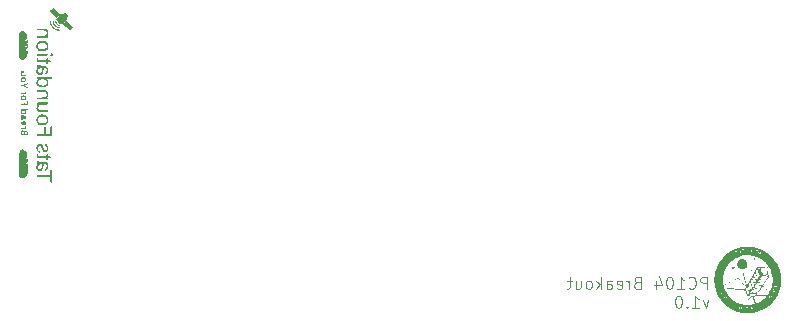
<source format=gbr>
%TF.GenerationSoftware,KiCad,Pcbnew,8.0.6*%
%TF.CreationDate,2024-11-11T13:09:46+02:00*%
%TF.ProjectId,PC104_Debug_PCB,50433130-345f-4446-9562-75675f504342,rev?*%
%TF.SameCoordinates,Original*%
%TF.FileFunction,Legend,Bot*%
%TF.FilePolarity,Positive*%
%FSLAX46Y46*%
G04 Gerber Fmt 4.6, Leading zero omitted, Abs format (unit mm)*
G04 Created by KiCad (PCBNEW 8.0.6) date 2024-11-11 13:09:46*
%MOMM*%
%LPD*%
G01*
G04 APERTURE LIST*
%ADD10C,0.100000*%
%ADD11C,0.000000*%
G04 APERTURE END LIST*
D10*
X146821115Y-85312475D02*
X146821115Y-84312475D01*
X146821115Y-84312475D02*
X146440163Y-84312475D01*
X146440163Y-84312475D02*
X146344925Y-84360094D01*
X146344925Y-84360094D02*
X146297306Y-84407713D01*
X146297306Y-84407713D02*
X146249687Y-84502951D01*
X146249687Y-84502951D02*
X146249687Y-84645808D01*
X146249687Y-84645808D02*
X146297306Y-84741046D01*
X146297306Y-84741046D02*
X146344925Y-84788665D01*
X146344925Y-84788665D02*
X146440163Y-84836284D01*
X146440163Y-84836284D02*
X146821115Y-84836284D01*
X145249687Y-85217236D02*
X145297306Y-85264856D01*
X145297306Y-85264856D02*
X145440163Y-85312475D01*
X145440163Y-85312475D02*
X145535401Y-85312475D01*
X145535401Y-85312475D02*
X145678258Y-85264856D01*
X145678258Y-85264856D02*
X145773496Y-85169617D01*
X145773496Y-85169617D02*
X145821115Y-85074379D01*
X145821115Y-85074379D02*
X145868734Y-84883903D01*
X145868734Y-84883903D02*
X145868734Y-84741046D01*
X145868734Y-84741046D02*
X145821115Y-84550570D01*
X145821115Y-84550570D02*
X145773496Y-84455332D01*
X145773496Y-84455332D02*
X145678258Y-84360094D01*
X145678258Y-84360094D02*
X145535401Y-84312475D01*
X145535401Y-84312475D02*
X145440163Y-84312475D01*
X145440163Y-84312475D02*
X145297306Y-84360094D01*
X145297306Y-84360094D02*
X145249687Y-84407713D01*
X144297306Y-85312475D02*
X144868734Y-85312475D01*
X144583020Y-85312475D02*
X144583020Y-84312475D01*
X144583020Y-84312475D02*
X144678258Y-84455332D01*
X144678258Y-84455332D02*
X144773496Y-84550570D01*
X144773496Y-84550570D02*
X144868734Y-84598189D01*
X143678258Y-84312475D02*
X143583020Y-84312475D01*
X143583020Y-84312475D02*
X143487782Y-84360094D01*
X143487782Y-84360094D02*
X143440163Y-84407713D01*
X143440163Y-84407713D02*
X143392544Y-84502951D01*
X143392544Y-84502951D02*
X143344925Y-84693427D01*
X143344925Y-84693427D02*
X143344925Y-84931522D01*
X143344925Y-84931522D02*
X143392544Y-85121998D01*
X143392544Y-85121998D02*
X143440163Y-85217236D01*
X143440163Y-85217236D02*
X143487782Y-85264856D01*
X143487782Y-85264856D02*
X143583020Y-85312475D01*
X143583020Y-85312475D02*
X143678258Y-85312475D01*
X143678258Y-85312475D02*
X143773496Y-85264856D01*
X143773496Y-85264856D02*
X143821115Y-85217236D01*
X143821115Y-85217236D02*
X143868734Y-85121998D01*
X143868734Y-85121998D02*
X143916353Y-84931522D01*
X143916353Y-84931522D02*
X143916353Y-84693427D01*
X143916353Y-84693427D02*
X143868734Y-84502951D01*
X143868734Y-84502951D02*
X143821115Y-84407713D01*
X143821115Y-84407713D02*
X143773496Y-84360094D01*
X143773496Y-84360094D02*
X143678258Y-84312475D01*
X142487782Y-84645808D02*
X142487782Y-85312475D01*
X142725877Y-84264856D02*
X142963972Y-84979141D01*
X142963972Y-84979141D02*
X142344925Y-84979141D01*
X140868734Y-84788665D02*
X140725877Y-84836284D01*
X140725877Y-84836284D02*
X140678258Y-84883903D01*
X140678258Y-84883903D02*
X140630639Y-84979141D01*
X140630639Y-84979141D02*
X140630639Y-85121998D01*
X140630639Y-85121998D02*
X140678258Y-85217236D01*
X140678258Y-85217236D02*
X140725877Y-85264856D01*
X140725877Y-85264856D02*
X140821115Y-85312475D01*
X140821115Y-85312475D02*
X141202067Y-85312475D01*
X141202067Y-85312475D02*
X141202067Y-84312475D01*
X141202067Y-84312475D02*
X140868734Y-84312475D01*
X140868734Y-84312475D02*
X140773496Y-84360094D01*
X140773496Y-84360094D02*
X140725877Y-84407713D01*
X140725877Y-84407713D02*
X140678258Y-84502951D01*
X140678258Y-84502951D02*
X140678258Y-84598189D01*
X140678258Y-84598189D02*
X140725877Y-84693427D01*
X140725877Y-84693427D02*
X140773496Y-84741046D01*
X140773496Y-84741046D02*
X140868734Y-84788665D01*
X140868734Y-84788665D02*
X141202067Y-84788665D01*
X140202067Y-85312475D02*
X140202067Y-84645808D01*
X140202067Y-84836284D02*
X140154448Y-84741046D01*
X140154448Y-84741046D02*
X140106829Y-84693427D01*
X140106829Y-84693427D02*
X140011591Y-84645808D01*
X140011591Y-84645808D02*
X139916353Y-84645808D01*
X139202067Y-85264856D02*
X139297305Y-85312475D01*
X139297305Y-85312475D02*
X139487781Y-85312475D01*
X139487781Y-85312475D02*
X139583019Y-85264856D01*
X139583019Y-85264856D02*
X139630638Y-85169617D01*
X139630638Y-85169617D02*
X139630638Y-84788665D01*
X139630638Y-84788665D02*
X139583019Y-84693427D01*
X139583019Y-84693427D02*
X139487781Y-84645808D01*
X139487781Y-84645808D02*
X139297305Y-84645808D01*
X139297305Y-84645808D02*
X139202067Y-84693427D01*
X139202067Y-84693427D02*
X139154448Y-84788665D01*
X139154448Y-84788665D02*
X139154448Y-84883903D01*
X139154448Y-84883903D02*
X139630638Y-84979141D01*
X138297305Y-85312475D02*
X138297305Y-84788665D01*
X138297305Y-84788665D02*
X138344924Y-84693427D01*
X138344924Y-84693427D02*
X138440162Y-84645808D01*
X138440162Y-84645808D02*
X138630638Y-84645808D01*
X138630638Y-84645808D02*
X138725876Y-84693427D01*
X138297305Y-85264856D02*
X138392543Y-85312475D01*
X138392543Y-85312475D02*
X138630638Y-85312475D01*
X138630638Y-85312475D02*
X138725876Y-85264856D01*
X138725876Y-85264856D02*
X138773495Y-85169617D01*
X138773495Y-85169617D02*
X138773495Y-85074379D01*
X138773495Y-85074379D02*
X138725876Y-84979141D01*
X138725876Y-84979141D02*
X138630638Y-84931522D01*
X138630638Y-84931522D02*
X138392543Y-84931522D01*
X138392543Y-84931522D02*
X138297305Y-84883903D01*
X137821114Y-85312475D02*
X137821114Y-84312475D01*
X137725876Y-84931522D02*
X137440162Y-85312475D01*
X137440162Y-84645808D02*
X137821114Y-85026760D01*
X136868733Y-85312475D02*
X136963971Y-85264856D01*
X136963971Y-85264856D02*
X137011590Y-85217236D01*
X137011590Y-85217236D02*
X137059209Y-85121998D01*
X137059209Y-85121998D02*
X137059209Y-84836284D01*
X137059209Y-84836284D02*
X137011590Y-84741046D01*
X137011590Y-84741046D02*
X136963971Y-84693427D01*
X136963971Y-84693427D02*
X136868733Y-84645808D01*
X136868733Y-84645808D02*
X136725876Y-84645808D01*
X136725876Y-84645808D02*
X136630638Y-84693427D01*
X136630638Y-84693427D02*
X136583019Y-84741046D01*
X136583019Y-84741046D02*
X136535400Y-84836284D01*
X136535400Y-84836284D02*
X136535400Y-85121998D01*
X136535400Y-85121998D02*
X136583019Y-85217236D01*
X136583019Y-85217236D02*
X136630638Y-85264856D01*
X136630638Y-85264856D02*
X136725876Y-85312475D01*
X136725876Y-85312475D02*
X136868733Y-85312475D01*
X135678257Y-84645808D02*
X135678257Y-85312475D01*
X136106828Y-84645808D02*
X136106828Y-85169617D01*
X136106828Y-85169617D02*
X136059209Y-85264856D01*
X136059209Y-85264856D02*
X135963971Y-85312475D01*
X135963971Y-85312475D02*
X135821114Y-85312475D01*
X135821114Y-85312475D02*
X135725876Y-85264856D01*
X135725876Y-85264856D02*
X135678257Y-85217236D01*
X135344923Y-84645808D02*
X134963971Y-84645808D01*
X135202066Y-84312475D02*
X135202066Y-85169617D01*
X135202066Y-85169617D02*
X135154447Y-85264856D01*
X135154447Y-85264856D02*
X135059209Y-85312475D01*
X135059209Y-85312475D02*
X134963971Y-85312475D01*
X146916353Y-86255752D02*
X146678258Y-86922419D01*
X146678258Y-86922419D02*
X146440163Y-86255752D01*
X145535401Y-86922419D02*
X146106829Y-86922419D01*
X145821115Y-86922419D02*
X145821115Y-85922419D01*
X145821115Y-85922419D02*
X145916353Y-86065276D01*
X145916353Y-86065276D02*
X146011591Y-86160514D01*
X146011591Y-86160514D02*
X146106829Y-86208133D01*
X145106829Y-86827180D02*
X145059210Y-86874800D01*
X145059210Y-86874800D02*
X145106829Y-86922419D01*
X145106829Y-86922419D02*
X145154448Y-86874800D01*
X145154448Y-86874800D02*
X145106829Y-86827180D01*
X145106829Y-86827180D02*
X145106829Y-86922419D01*
X144440163Y-85922419D02*
X144344925Y-85922419D01*
X144344925Y-85922419D02*
X144249687Y-85970038D01*
X144249687Y-85970038D02*
X144202068Y-86017657D01*
X144202068Y-86017657D02*
X144154449Y-86112895D01*
X144154449Y-86112895D02*
X144106830Y-86303371D01*
X144106830Y-86303371D02*
X144106830Y-86541466D01*
X144106830Y-86541466D02*
X144154449Y-86731942D01*
X144154449Y-86731942D02*
X144202068Y-86827180D01*
X144202068Y-86827180D02*
X144249687Y-86874800D01*
X144249687Y-86874800D02*
X144344925Y-86922419D01*
X144344925Y-86922419D02*
X144440163Y-86922419D01*
X144440163Y-86922419D02*
X144535401Y-86874800D01*
X144535401Y-86874800D02*
X144583020Y-86827180D01*
X144583020Y-86827180D02*
X144630639Y-86731942D01*
X144630639Y-86731942D02*
X144678258Y-86541466D01*
X144678258Y-86541466D02*
X144678258Y-86303371D01*
X144678258Y-86303371D02*
X144630639Y-86112895D01*
X144630639Y-86112895D02*
X144583020Y-86017657D01*
X144583020Y-86017657D02*
X144535401Y-85970038D01*
X144535401Y-85970038D02*
X144440163Y-85922419D01*
D11*
%TO.C,G\u002A\u002A\u002A*%
G36*
X150819538Y-84495556D02*
G01*
X150814883Y-84500212D01*
X150810227Y-84495556D01*
X150814883Y-84490901D01*
X150819538Y-84495556D01*
G37*
G36*
X151421640Y-84168125D02*
G01*
X151423097Y-84170925D01*
X151415433Y-84174332D01*
X151410504Y-84173660D01*
X151409225Y-84168125D01*
X151410590Y-84167011D01*
X151421640Y-84168125D01*
G37*
G36*
X151282763Y-82212462D02*
G01*
X151306877Y-82220442D01*
X151323979Y-82231064D01*
X151328361Y-82241661D01*
X151326652Y-82245915D01*
X151318896Y-82265154D01*
X151308369Y-82291213D01*
X151297827Y-82311598D01*
X151277875Y-82329404D01*
X151254817Y-82329082D01*
X151229578Y-82310406D01*
X151217258Y-82292030D01*
X151211213Y-82263579D01*
X151217348Y-82237025D01*
X151234140Y-82217402D01*
X151260064Y-82209743D01*
X151282763Y-82212462D01*
G37*
G36*
X152495982Y-85320237D02*
G01*
X152526618Y-85331239D01*
X152539987Y-85337165D01*
X152549122Y-85348560D01*
X152547432Y-85369450D01*
X152540155Y-85393556D01*
X152527729Y-85419172D01*
X152507778Y-85437019D01*
X152483396Y-85438026D01*
X152457772Y-85421510D01*
X152446987Y-85407917D01*
X152443564Y-85392522D01*
X152447777Y-85370404D01*
X152459742Y-85336487D01*
X152461683Y-85331532D01*
X152468161Y-85320019D01*
X152478045Y-85316376D01*
X152495982Y-85320237D01*
G37*
G36*
X148204198Y-85626664D02*
G01*
X148223853Y-85649542D01*
X148231122Y-85683139D01*
X148224784Y-85706336D01*
X148201171Y-85734051D01*
X148161290Y-85760327D01*
X148158957Y-85761531D01*
X148120537Y-85773989D01*
X148086588Y-85772834D01*
X148059450Y-85760670D01*
X148041464Y-85740104D01*
X148034969Y-85713740D01*
X148042305Y-85684183D01*
X148065814Y-85654039D01*
X148066199Y-85653688D01*
X148103155Y-85628016D01*
X148140624Y-85615333D01*
X148175380Y-85615072D01*
X148204198Y-85626664D01*
G37*
G36*
X152643062Y-85147537D02*
G01*
X152643656Y-85149449D01*
X152643144Y-85164629D01*
X152639835Y-85189064D01*
X152637953Y-85198878D01*
X152632368Y-85218209D01*
X152627272Y-85224553D01*
X152609265Y-85215719D01*
X152579518Y-85199969D01*
X152551318Y-85183961D01*
X152529689Y-85170581D01*
X152519654Y-85162716D01*
X152520026Y-85161364D01*
X152531532Y-85157151D01*
X152554056Y-85152788D01*
X152582035Y-85148961D01*
X152609905Y-85146354D01*
X152632102Y-85145651D01*
X152643062Y-85147537D01*
G37*
G36*
X148427441Y-85999387D02*
G01*
X148434037Y-86001945D01*
X148432674Y-86010116D01*
X148422181Y-86026917D01*
X148401385Y-86055366D01*
X148384582Y-86076844D01*
X148368766Y-86094786D01*
X148360120Y-86101678D01*
X148354590Y-86098281D01*
X148342268Y-86084842D01*
X148328756Y-86066847D01*
X148318571Y-86050456D01*
X148316232Y-86041829D01*
X148317403Y-86040940D01*
X148332670Y-86032971D01*
X148357509Y-86022179D01*
X148385292Y-86011205D01*
X148409391Y-86002685D01*
X148423178Y-85999259D01*
X148427441Y-85999387D01*
G37*
G36*
X149682560Y-86838858D02*
G01*
X149702440Y-86865659D01*
X149703811Y-86869321D01*
X149708008Y-86903627D01*
X149702066Y-86942752D01*
X149687906Y-86979055D01*
X149667448Y-87004898D01*
X149639515Y-87019380D01*
X149607825Y-87020538D01*
X149580200Y-87007307D01*
X149560669Y-86981766D01*
X149553263Y-86945994D01*
X149553656Y-86937977D01*
X149561467Y-86904321D01*
X149576781Y-86870422D01*
X149596280Y-86842515D01*
X149616650Y-86826835D01*
X149621296Y-86825278D01*
X149653517Y-86824495D01*
X149682560Y-86838858D01*
G37*
G36*
X150500678Y-83723304D02*
G01*
X150501434Y-83723621D01*
X150522456Y-83727983D01*
X150549524Y-83728894D01*
X150582112Y-83727317D01*
X150582759Y-83772366D01*
X150583406Y-83817416D01*
X150556303Y-83803895D01*
X150551166Y-83801436D01*
X150527996Y-83795266D01*
X150505570Y-83801140D01*
X150503095Y-83802240D01*
X150483032Y-83807880D01*
X150476185Y-83802849D01*
X150484180Y-83788134D01*
X150490663Y-83773247D01*
X150490199Y-83745028D01*
X150487680Y-83729498D01*
X150489984Y-83720789D01*
X150500678Y-83723304D01*
G37*
G36*
X150674546Y-86878157D02*
G01*
X150681006Y-86887569D01*
X150686549Y-86908220D01*
X150693826Y-86943540D01*
X150694358Y-86958845D01*
X150686843Y-86970950D01*
X150680437Y-86972459D01*
X150658064Y-86974173D01*
X150628666Y-86974048D01*
X150603701Y-86972687D01*
X150588197Y-86968607D01*
X150581748Y-86958265D01*
X150579258Y-86937936D01*
X150579747Y-86914931D01*
X150588473Y-86898850D01*
X150608982Y-86888210D01*
X150644689Y-86879989D01*
X150648265Y-86879327D01*
X150664516Y-86876553D01*
X150674546Y-86878157D01*
G37*
G36*
X152193718Y-85946380D02*
G01*
X152219754Y-85954038D01*
X152259687Y-85978999D01*
X152292716Y-86016236D01*
X152306674Y-86044336D01*
X152305775Y-86069201D01*
X152289169Y-86096794D01*
X152275656Y-86111494D01*
X152258753Y-86118785D01*
X152232949Y-86117510D01*
X152206610Y-86111859D01*
X152164269Y-86089806D01*
X152131958Y-86052290D01*
X152126796Y-86043430D01*
X152115461Y-86014008D01*
X152118981Y-85989691D01*
X152137708Y-85965140D01*
X152147383Y-85956217D01*
X152167772Y-85945657D01*
X152193718Y-85946380D01*
G37*
G36*
X149558897Y-82098921D02*
G01*
X149562241Y-82103477D01*
X149574881Y-82122981D01*
X149590777Y-82149433D01*
X149607341Y-82178265D01*
X149621980Y-82204907D01*
X149632104Y-82224791D01*
X149635122Y-82233346D01*
X149634404Y-82233818D01*
X149621899Y-82238537D01*
X149599817Y-82245309D01*
X149581370Y-82250424D01*
X149555297Y-82255409D01*
X149541381Y-82251354D01*
X149535912Y-82236081D01*
X149535178Y-82207415D01*
X149535592Y-82192148D01*
X149538166Y-82154079D01*
X149542171Y-82122199D01*
X149546208Y-82103525D01*
X149551627Y-82094088D01*
X149558897Y-82098921D01*
G37*
G36*
X150646314Y-82032837D02*
G01*
X150649214Y-82046961D01*
X150654298Y-82075411D01*
X150659917Y-82109434D01*
X150665121Y-82143054D01*
X150668964Y-82170293D01*
X150670494Y-82185174D01*
X150663091Y-82188430D01*
X150642760Y-82187742D01*
X150614777Y-82183422D01*
X150584439Y-82176031D01*
X150583672Y-82175801D01*
X150573632Y-82170776D01*
X150570095Y-82161664D01*
X150573707Y-82145424D01*
X150585113Y-82119013D01*
X150604961Y-82079391D01*
X150614423Y-82061151D01*
X150628646Y-82035410D01*
X150637506Y-82023458D01*
X150642797Y-82023273D01*
X150646314Y-82032837D01*
G37*
G36*
X151867643Y-83504977D02*
G01*
X151867674Y-83505027D01*
X151880941Y-83510986D01*
X151904605Y-83510353D01*
X151914057Y-83509022D01*
X151935675Y-83509252D01*
X151940390Y-83516784D01*
X151928021Y-83531457D01*
X151917253Y-83544538D01*
X151918737Y-83560335D01*
X151922826Y-83567575D01*
X151927387Y-83580327D01*
X151925003Y-83581791D01*
X151909755Y-83582756D01*
X151885830Y-83581790D01*
X151859602Y-83579394D01*
X151837444Y-83576071D01*
X151825731Y-83572323D01*
X151825222Y-83568992D01*
X151832714Y-83557799D01*
X151840016Y-83543909D01*
X151843732Y-83520710D01*
X151847095Y-83501199D01*
X151856075Y-83494780D01*
X151867643Y-83504977D01*
G37*
G36*
X150825927Y-82729980D02*
G01*
X150828849Y-82754427D01*
X150830496Y-82771070D01*
X150846701Y-82804415D01*
X150880315Y-82831293D01*
X150891274Y-82840855D01*
X150890086Y-82851030D01*
X150875985Y-82857071D01*
X150852090Y-82856226D01*
X150840166Y-82854353D01*
X150824721Y-82855809D01*
X150811958Y-82866469D01*
X150795994Y-82889858D01*
X150793193Y-82894201D01*
X150776157Y-82915026D01*
X150764139Y-82918021D01*
X150756976Y-82903108D01*
X150754505Y-82870210D01*
X150752819Y-82850027D01*
X150743647Y-82834469D01*
X150721774Y-82821479D01*
X150700601Y-82809472D01*
X150690641Y-82797590D01*
X150698494Y-82789767D01*
X150724102Y-82786873D01*
X150734430Y-82786701D01*
X150759495Y-82783108D01*
X150776859Y-82771489D01*
X150794363Y-82747444D01*
X150803665Y-82734305D01*
X150817409Y-82723248D01*
X150825927Y-82729980D01*
G37*
G36*
X148953853Y-83441031D02*
G01*
X148970794Y-83452128D01*
X148992029Y-83468454D01*
X149011757Y-83485455D01*
X149024181Y-83498577D01*
X149027953Y-83500609D01*
X149046327Y-83501151D01*
X149074260Y-83497351D01*
X149106201Y-83490111D01*
X149136602Y-83480331D01*
X149148148Y-83478025D01*
X149151744Y-83486016D01*
X149142409Y-83506677D01*
X149120064Y-83540296D01*
X149102466Y-83565942D01*
X149093464Y-83584880D01*
X149092129Y-83602727D01*
X149096560Y-83626443D01*
X149098926Y-83637054D01*
X149103989Y-83662765D01*
X149106114Y-83678529D01*
X149105382Y-83686516D01*
X149100142Y-83688594D01*
X149087326Y-83680366D01*
X149063972Y-83660573D01*
X149039643Y-83642724D01*
X149012591Y-83632976D01*
X148979227Y-83632088D01*
X148934091Y-83639159D01*
X148896848Y-83646736D01*
X148922628Y-83614915D01*
X148947514Y-83580915D01*
X148960077Y-83552541D01*
X148961730Y-83523599D01*
X148954052Y-83487686D01*
X148949019Y-83467503D01*
X148945999Y-83446799D01*
X148948039Y-83438775D01*
X148953853Y-83441031D01*
G37*
G36*
X151145418Y-85422295D02*
G01*
X151145324Y-85427368D01*
X151134708Y-85478173D01*
X151108124Y-85528351D01*
X151067893Y-85575603D01*
X151016336Y-85617627D01*
X150955776Y-85652126D01*
X150888532Y-85676798D01*
X150873818Y-85680438D01*
X150817162Y-85688525D01*
X150761841Y-85688164D01*
X150713098Y-85679683D01*
X150676174Y-85663414D01*
X150642522Y-85633641D01*
X150621332Y-85594871D01*
X150615759Y-85553894D01*
X150637280Y-85553894D01*
X150648593Y-85596568D01*
X150674640Y-85631455D01*
X150714124Y-85655389D01*
X150737372Y-85661632D01*
X150787063Y-85664843D01*
X150844009Y-85659183D01*
X150903028Y-85645650D01*
X150958934Y-85625246D01*
X151006545Y-85598969D01*
X151010389Y-85596266D01*
X151057624Y-85554876D01*
X151094411Y-85507123D01*
X151118290Y-85456914D01*
X151126796Y-85408156D01*
X151126796Y-85408151D01*
X151119306Y-85384071D01*
X151099977Y-85356810D01*
X151073512Y-85331743D01*
X151044610Y-85314239D01*
X151010140Y-85304109D01*
X150952377Y-85300820D01*
X150890429Y-85310280D01*
X150827985Y-85330845D01*
X150768730Y-85360875D01*
X150716353Y-85398727D01*
X150674541Y-85442759D01*
X150646979Y-85491329D01*
X150641997Y-85506600D01*
X150637280Y-85553894D01*
X150615759Y-85553894D01*
X150614700Y-85546108D01*
X150616375Y-85523167D01*
X150632493Y-85470588D01*
X150663707Y-85420922D01*
X150707548Y-85376057D01*
X150761548Y-85337878D01*
X150823240Y-85308272D01*
X150890155Y-85289125D01*
X150959825Y-85282323D01*
X151025204Y-85288048D01*
X151077199Y-85305209D01*
X151114832Y-85333504D01*
X151137705Y-85372633D01*
X151143221Y-85408151D01*
X151145418Y-85422295D01*
G37*
G36*
X150091633Y-82932763D02*
G01*
X150145540Y-82994068D01*
X150186730Y-83060738D01*
X150190825Y-83069174D01*
X150205284Y-83102300D01*
X150214168Y-83132202D01*
X150219182Y-83166159D01*
X150222031Y-83211453D01*
X150222612Y-83242901D01*
X150214224Y-83330679D01*
X150197072Y-83386757D01*
X150189999Y-83409881D01*
X150149135Y-83482581D01*
X150090828Y-83550859D01*
X150069510Y-83570855D01*
X150044625Y-83591600D01*
X150026537Y-83603766D01*
X150015151Y-83609270D01*
X149956968Y-83634590D01*
X149907075Y-83651600D01*
X149892495Y-83654690D01*
X149853228Y-83659001D01*
X149805560Y-83660937D01*
X149756172Y-83660478D01*
X149711745Y-83657603D01*
X149678959Y-83652292D01*
X149633144Y-83637363D01*
X149557971Y-83599199D01*
X149493868Y-83548042D01*
X149456096Y-83506606D01*
X149412821Y-83442354D01*
X149388716Y-83382910D01*
X149590506Y-83382910D01*
X149595530Y-83397167D01*
X149613783Y-83401532D01*
X149619236Y-83401174D01*
X149630728Y-83395443D01*
X150004361Y-83395443D01*
X150010406Y-83420577D01*
X150028575Y-83439021D01*
X150057542Y-83446293D01*
X150084679Y-83438367D01*
X150104338Y-83417560D01*
X150111914Y-83386757D01*
X150105969Y-83359393D01*
X150086258Y-83342039D01*
X150052220Y-83336356D01*
X150045861Y-83336829D01*
X150023400Y-83347877D01*
X150009130Y-83369313D01*
X150006977Y-83381108D01*
X150004361Y-83395443D01*
X149630728Y-83395443D01*
X149634343Y-83393640D01*
X149635949Y-83381108D01*
X149622332Y-83369940D01*
X149607608Y-83365363D01*
X149594218Y-83367617D01*
X149590506Y-83382910D01*
X149388716Y-83382910D01*
X149384654Y-83372893D01*
X149370470Y-83295139D01*
X149369146Y-83206010D01*
X149370368Y-83183809D01*
X149373952Y-83145006D01*
X149380180Y-83114530D01*
X149390799Y-83085293D01*
X149407558Y-83050208D01*
X149423031Y-83022268D01*
X149461546Y-82970197D01*
X149643223Y-82970197D01*
X149644148Y-82993534D01*
X149645819Y-82997681D01*
X149658965Y-83006784D01*
X149676082Y-83005334D01*
X149688188Y-82993366D01*
X149688256Y-82979043D01*
X149677356Y-82962146D01*
X149659973Y-82954611D01*
X149652687Y-82956352D01*
X149643223Y-82970197D01*
X149461546Y-82970197D01*
X149474354Y-82952881D01*
X149498967Y-82929885D01*
X149832833Y-82929885D01*
X149835141Y-82953736D01*
X149843761Y-82971370D01*
X149851811Y-82977898D01*
X149857277Y-82979043D01*
X149866248Y-82980922D01*
X149890165Y-82976244D01*
X149901825Y-82966393D01*
X149911192Y-82945702D01*
X149914609Y-82923014D01*
X149909661Y-82906918D01*
X149895035Y-82898523D01*
X149869297Y-82893173D01*
X149846134Y-82895540D01*
X149836586Y-82907818D01*
X149832833Y-82929885D01*
X149498967Y-82929885D01*
X149537215Y-82894149D01*
X149607851Y-82849838D01*
X149608828Y-82849360D01*
X149634728Y-82837101D01*
X149656263Y-82828782D01*
X149678029Y-82823647D01*
X149704624Y-82820940D01*
X149740645Y-82819907D01*
X149790689Y-82819790D01*
X149838441Y-82820052D01*
X149875484Y-82821194D01*
X149902989Y-82823971D01*
X149925638Y-82829141D01*
X149948111Y-82837463D01*
X149975088Y-82849697D01*
X150029691Y-82881493D01*
X150079855Y-82923014D01*
X150091633Y-82932763D01*
G37*
G36*
X151632772Y-82107671D02*
G01*
X151633169Y-82107897D01*
X151667745Y-82128024D01*
X151708203Y-82152261D01*
X151751420Y-82178655D01*
X151794273Y-82205251D01*
X151823584Y-82223749D01*
X151833641Y-82230096D01*
X151866399Y-82251236D01*
X151889425Y-82266719D01*
X151899597Y-82274591D01*
X151901628Y-82276626D01*
X151915580Y-82287720D01*
X151936840Y-82302993D01*
X151943906Y-82307931D01*
X151965871Y-82323960D01*
X151979795Y-82335133D01*
X151986870Y-82341333D01*
X152006066Y-82357424D01*
X152030388Y-82377338D01*
X152043233Y-82387796D01*
X152077414Y-82415948D01*
X152108475Y-82441892D01*
X152127501Y-82458745D01*
X152160245Y-82489505D01*
X152199485Y-82527659D01*
X152242371Y-82570313D01*
X152286050Y-82614573D01*
X152327674Y-82657544D01*
X152364390Y-82696330D01*
X152393347Y-82728038D01*
X152411695Y-82749772D01*
X152425408Y-82767388D01*
X152441219Y-82786875D01*
X152449787Y-82796326D01*
X152451799Y-82798374D01*
X152463402Y-82812390D01*
X152482027Y-82836129D01*
X152504737Y-82865871D01*
X152608758Y-83013391D01*
X152710430Y-83178804D01*
X152801007Y-83349376D01*
X152878400Y-83521150D01*
X152940514Y-83690168D01*
X152946437Y-83708716D01*
X152996676Y-83887777D01*
X153036747Y-84072309D01*
X153064700Y-84253474D01*
X153065085Y-84256755D01*
X153069578Y-84309131D01*
X153072942Y-84375375D01*
X153075177Y-84451430D01*
X153076283Y-84533240D01*
X153076277Y-84554337D01*
X153076258Y-84616747D01*
X153075101Y-84697895D01*
X153072812Y-84772626D01*
X153069389Y-84836884D01*
X153064833Y-84886612D01*
X153060321Y-84921321D01*
X153025788Y-85122876D01*
X153021817Y-85146056D01*
X152968479Y-85361524D01*
X152966265Y-85368207D01*
X152900653Y-85566304D01*
X152899863Y-85568402D01*
X152891808Y-85589771D01*
X152882889Y-85613432D01*
X152870044Y-85647024D01*
X152861737Y-85667829D01*
X152859316Y-85673891D01*
X152848693Y-85698747D01*
X152836165Y-85726306D01*
X152819719Y-85761281D01*
X152797344Y-85808386D01*
X152797082Y-85808939D01*
X152772115Y-85858553D01*
X152742697Y-85912859D01*
X152740935Y-85916111D01*
X152705410Y-85978564D01*
X152668619Y-86040809D01*
X152667406Y-86042862D01*
X152628788Y-86105954D01*
X152591424Y-86164792D01*
X152557179Y-86216324D01*
X152527920Y-86257502D01*
X152514718Y-86273866D01*
X152505514Y-86285275D01*
X152502440Y-86288755D01*
X152485760Y-86309556D01*
X152467440Y-86334449D01*
X152464347Y-86338778D01*
X152442431Y-86366962D01*
X152421649Y-86390624D01*
X152421139Y-86391205D01*
X152420486Y-86391882D01*
X152402218Y-86411669D01*
X152377388Y-86439587D01*
X152351173Y-86469820D01*
X152317482Y-86507632D01*
X152294069Y-86531995D01*
X152258882Y-86568609D01*
X152194420Y-86631261D01*
X152129869Y-86690044D01*
X152129678Y-86690218D01*
X152070235Y-86740113D01*
X152049441Y-86756891D01*
X152027942Y-86774940D01*
X152015983Y-86785891D01*
X152013270Y-86788548D01*
X151996747Y-86802033D01*
X151974084Y-86818507D01*
X151966254Y-86823989D01*
X151946839Y-86838362D01*
X151942748Y-86841894D01*
X151936840Y-86846995D01*
X151933059Y-86850318D01*
X151916444Y-86862772D01*
X151890122Y-86881542D01*
X151857698Y-86904030D01*
X151811725Y-86934878D01*
X151801917Y-86940777D01*
X151634663Y-87041376D01*
X151615781Y-87052733D01*
X151411495Y-87154558D01*
X151200239Y-87239845D01*
X150983381Y-87308090D01*
X150762293Y-87358785D01*
X150538345Y-87391424D01*
X150524796Y-87392737D01*
X150456816Y-87397268D01*
X150376550Y-87400013D01*
X150288405Y-87401031D01*
X150196790Y-87400384D01*
X150106113Y-87398133D01*
X150020783Y-87394340D01*
X149945209Y-87389064D01*
X149883798Y-87382367D01*
X149807438Y-87370935D01*
X149645728Y-87340794D01*
X149493043Y-87303219D01*
X149343232Y-87256586D01*
X149190139Y-87199271D01*
X149172945Y-87192107D01*
X149130537Y-87173230D01*
X149080571Y-87149816D01*
X149026103Y-87123414D01*
X148970187Y-87095574D01*
X148915878Y-87067847D01*
X148866231Y-87041781D01*
X148824300Y-87018928D01*
X148793140Y-87000836D01*
X148775807Y-86989056D01*
X148767882Y-86983395D01*
X148747012Y-86970222D01*
X148719942Y-86954164D01*
X148699916Y-86942291D01*
X148678785Y-86928868D01*
X148668732Y-86921224D01*
X148661825Y-86915270D01*
X148643065Y-86901451D01*
X148617522Y-86883790D01*
X148596414Y-86869276D01*
X148576010Y-86854501D01*
X148566312Y-86846454D01*
X148563737Y-86843951D01*
X148556060Y-86838025D01*
X149106342Y-86838025D01*
X149109143Y-86853467D01*
X149118620Y-86859327D01*
X149130985Y-86848272D01*
X149132157Y-86846225D01*
X149348424Y-86846225D01*
X149348741Y-86850121D01*
X149358273Y-86863839D01*
X149383340Y-86874117D01*
X149399780Y-86878803D01*
X149426000Y-86888602D01*
X149438033Y-86900462D01*
X149438653Y-86918692D01*
X149430635Y-86947602D01*
X149424010Y-86969051D01*
X149420421Y-86986335D01*
X149423219Y-86994467D01*
X149432590Y-86998314D01*
X149446891Y-86996110D01*
X149455375Y-86978160D01*
X149457048Y-86972174D01*
X149465319Y-86947261D01*
X149467616Y-86940914D01*
X149521404Y-86940914D01*
X149526462Y-86982881D01*
X149543203Y-87018306D01*
X149571739Y-87043300D01*
X149602682Y-87056502D01*
X149634401Y-87058733D01*
X149670384Y-87047484D01*
X149685519Y-87037868D01*
X149709170Y-87009486D01*
X149727598Y-86971034D01*
X149739087Y-86927854D01*
X149741916Y-86885286D01*
X149736639Y-86859690D01*
X149869506Y-86859690D01*
X149874624Y-86879905D01*
X149876372Y-86885286D01*
X149885718Y-86914050D01*
X149895951Y-86948576D01*
X149907475Y-87023266D01*
X149901979Y-87090633D01*
X149900117Y-87100763D01*
X149902103Y-87113492D01*
X149914772Y-87116561D01*
X149916904Y-87116498D01*
X149927706Y-87112049D01*
X149934609Y-87097526D01*
X149939848Y-87068660D01*
X149940761Y-87062792D01*
X149955826Y-87014192D01*
X149985760Y-86959258D01*
X150002808Y-86932173D01*
X150021741Y-86899804D01*
X150023617Y-86895677D01*
X150051920Y-86895677D01*
X150061125Y-86900976D01*
X150085312Y-86902411D01*
X150123302Y-86902411D01*
X150116569Y-87023452D01*
X150114458Y-87072550D01*
X150114071Y-87110809D01*
X150115372Y-87135645D01*
X150118324Y-87144493D01*
X150134492Y-87136921D01*
X150145390Y-87113031D01*
X150149157Y-87074166D01*
X150149571Y-87052725D01*
X150151737Y-87010066D01*
X150151785Y-87009486D01*
X150260887Y-87009486D01*
X150260939Y-87036456D01*
X150261501Y-87082356D01*
X150262902Y-87113482D01*
X150265413Y-87132462D01*
X150269306Y-87141923D01*
X150274854Y-87144493D01*
X150277644Y-87143993D01*
X150282392Y-87138561D01*
X150285612Y-87125021D01*
X150287575Y-87100747D01*
X150288554Y-87063111D01*
X150288578Y-87058269D01*
X150338547Y-87058269D01*
X150343951Y-87089849D01*
X150345979Y-87095927D01*
X150358307Y-87120327D01*
X150372334Y-87135031D01*
X150385894Y-87139865D01*
X150417974Y-87143511D01*
X150452957Y-87141291D01*
X150481529Y-87133349D01*
X150491184Y-87126828D01*
X150505006Y-87110247D01*
X150513573Y-87091571D01*
X150514726Y-87076317D01*
X150506305Y-87070007D01*
X150493473Y-87074379D01*
X150476529Y-87088600D01*
X150465587Y-87098865D01*
X150438489Y-87111495D01*
X150410116Y-87113004D01*
X150387612Y-87102293D01*
X150376772Y-87087784D01*
X150375024Y-87065816D01*
X150391527Y-87043945D01*
X150426461Y-87021799D01*
X150448442Y-87010819D01*
X150472222Y-86999371D01*
X150485254Y-86993666D01*
X150487614Y-86991886D01*
X150494684Y-86976750D01*
X150499996Y-86952174D01*
X150500282Y-86932002D01*
X150542620Y-86932002D01*
X150549991Y-86962032D01*
X150562447Y-86987045D01*
X150577661Y-87000240D01*
X150583709Y-87002473D01*
X150592706Y-87009738D01*
X150594737Y-87022988D01*
X150589817Y-87045992D01*
X150579970Y-87076317D01*
X150577958Y-87082515D01*
X150569883Y-87106432D01*
X150563436Y-87126635D01*
X150561664Y-87133915D01*
X150567349Y-87132251D01*
X150584439Y-87128612D01*
X150597242Y-87123175D01*
X150605389Y-87106791D01*
X150605396Y-87105758D01*
X150610634Y-87075756D01*
X150623308Y-87045338D01*
X150640084Y-87020789D01*
X150657623Y-87008397D01*
X150673341Y-87005602D01*
X150692983Y-87009518D01*
X150705086Y-87026806D01*
X150712372Y-87060033D01*
X150716453Y-87082383D01*
X150724167Y-87102668D01*
X150733006Y-87106282D01*
X150742079Y-87092255D01*
X150742251Y-87091729D01*
X150742947Y-87075890D01*
X150741065Y-87046056D01*
X150736950Y-87006301D01*
X150730946Y-86960700D01*
X150714390Y-86846431D01*
X150745051Y-86846431D01*
X150745811Y-86854454D01*
X150751278Y-86858922D01*
X150765857Y-86857473D01*
X150793933Y-86850469D01*
X150821106Y-86843594D01*
X150852356Y-86837994D01*
X150871655Y-86839530D01*
X150882454Y-86848782D01*
X150888206Y-86866332D01*
X150888261Y-86866608D01*
X150892334Y-86889379D01*
X150894025Y-86903536D01*
X150887462Y-86909162D01*
X150867255Y-86917892D01*
X150838160Y-86927176D01*
X150817166Y-86933694D01*
X150791290Y-86945407D01*
X150782295Y-86956311D01*
X150782881Y-86960716D01*
X150791175Y-86966040D01*
X150812555Y-86963375D01*
X150853177Y-86955061D01*
X150882788Y-86950768D01*
X150900856Y-86951519D01*
X150910744Y-86957494D01*
X150915816Y-86968871D01*
X150922257Y-86999611D01*
X150919449Y-87020279D01*
X150903959Y-87032848D01*
X150873076Y-87041958D01*
X150836240Y-87050455D01*
X150812027Y-87056894D01*
X150799669Y-87062113D01*
X150795908Y-87067515D01*
X150797489Y-87074503D01*
X150798491Y-87075890D01*
X150801910Y-87080625D01*
X150817963Y-87086002D01*
X150825368Y-87084764D01*
X150848425Y-87079573D01*
X150879501Y-87071862D01*
X150912408Y-87063229D01*
X150940956Y-87055271D01*
X150958955Y-87049588D01*
X150959168Y-87041376D01*
X150955780Y-87018849D01*
X150949539Y-86986018D01*
X150941339Y-86946877D01*
X150932075Y-86905417D01*
X150922639Y-86865632D01*
X150913927Y-86831513D01*
X150906830Y-86807054D01*
X150902244Y-86796247D01*
X150900401Y-86795982D01*
X150884786Y-86798003D01*
X150857137Y-86803369D01*
X150821866Y-86811257D01*
X150786330Y-86820260D01*
X150761278Y-86828744D01*
X150748578Y-86836983D01*
X150745051Y-86846431D01*
X150714390Y-86846431D01*
X150714058Y-86844139D01*
X150656586Y-86849506D01*
X150625426Y-86853315D01*
X150582884Y-86863629D01*
X150574682Y-86868338D01*
X150556076Y-86879020D01*
X150543424Y-86900196D01*
X150542661Y-86903754D01*
X150542620Y-86932002D01*
X150500282Y-86932002D01*
X150500404Y-86923388D01*
X150488682Y-86895860D01*
X150462548Y-86879770D01*
X150421499Y-86874621D01*
X150401266Y-86875095D01*
X150375398Y-86879073D01*
X150359017Y-86889292D01*
X150346301Y-86908367D01*
X150343292Y-86914462D01*
X150341705Y-86926881D01*
X150354218Y-86933100D01*
X150365705Y-86933982D01*
X150372617Y-86924994D01*
X150373612Y-86920687D01*
X150386752Y-86909893D01*
X150410562Y-86903701D01*
X150439174Y-86903967D01*
X150443730Y-86904803D01*
X150458077Y-86914004D01*
X150463882Y-86935900D01*
X150464120Y-86938474D01*
X150463854Y-86953713D01*
X150457368Y-86964731D01*
X150440967Y-86975229D01*
X150410956Y-86988906D01*
X150402879Y-86992489D01*
X150371716Y-87009486D01*
X150366014Y-87012596D01*
X150345236Y-87033521D01*
X150338547Y-87058269D01*
X150288578Y-87058269D01*
X150288820Y-87009486D01*
X150288768Y-86982516D01*
X150288206Y-86936616D01*
X150286805Y-86905490D01*
X150284294Y-86886510D01*
X150280401Y-86877049D01*
X150274854Y-86874479D01*
X150272064Y-86874979D01*
X150267315Y-86880411D01*
X150264095Y-86893951D01*
X150263699Y-86898842D01*
X150262132Y-86918225D01*
X150261153Y-86955861D01*
X150260887Y-87009486D01*
X150151785Y-87009486D01*
X150155139Y-86968953D01*
X150161121Y-86911722D01*
X150197038Y-86911722D01*
X150199926Y-86911702D01*
X150224840Y-86908297D01*
X150232955Y-86898842D01*
X150232954Y-86898718D01*
X150227032Y-86887629D01*
X150208232Y-86880192D01*
X150174692Y-86875989D01*
X150124548Y-86874606D01*
X150111899Y-86874663D01*
X150079196Y-86876300D01*
X150060598Y-86880674D01*
X150052682Y-86888445D01*
X150051920Y-86895677D01*
X150023617Y-86895677D01*
X150031107Y-86879204D01*
X150031743Y-86868338D01*
X150024487Y-86865168D01*
X150014093Y-86871733D01*
X149997264Y-86890193D01*
X149978129Y-86916378D01*
X149960447Y-86941629D01*
X149945454Y-86960410D01*
X149937124Y-86967587D01*
X149937080Y-86967586D01*
X149931163Y-86959174D01*
X149922441Y-86937450D01*
X149912787Y-86907067D01*
X149912050Y-86904509D01*
X149900646Y-86870506D01*
X149890215Y-86852086D01*
X149879261Y-86846546D01*
X149875822Y-86846704D01*
X149870019Y-86849818D01*
X149869506Y-86859690D01*
X149736639Y-86859690D01*
X149734367Y-86848672D01*
X149734163Y-86848188D01*
X149713064Y-86819672D01*
X149681385Y-86800440D01*
X149644674Y-86791812D01*
X149608481Y-86795102D01*
X149578355Y-86811631D01*
X149575218Y-86814639D01*
X149545893Y-86852905D01*
X149527918Y-86896292D01*
X149521404Y-86940914D01*
X149467616Y-86940914D01*
X149477778Y-86912839D01*
X149492434Y-86874479D01*
X149508580Y-86833658D01*
X149521428Y-86799399D01*
X149524173Y-86788515D01*
X150929159Y-86788515D01*
X150936300Y-86805510D01*
X150953337Y-86833780D01*
X150980892Y-86874377D01*
X151019585Y-86928357D01*
X151041443Y-86957458D01*
X151064926Y-86985136D01*
X151082562Y-87000247D01*
X151096399Y-87004831D01*
X151101866Y-87004665D01*
X151110523Y-87001718D01*
X151115202Y-86991989D01*
X151117117Y-86971533D01*
X151117486Y-86936404D01*
X151116853Y-86898230D01*
X151114706Y-86845592D01*
X151111565Y-86797944D01*
X151108214Y-86764408D01*
X151104126Y-86742423D01*
X151098578Y-86732686D01*
X151090507Y-86731869D01*
X151088464Y-86732505D01*
X151081971Y-86737919D01*
X151078959Y-86750475D01*
X151079014Y-86773953D01*
X151079198Y-86776546D01*
X151081721Y-86812136D01*
X151082057Y-86816228D01*
X151085214Y-86859905D01*
X151087633Y-86902358D01*
X151088813Y-86934928D01*
X151089553Y-86981411D01*
X151027567Y-86888374D01*
X151007081Y-86857819D01*
X150983652Y-86824030D01*
X150966666Y-86801914D01*
X150953994Y-86789061D01*
X150943504Y-86783064D01*
X150933068Y-86781513D01*
X150931292Y-86781737D01*
X150929159Y-86788515D01*
X149524173Y-86788515D01*
X149527191Y-86776546D01*
X149525291Y-86761744D01*
X149515145Y-86751638D01*
X149496173Y-86742874D01*
X149467795Y-86732097D01*
X149445181Y-86723606D01*
X149429489Y-86718693D01*
X151137503Y-86718693D01*
X151142201Y-86736295D01*
X151152965Y-86764987D01*
X151170494Y-86807753D01*
X151171782Y-86810848D01*
X151193772Y-86863479D01*
X151209984Y-86901360D01*
X151221702Y-86926826D01*
X151226995Y-86936404D01*
X151230207Y-86942215D01*
X151236783Y-86949862D01*
X151242710Y-86952105D01*
X151249273Y-86951278D01*
X151256279Y-86948499D01*
X151258836Y-86940777D01*
X151254784Y-86924304D01*
X151243713Y-86894917D01*
X151218380Y-86831399D01*
X151198321Y-86782743D01*
X151182797Y-86747653D01*
X151170812Y-86724182D01*
X151161371Y-86710380D01*
X151153479Y-86704301D01*
X151146140Y-86703997D01*
X151143502Y-86704819D01*
X151138171Y-86709196D01*
X151137503Y-86718693D01*
X149429489Y-86718693D01*
X149417594Y-86714969D01*
X149401535Y-86713376D01*
X149393669Y-86718204D01*
X149393648Y-86725960D01*
X149407157Y-86737496D01*
X149437149Y-86752294D01*
X149459726Y-86763318D01*
X149480195Y-86776437D01*
X149488087Y-86786072D01*
X149486951Y-86794314D01*
X149480411Y-86815302D01*
X149470609Y-86838556D01*
X149460501Y-86857401D01*
X149453046Y-86865163D01*
X149445979Y-86863538D01*
X149425297Y-86856787D01*
X149397306Y-86846579D01*
X149394946Y-86845683D01*
X149368245Y-86835890D01*
X149354412Y-86832737D01*
X149349216Y-86836192D01*
X149348424Y-86846225D01*
X149132157Y-86846225D01*
X149135634Y-86840151D01*
X149148175Y-86816894D01*
X149165321Y-86784256D01*
X149184773Y-86746585D01*
X149214023Y-86689471D01*
X151206329Y-86689471D01*
X151214005Y-86709997D01*
X151219445Y-86722193D01*
X151233434Y-86751503D01*
X151251905Y-86788816D01*
X151272323Y-86828958D01*
X151272862Y-86830003D01*
X151295028Y-86871194D01*
X151311555Y-86897426D01*
X151324009Y-86910849D01*
X151333956Y-86913617D01*
X151345589Y-86907416D01*
X151353738Y-86891797D01*
X151357885Y-86864638D01*
X151358362Y-86823660D01*
X151355505Y-86766582D01*
X151354027Y-86740777D01*
X151353097Y-86703058D01*
X151354316Y-86678445D01*
X151357623Y-86669640D01*
X151362368Y-86674077D01*
X151373887Y-86692344D01*
X151389469Y-86721480D01*
X151407128Y-86757944D01*
X151419121Y-86783156D01*
X151438333Y-86819205D01*
X151453123Y-86839798D01*
X151464440Y-86846397D01*
X151470568Y-86845753D01*
X151474378Y-86841894D01*
X151473679Y-86832578D01*
X151467661Y-86815589D01*
X151455513Y-86788711D01*
X151436425Y-86749728D01*
X151409585Y-86696424D01*
X151390821Y-86660082D01*
X151375480Y-86633120D01*
X151364171Y-86618113D01*
X151354882Y-86612455D01*
X151345601Y-86613542D01*
X151339867Y-86616290D01*
X151333862Y-86623084D01*
X151329658Y-86636134D01*
X151326703Y-86658529D01*
X151324442Y-86693361D01*
X151322324Y-86743720D01*
X151317669Y-86867178D01*
X151275770Y-86773235D01*
X151259800Y-86738631D01*
X151241919Y-86704530D01*
X151228146Y-86685246D01*
X151217452Y-86679121D01*
X151217068Y-86679118D01*
X151207165Y-86680829D01*
X151206329Y-86689471D01*
X149214023Y-86689471D01*
X149228813Y-86660591D01*
X149256700Y-86675011D01*
X149267441Y-86680178D01*
X149285085Y-86684266D01*
X149298686Y-86677730D01*
X149300240Y-86676342D01*
X149303318Y-86669337D01*
X149296653Y-86660833D01*
X149277841Y-86648760D01*
X149272619Y-86645988D01*
X149878012Y-86645988D01*
X149880260Y-86652531D01*
X149894513Y-86657753D01*
X149922911Y-86662987D01*
X149966046Y-86669337D01*
X149967595Y-86669565D01*
X149969084Y-86669775D01*
X150001704Y-86673389D01*
X150044912Y-86676844D01*
X150095467Y-86680022D01*
X150150127Y-86682807D01*
X150205651Y-86685079D01*
X150258798Y-86686722D01*
X150306328Y-86687618D01*
X150344999Y-86687649D01*
X150371571Y-86686698D01*
X150382801Y-86684646D01*
X150384244Y-86683808D01*
X150399782Y-86680491D01*
X150427782Y-86677223D01*
X150463418Y-86674605D01*
X150472665Y-86673983D01*
X150519851Y-86668800D01*
X150578100Y-86660134D01*
X150641837Y-86649006D01*
X150705487Y-86636438D01*
X150763476Y-86623450D01*
X150810227Y-86611065D01*
X150828984Y-86605167D01*
X150844807Y-86596954D01*
X150847106Y-86591670D01*
X151393951Y-86591670D01*
X151399566Y-86604832D01*
X151414211Y-86630069D01*
X151416502Y-86633922D01*
X151453556Y-86693060D01*
X151484883Y-86736675D01*
X151509861Y-86763893D01*
X151531685Y-86775625D01*
X151565296Y-86779170D01*
X151600075Y-86771728D01*
X151629807Y-86754821D01*
X151648275Y-86729974D01*
X151654426Y-86710555D01*
X151656067Y-86690044D01*
X151650714Y-86667458D01*
X151637223Y-86638344D01*
X151614453Y-86598250D01*
X151612575Y-86595071D01*
X151587686Y-86553197D01*
X151570200Y-86524940D01*
X151558258Y-86507979D01*
X151550002Y-86499992D01*
X151543572Y-86498656D01*
X151537110Y-86501651D01*
X151533577Y-86504400D01*
X151531468Y-86509776D01*
X151533327Y-86519297D01*
X151540222Y-86535360D01*
X151553222Y-86560360D01*
X151566571Y-86584401D01*
X151573397Y-86596694D01*
X151601813Y-86646759D01*
X151616182Y-86679547D01*
X151617333Y-86708011D01*
X151614934Y-86714705D01*
X151597258Y-86735579D01*
X151571361Y-86748354D01*
X151545157Y-86748583D01*
X151538757Y-86744238D01*
X151522418Y-86726420D01*
X151501417Y-86698593D01*
X151478723Y-86664513D01*
X151455835Y-86629359D01*
X151436377Y-86603604D01*
X151421371Y-86589900D01*
X151408691Y-86585858D01*
X151407847Y-86585857D01*
X151396874Y-86586655D01*
X151393951Y-86591670D01*
X150847106Y-86591670D01*
X150850268Y-86584401D01*
X150849889Y-86561904D01*
X150849592Y-86558838D01*
X150844816Y-86534422D01*
X150834955Y-86495138D01*
X150820687Y-86443287D01*
X150802689Y-86381170D01*
X150781637Y-86311090D01*
X150758210Y-86235346D01*
X150733084Y-86156240D01*
X150706937Y-86076073D01*
X150679245Y-85992337D01*
X150763673Y-85992337D01*
X150763677Y-85992421D01*
X150766247Y-86002514D01*
X150772147Y-86022597D01*
X150774121Y-86029155D01*
X150781514Y-86053949D01*
X150792859Y-86092145D01*
X150807283Y-86140795D01*
X150823911Y-86196954D01*
X150841870Y-86257674D01*
X150850905Y-86288092D01*
X150868839Y-86347621D01*
X150885390Y-86401487D01*
X150899603Y-86446636D01*
X150910522Y-86480014D01*
X150917194Y-86498566D01*
X150919136Y-86503381D01*
X150927764Y-86529834D01*
X150931268Y-86549736D01*
X150933295Y-86559437D01*
X150942907Y-86566486D01*
X150956920Y-86563771D01*
X150988575Y-86553516D01*
X151031112Y-86537053D01*
X151081249Y-86515829D01*
X151135707Y-86491294D01*
X151191205Y-86464895D01*
X151244465Y-86438079D01*
X151258175Y-86430674D01*
X151653747Y-86430674D01*
X151661055Y-86434719D01*
X151671619Y-86435483D01*
X151684332Y-86430096D01*
X151687865Y-86426279D01*
X151703983Y-86413100D01*
X151727061Y-86396672D01*
X151764019Y-86371854D01*
X151784919Y-86397378D01*
X151787053Y-86400033D01*
X151800412Y-86419313D01*
X151805934Y-86432213D01*
X151803772Y-86436995D01*
X151790464Y-86451302D01*
X151769025Y-86468915D01*
X151750750Y-86484172D01*
X151735350Y-86502521D01*
X151731972Y-86515648D01*
X151742118Y-86520666D01*
X151749616Y-86518169D01*
X151769254Y-86507218D01*
X151794225Y-86490511D01*
X151836215Y-86460357D01*
X151858595Y-86486375D01*
X151861304Y-86489620D01*
X151875281Y-86510090D01*
X151880975Y-86525263D01*
X151877489Y-86532891D01*
X151862273Y-86549395D01*
X151839076Y-86568221D01*
X151822364Y-86581257D01*
X151804225Y-86598782D01*
X151797178Y-86610698D01*
X151797424Y-86614092D01*
X151805360Y-86622446D01*
X151823011Y-86617208D01*
X151848387Y-86598839D01*
X151849812Y-86597606D01*
X151876949Y-86574719D01*
X151903308Y-86553305D01*
X151930296Y-86531995D01*
X151910655Y-86500726D01*
X151909820Y-86499405D01*
X151889002Y-86469624D01*
X151866582Y-86441524D01*
X151865576Y-86440372D01*
X151841869Y-86412484D01*
X151818103Y-86383383D01*
X151798361Y-86358163D01*
X151786730Y-86341921D01*
X151775343Y-86335264D01*
X151753251Y-86340206D01*
X151723812Y-86357815D01*
X151689284Y-86387048D01*
X151669901Y-86406082D01*
X151656163Y-86422029D01*
X151653747Y-86430674D01*
X151258175Y-86430674D01*
X151292205Y-86412294D01*
X151296569Y-86409814D01*
X151337043Y-86385751D01*
X151383233Y-86356806D01*
X151431532Y-86325398D01*
X151478331Y-86293948D01*
X151520021Y-86264876D01*
X151552995Y-86240601D01*
X151573643Y-86223544D01*
X151585990Y-86212383D01*
X151589025Y-86209746D01*
X151882468Y-86209746D01*
X151885897Y-86222616D01*
X151901313Y-86245006D01*
X151929404Y-86277816D01*
X151970855Y-86321949D01*
X152035189Y-86388591D01*
X151999981Y-86426335D01*
X151985923Y-86442215D01*
X151970690Y-86462058D01*
X151964773Y-86473752D01*
X151968006Y-86482219D01*
X151979872Y-86480089D01*
X152001613Y-86465236D01*
X152034434Y-86437023D01*
X152085670Y-86390624D01*
X152013583Y-86312810D01*
X151990757Y-86288655D01*
X151950781Y-86249235D01*
X151918902Y-86221999D01*
X151896193Y-86207816D01*
X151883725Y-86207555D01*
X151882468Y-86209746D01*
X151589025Y-86209746D01*
X151609004Y-86192390D01*
X151627207Y-86176941D01*
X151927597Y-86176941D01*
X151930903Y-86194286D01*
X151941144Y-86195947D01*
X151957374Y-86180505D01*
X151958460Y-86179135D01*
X151974439Y-86163153D01*
X151989947Y-86159630D01*
X152009103Y-86169190D01*
X152036027Y-86192459D01*
X152047705Y-86203330D01*
X152079601Y-86232154D01*
X152108874Y-86257635D01*
X152121705Y-86267857D01*
X152143230Y-86282246D01*
X152157146Y-86287895D01*
X152166938Y-86285300D01*
X152168364Y-86273866D01*
X152156199Y-86255199D01*
X152131385Y-86231359D01*
X152114405Y-86216981D01*
X152081333Y-86188324D01*
X152050002Y-86160528D01*
X152006846Y-86121615D01*
X152027708Y-86099408D01*
X152029704Y-86097242D01*
X152044746Y-86076102D01*
X152047799Y-86060933D01*
X152038071Y-86055124D01*
X152033104Y-86056927D01*
X152016716Y-86069549D01*
X151994787Y-86090705D01*
X151971114Y-86116209D01*
X151949494Y-86141874D01*
X151933723Y-86163514D01*
X151927597Y-86176941D01*
X151627207Y-86176941D01*
X151635926Y-86169541D01*
X151670866Y-86139147D01*
X151708334Y-86104552D01*
X151744222Y-86069661D01*
X151776064Y-86037009D01*
X151797534Y-86013375D01*
X152078747Y-86013375D01*
X152088239Y-86048276D01*
X152110593Y-86083643D01*
X152142987Y-86115476D01*
X152182600Y-86139777D01*
X152194387Y-86144914D01*
X152227912Y-86155224D01*
X152256502Y-86154353D01*
X152287717Y-86142497D01*
X152312022Y-86123614D01*
X152330782Y-86088302D01*
X152337207Y-86040809D01*
X152336746Y-86033905D01*
X152324787Y-86002210D01*
X152299871Y-85970835D01*
X152266342Y-85942914D01*
X152228544Y-85921581D01*
X152190820Y-85909967D01*
X152157515Y-85911206D01*
X152138807Y-85921244D01*
X152113990Y-85943317D01*
X152092435Y-85970040D01*
X152088612Y-85977821D01*
X152080286Y-85994767D01*
X152078747Y-86013375D01*
X151797534Y-86013375D01*
X151801391Y-86009129D01*
X151817736Y-85988555D01*
X151822632Y-85977821D01*
X151819194Y-85975016D01*
X151807617Y-85971293D01*
X151786817Y-85967070D01*
X151755630Y-85962203D01*
X151712889Y-85956547D01*
X151657429Y-85949958D01*
X151588084Y-85942293D01*
X151503688Y-85933408D01*
X151403076Y-85923158D01*
X151285081Y-85911399D01*
X151261298Y-85909042D01*
X151199096Y-85902826D01*
X151137252Y-85896584D01*
X151081826Y-85890930D01*
X151038874Y-85886476D01*
X150946296Y-85876738D01*
X150919210Y-85907738D01*
X150914107Y-85913750D01*
X150893771Y-85940580D01*
X150878869Y-85964343D01*
X150873148Y-85974296D01*
X150862348Y-85984568D01*
X150844824Y-85988997D01*
X150814644Y-85989948D01*
X150793811Y-85990158D01*
X150772096Y-85991026D01*
X150763673Y-85992337D01*
X150679245Y-85992337D01*
X150675376Y-85980637D01*
X150642544Y-85980637D01*
X150641630Y-85980642D01*
X150611453Y-85986336D01*
X150609565Y-85987266D01*
X150576483Y-86003565D01*
X150534730Y-86033549D01*
X150484201Y-86077508D01*
X150455770Y-86103362D01*
X150416777Y-86137982D01*
X150381781Y-86168259D01*
X150353824Y-86192059D01*
X150326556Y-86215437D01*
X150307442Y-86232007D01*
X150301104Y-86237307D01*
X150277926Y-86255303D01*
X150246540Y-86278595D01*
X150211872Y-86303496D01*
X150205339Y-86308136D01*
X150138710Y-86359457D01*
X150079720Y-86413654D01*
X150023551Y-86475543D01*
X149965385Y-86549945D01*
X149944940Y-86575969D01*
X149919238Y-86605284D01*
X149897875Y-86626219D01*
X149885626Y-86636795D01*
X149878012Y-86645988D01*
X149272619Y-86645988D01*
X149244480Y-86631051D01*
X149235292Y-86626413D01*
X149202379Y-86610881D01*
X149175737Y-86599903D01*
X149160429Y-86595614D01*
X149149851Y-86596258D01*
X149140336Y-86602782D01*
X149146360Y-86614046D01*
X149167334Y-86627341D01*
X149200229Y-86642951D01*
X149153285Y-86732121D01*
X149138343Y-86761379D01*
X149121801Y-86796275D01*
X149110516Y-86823218D01*
X149106342Y-86838025D01*
X148556060Y-86838025D01*
X148549007Y-86832581D01*
X148526986Y-86817215D01*
X148501197Y-86798831D01*
X148449729Y-86757898D01*
X148391167Y-86707240D01*
X148387274Y-86703669D01*
X148841718Y-86703669D01*
X148856743Y-86706883D01*
X148867269Y-86705014D01*
X148883241Y-86692372D01*
X148900485Y-86664985D01*
X148909046Y-86649891D01*
X148922238Y-86630622D01*
X148930915Y-86623086D01*
X148940764Y-86626993D01*
X148960900Y-86637612D01*
X148985065Y-86651489D01*
X149007226Y-86665152D01*
X149021348Y-86675128D01*
X149020836Y-86679357D01*
X149013531Y-86695800D01*
X149000398Y-86719759D01*
X148991905Y-86735137D01*
X148980471Y-86759739D01*
X148975990Y-86775496D01*
X148976644Y-86784647D01*
X148981398Y-86791736D01*
X148991529Y-86786293D01*
X149007947Y-86767378D01*
X149031562Y-86734052D01*
X149063285Y-86685374D01*
X149086409Y-86648545D01*
X149108033Y-86612151D01*
X149120426Y-86587900D01*
X149124448Y-86574053D01*
X149120961Y-86568869D01*
X149104614Y-86571412D01*
X149085180Y-86588297D01*
X149062162Y-86621419D01*
X149044550Y-86650380D01*
X149007942Y-86626118D01*
X148996821Y-86618668D01*
X148975556Y-86603945D01*
X148963621Y-86594981D01*
X148962780Y-86586888D01*
X148968673Y-86566351D01*
X148980721Y-86539140D01*
X148982918Y-86534770D01*
X148995340Y-86507120D01*
X148998601Y-86491004D01*
X148993535Y-86482758D01*
X148984852Y-86480829D01*
X148970546Y-86491035D01*
X148962717Y-86502985D01*
X148947255Y-86527247D01*
X148926722Y-86559765D01*
X148903541Y-86596682D01*
X148880134Y-86634139D01*
X148858922Y-86668279D01*
X148842328Y-86695245D01*
X148841718Y-86703669D01*
X148387274Y-86703669D01*
X148328509Y-86649767D01*
X148264754Y-86588396D01*
X148237079Y-86560496D01*
X148668732Y-86560496D01*
X148674560Y-86574575D01*
X148694171Y-86593289D01*
X148729256Y-86617660D01*
X148729857Y-86618045D01*
X148753707Y-86635526D01*
X148772243Y-86652575D01*
X148782762Y-86663451D01*
X148790865Y-86669243D01*
X148794392Y-86665760D01*
X148807109Y-86650117D01*
X148826574Y-86624802D01*
X148850293Y-86593017D01*
X148852881Y-86589505D01*
X148888296Y-86541482D01*
X148914101Y-86506277D01*
X148931536Y-86481763D01*
X148941843Y-86465815D01*
X148946264Y-86456307D01*
X148946037Y-86451114D01*
X148942406Y-86448110D01*
X148936610Y-86445169D01*
X148924491Y-86437030D01*
X148905086Y-86420369D01*
X148887374Y-86404046D01*
X148860692Y-86383391D01*
X148836359Y-86368257D01*
X148819869Y-86362382D01*
X148810251Y-86365706D01*
X148811871Y-86377543D01*
X148826913Y-86396119D01*
X148854218Y-86419506D01*
X148870861Y-86432755D01*
X148889796Y-86449715D01*
X148898395Y-86460146D01*
X148898605Y-86461773D01*
X148893272Y-86476394D01*
X148879913Y-86496318D01*
X148865370Y-86512493D01*
X148852853Y-86517628D01*
X148837359Y-86511908D01*
X148820734Y-86501264D01*
X148798379Y-86482718D01*
X148793506Y-86478216D01*
X148773974Y-86466767D01*
X148758699Y-86466812D01*
X148752529Y-86478768D01*
X148753305Y-86485162D01*
X148759513Y-86492883D01*
X148762591Y-86493960D01*
X148777239Y-86503744D01*
X148797521Y-86520382D01*
X148806543Y-86528934D01*
X148822018Y-86552571D01*
X148819684Y-86575049D01*
X148799621Y-86599323D01*
X148788836Y-86606701D01*
X148771132Y-86608147D01*
X148748905Y-86596856D01*
X148718881Y-86571708D01*
X148711988Y-86565675D01*
X148690133Y-86551713D01*
X148674626Y-86549743D01*
X148668732Y-86560496D01*
X148237079Y-86560496D01*
X148202900Y-86526039D01*
X148145945Y-86465609D01*
X148096889Y-86410022D01*
X148081169Y-86390318D01*
X148522049Y-86390318D01*
X148524026Y-86416436D01*
X148533590Y-86443791D01*
X148558815Y-86476440D01*
X148580518Y-86490719D01*
X148607345Y-86500336D01*
X148632857Y-86503497D01*
X148651925Y-86499609D01*
X148659421Y-86488078D01*
X148653852Y-86478367D01*
X148632203Y-86474112D01*
X148627290Y-86473818D01*
X148601322Y-86465438D01*
X148575463Y-86448862D01*
X148555618Y-86428622D01*
X148547691Y-86409249D01*
X148550047Y-86398273D01*
X148562371Y-86380411D01*
X148571326Y-86375630D01*
X148593640Y-86374533D01*
X148627062Y-86382509D01*
X148673925Y-86399969D01*
X148686519Y-86403809D01*
X148717871Y-86402503D01*
X148744629Y-86387983D01*
X148763313Y-86364052D01*
X148770442Y-86334511D01*
X148762537Y-86303162D01*
X148746658Y-86283494D01*
X148723630Y-86266846D01*
X148698063Y-86255127D01*
X148674355Y-86249844D01*
X148656904Y-86252505D01*
X148650110Y-86264618D01*
X148655442Y-86274206D01*
X148676420Y-86278584D01*
X148697924Y-86283284D01*
X148724510Y-86301769D01*
X148735271Y-86314394D01*
X148741082Y-86329914D01*
X148735644Y-86348324D01*
X148732132Y-86355502D01*
X148722939Y-86366985D01*
X148709397Y-86370246D01*
X148687274Y-86365526D01*
X148652338Y-86353066D01*
X148647199Y-86351131D01*
X148609374Y-86338899D01*
X148582441Y-86335855D01*
X148561507Y-86342226D01*
X148541673Y-86358243D01*
X148530001Y-86371320D01*
X148522049Y-86390318D01*
X148081169Y-86390318D01*
X148058729Y-86362190D01*
X148053550Y-86355291D01*
X148038009Y-86336006D01*
X148028038Y-86325714D01*
X148021454Y-86318629D01*
X148006989Y-86299624D01*
X147989040Y-86273929D01*
X147982217Y-86263995D01*
X148372016Y-86263995D01*
X148383780Y-86297893D01*
X148410023Y-86328609D01*
X148423822Y-86338163D01*
X148450008Y-86349423D01*
X148475018Y-86353724D01*
X148493758Y-86350481D01*
X148501137Y-86339105D01*
X148501060Y-86334596D01*
X148498429Y-86327072D01*
X148488013Y-86323277D01*
X148464432Y-86320480D01*
X148448730Y-86315372D01*
X148425051Y-86297621D01*
X148406327Y-86273604D01*
X148398717Y-86249933D01*
X148403954Y-86235648D01*
X148421409Y-86221292D01*
X148424038Y-86220143D01*
X148440401Y-86216525D01*
X148458885Y-86221160D01*
X148485915Y-86235458D01*
X148500557Y-86243180D01*
X148531371Y-86255218D01*
X148556332Y-86259963D01*
X148567538Y-86259165D01*
X148596193Y-86247578D01*
X148614694Y-86225464D01*
X148622474Y-86197022D01*
X148618964Y-86166453D01*
X148603599Y-86137959D01*
X148575810Y-86115741D01*
X148565569Y-86110814D01*
X148536378Y-86102091D01*
X148517288Y-86105518D01*
X148510447Y-86120927D01*
X148513998Y-86134626D01*
X148527606Y-86134730D01*
X148548618Y-86135796D01*
X148570843Y-86149270D01*
X148587380Y-86170271D01*
X148592432Y-86193539D01*
X148586443Y-86210651D01*
X148567983Y-86220640D01*
X148537366Y-86216703D01*
X148494482Y-86198843D01*
X148491822Y-86197499D01*
X148464201Y-86184261D01*
X148446115Y-86178854D01*
X148431141Y-86180439D01*
X148412854Y-86188175D01*
X148391592Y-86203035D01*
X148374648Y-86231010D01*
X148372016Y-86263995D01*
X147982217Y-86263995D01*
X147974536Y-86252813D01*
X147959819Y-86232414D01*
X147951854Y-86222719D01*
X147949982Y-86220774D01*
X147938696Y-86205515D01*
X147920481Y-86178588D01*
X147897380Y-86143186D01*
X147871433Y-86102499D01*
X147846373Y-86062421D01*
X148203189Y-86062421D01*
X148205018Y-86067853D01*
X148217045Y-86071302D01*
X148243373Y-86068861D01*
X148255117Y-86067224D01*
X148276455Y-86067009D01*
X148291469Y-86075321D01*
X148308549Y-86095602D01*
X148320685Y-86112170D01*
X148331321Y-86131703D01*
X148330667Y-86145231D01*
X148319575Y-86157543D01*
X148312371Y-86166044D01*
X148305609Y-86186616D01*
X148309498Y-86201517D01*
X148321290Y-86200951D01*
X148340373Y-86184503D01*
X148366129Y-86152521D01*
X148384592Y-86127209D01*
X148410593Y-86091611D01*
X148432273Y-86061979D01*
X148455192Y-86028084D01*
X148467521Y-86001623D01*
X148467431Y-85983619D01*
X148455502Y-85971819D01*
X148453698Y-85970897D01*
X148433195Y-85967109D01*
X148406173Y-85975210D01*
X148397056Y-85978997D01*
X148368194Y-85990235D01*
X148330356Y-86004380D01*
X148289315Y-86019254D01*
X148269944Y-86026428D01*
X148234871Y-86041196D01*
X148211613Y-86053698D01*
X148203189Y-86062421D01*
X147846373Y-86062421D01*
X147844683Y-86059718D01*
X147819171Y-86018034D01*
X147796941Y-85980637D01*
X147754179Y-85903992D01*
X147745033Y-85885201D01*
X148084763Y-85885201D01*
X148084991Y-85885621D01*
X148092061Y-85897827D01*
X148105716Y-85920953D01*
X148123230Y-85950377D01*
X148125463Y-85954093D01*
X148142922Y-85981565D01*
X148156810Y-86000800D01*
X148164292Y-86007835D01*
X148166114Y-86007549D01*
X148186699Y-86000096D01*
X148216286Y-85985018D01*
X148251254Y-85964682D01*
X148287982Y-85941452D01*
X148322851Y-85917693D01*
X148352240Y-85895769D01*
X148372528Y-85878045D01*
X148380095Y-85866885D01*
X148377305Y-85856846D01*
X148364261Y-85856946D01*
X148351250Y-85863283D01*
X148325425Y-85877638D01*
X148292798Y-85896725D01*
X148258171Y-85917678D01*
X148226349Y-85937631D01*
X148202133Y-85953715D01*
X148177800Y-85970783D01*
X148146268Y-85924518D01*
X148132264Y-85905850D01*
X148112621Y-85885783D01*
X148097893Y-85878236D01*
X148089102Y-85879431D01*
X148084763Y-85885201D01*
X147745033Y-85885201D01*
X147666721Y-85724301D01*
X147661160Y-85710420D01*
X148001363Y-85710420D01*
X148010704Y-85749893D01*
X148037256Y-85786734D01*
X148044295Y-85793077D01*
X148075032Y-85809405D01*
X148112037Y-85811303D01*
X148158432Y-85799091D01*
X148187593Y-85786471D01*
X148229693Y-85757532D01*
X148255134Y-85722423D01*
X148263364Y-85682077D01*
X148253832Y-85637433D01*
X148237365Y-85610680D01*
X148206441Y-85588677D01*
X148166730Y-85580018D01*
X148121059Y-85585211D01*
X148072253Y-85604764D01*
X148070985Y-85605461D01*
X148032066Y-85635280D01*
X148008671Y-85671241D01*
X148001363Y-85710420D01*
X147661160Y-85710420D01*
X147590951Y-85535167D01*
X147564968Y-85454315D01*
X147884820Y-85454315D01*
X147888189Y-85463610D01*
X147891866Y-85470585D01*
X147898899Y-85477700D01*
X147911249Y-85482651D01*
X147932237Y-85486192D01*
X147965185Y-85489078D01*
X148013413Y-85492063D01*
X148017622Y-85492310D01*
X148060911Y-85495327D01*
X148096204Y-85498633D01*
X148119965Y-85501844D01*
X148128659Y-85504576D01*
X148122334Y-85508989D01*
X148101693Y-85518615D01*
X148070121Y-85531671D01*
X148031139Y-85546639D01*
X147996585Y-85560128D01*
X147965180Y-85573884D01*
X147944761Y-85584655D01*
X147938624Y-85590865D01*
X147940188Y-85592968D01*
X147948816Y-85597383D01*
X147964300Y-85596772D01*
X147989201Y-85590549D01*
X148026078Y-85578123D01*
X148077493Y-85558905D01*
X148105921Y-85547821D01*
X148142507Y-85532362D01*
X148165689Y-85520213D01*
X148178198Y-85509839D01*
X148182764Y-85499704D01*
X148183048Y-85492223D01*
X148179689Y-85485482D01*
X148170033Y-85480235D01*
X148151622Y-85475934D01*
X148122000Y-85472032D01*
X148078712Y-85467981D01*
X148019300Y-85463231D01*
X148006666Y-85462158D01*
X147973896Y-85458336D01*
X147951060Y-85454098D01*
X147942486Y-85450180D01*
X147948743Y-85445453D01*
X147969398Y-85435703D01*
X148001061Y-85422798D01*
X148040187Y-85408260D01*
X148074696Y-85395294D01*
X148106194Y-85381919D01*
X148126648Y-85371351D01*
X148132746Y-85365130D01*
X148129837Y-85361638D01*
X148120323Y-85357928D01*
X148103867Y-85359243D01*
X148077936Y-85366180D01*
X148039992Y-85379336D01*
X147987500Y-85399308D01*
X147943669Y-85416517D01*
X147912983Y-85429377D01*
X147894654Y-85438857D01*
X147886121Y-85446617D01*
X147884820Y-85454315D01*
X147564968Y-85454315D01*
X147537214Y-85367954D01*
X147858688Y-85367954D01*
X147859062Y-85376925D01*
X147861016Y-85383910D01*
X147863908Y-85383005D01*
X147880103Y-85378115D01*
X147905242Y-85370603D01*
X147906870Y-85370119D01*
X147974179Y-85349866D01*
X148025554Y-85333827D01*
X148062955Y-85321238D01*
X148088346Y-85311336D01*
X148103688Y-85303358D01*
X148110944Y-85296538D01*
X148112076Y-85290114D01*
X148111933Y-85289412D01*
X148108662Y-85281807D01*
X148100296Y-85279512D01*
X148082605Y-85282598D01*
X148051361Y-85291137D01*
X148050522Y-85291377D01*
X147984180Y-85310805D01*
X147934059Y-85326581D01*
X147898303Y-85339445D01*
X147875058Y-85350135D01*
X147862471Y-85359392D01*
X147858688Y-85367954D01*
X147537214Y-85367954D01*
X147528641Y-85341277D01*
X147481565Y-85147316D01*
X147477583Y-85126936D01*
X147793864Y-85126936D01*
X147804565Y-85141224D01*
X147829508Y-85156564D01*
X147866479Y-85171255D01*
X147867517Y-85171595D01*
X147899286Y-85182546D01*
X147923696Y-85191967D01*
X147935537Y-85197851D01*
X147936479Y-85198806D01*
X147937118Y-85211241D01*
X147923962Y-85226620D01*
X147900437Y-85241988D01*
X147869971Y-85254391D01*
X147844222Y-85263443D01*
X147830511Y-85272635D01*
X147829638Y-85282925D01*
X147831329Y-85286021D01*
X147837740Y-85289883D01*
X147850571Y-85290283D01*
X147872710Y-85286863D01*
X147907041Y-85279262D01*
X147956452Y-85267120D01*
X147966798Y-85264530D01*
X148011073Y-85253598D01*
X148048199Y-85244667D01*
X148074542Y-85238600D01*
X148086471Y-85236258D01*
X148088924Y-85232738D01*
X148081212Y-85221531D01*
X148078533Y-85219024D01*
X148066442Y-85212654D01*
X148048234Y-85212357D01*
X148018054Y-85217785D01*
X147998571Y-85221547D01*
X147975576Y-85224590D01*
X147964850Y-85223994D01*
X147964644Y-85223520D01*
X147969131Y-85212791D01*
X147982205Y-85191917D01*
X148001398Y-85164892D01*
X148001657Y-85164544D01*
X148023022Y-85133208D01*
X148039961Y-85103619D01*
X148048828Y-85082140D01*
X148049623Y-85078749D01*
X148051929Y-85065887D01*
X148048956Y-85063734D01*
X148038307Y-85073332D01*
X148017588Y-85095722D01*
X148000982Y-85114982D01*
X147983382Y-85138244D01*
X147974451Y-85153933D01*
X147973722Y-85156004D01*
X147967890Y-85163711D01*
X147956487Y-85166033D01*
X147936611Y-85162519D01*
X147905360Y-85152722D01*
X147859830Y-85136190D01*
X147859169Y-85135943D01*
X147829047Y-85125396D01*
X147806642Y-85118840D01*
X147796763Y-85117685D01*
X147793864Y-85126936D01*
X147477583Y-85126936D01*
X147473903Y-85108104D01*
X147464534Y-85045524D01*
X147774890Y-85045524D01*
X147774909Y-85046337D01*
X147777666Y-85052971D01*
X147786770Y-85056548D01*
X147804605Y-85056957D01*
X147821695Y-85055261D01*
X148200677Y-85055261D01*
X148201578Y-85065474D01*
X148203182Y-85075916D01*
X148211485Y-85112431D01*
X148224985Y-85160822D01*
X148242499Y-85217209D01*
X148247721Y-85232738D01*
X148262843Y-85277712D01*
X148267333Y-85290114D01*
X148284833Y-85338450D01*
X148296752Y-85369376D01*
X148352036Y-85492223D01*
X148376621Y-85546855D01*
X148453796Y-85682077D01*
X148472487Y-85714826D01*
X148579789Y-85866885D01*
X148584501Y-85873562D01*
X148592511Y-85883736D01*
X148635713Y-85935850D01*
X148684192Y-85990642D01*
X148694450Y-86001623D01*
X148734622Y-86044626D01*
X148783675Y-86094313D01*
X148828023Y-86136219D01*
X148864341Y-86166854D01*
X148871941Y-86172793D01*
X148900558Y-86196474D01*
X148901180Y-86197022D01*
X148928411Y-86221025D01*
X148931442Y-86223727D01*
X148954415Y-86242233D01*
X148988060Y-86267437D01*
X149028343Y-86296371D01*
X149071232Y-86326070D01*
X149073520Y-86327621D01*
X149084757Y-86334511D01*
X149223287Y-86419450D01*
X149296592Y-86456307D01*
X149383410Y-86499958D01*
X149548931Y-86566896D01*
X149572166Y-86574053D01*
X149714894Y-86618016D01*
X149740218Y-86624313D01*
X149779819Y-86633212D01*
X149811915Y-86639278D01*
X149831280Y-86641457D01*
X149837273Y-86641029D01*
X149856914Y-86634570D01*
X149879589Y-86619079D01*
X149907086Y-86592920D01*
X149941198Y-86554455D01*
X149983716Y-86502045D01*
X149995626Y-86486975D01*
X150028070Y-86446297D01*
X150052629Y-86416549D01*
X150071996Y-86394829D01*
X150088864Y-86378234D01*
X150105928Y-86363861D01*
X150125880Y-86348805D01*
X150138660Y-86339305D01*
X150158099Y-86324297D01*
X150167779Y-86316003D01*
X150169614Y-86314325D01*
X150183537Y-86303591D01*
X150207483Y-86286072D01*
X150237610Y-86264595D01*
X150246544Y-86258250D01*
X150278676Y-86234699D01*
X150305615Y-86213896D01*
X150322279Y-86199736D01*
X150323086Y-86198958D01*
X150340572Y-86182837D01*
X150366515Y-86159695D01*
X150395610Y-86134266D01*
X150396485Y-86133509D01*
X150426822Y-86106909D01*
X150454969Y-86081643D01*
X150474937Y-86063086D01*
X150483047Y-86055582D01*
X150510070Y-86032764D01*
X150538867Y-86010615D01*
X150555480Y-85998332D01*
X150567725Y-85987266D01*
X150567478Y-85981289D01*
X150556432Y-85977175D01*
X150546955Y-85975841D01*
X150520029Y-85974129D01*
X150480596Y-85972749D01*
X150432256Y-85971819D01*
X150378604Y-85971453D01*
X150331872Y-85971281D01*
X150286204Y-85970568D01*
X150255118Y-85969123D01*
X150236338Y-85966751D01*
X150227589Y-85963258D01*
X150226593Y-85958449D01*
X150225404Y-85948732D01*
X150225386Y-85948660D01*
X150272877Y-85948660D01*
X150274395Y-85948829D01*
X150290311Y-85949499D01*
X150321686Y-85950448D01*
X150366231Y-85951617D01*
X150421655Y-85952950D01*
X150485671Y-85954387D01*
X150555989Y-85955870D01*
X150837125Y-85961618D01*
X150865575Y-85933168D01*
X150869028Y-85929651D01*
X150886897Y-85908426D01*
X150894641Y-85893297D01*
X150890478Y-85887529D01*
X150890251Y-85887553D01*
X150879160Y-85891083D01*
X150855768Y-85899432D01*
X150824770Y-85910926D01*
X150816436Y-85914049D01*
X150795507Y-85921420D01*
X150776470Y-85926557D01*
X150755910Y-85929695D01*
X150730411Y-85931066D01*
X150696556Y-85930902D01*
X150650930Y-85929436D01*
X150590117Y-85926901D01*
X150572554Y-85926142D01*
X150516310Y-85923567D01*
X150475189Y-85921175D01*
X150446428Y-85918524D01*
X150427266Y-85915174D01*
X150414940Y-85910684D01*
X150406688Y-85904613D01*
X150399750Y-85896520D01*
X150388664Y-85881104D01*
X150377340Y-85856821D01*
X150376304Y-85831679D01*
X150378152Y-85825677D01*
X150403031Y-85825677D01*
X150403981Y-85851664D01*
X150417069Y-85875860D01*
X150423586Y-85883230D01*
X150432116Y-85888829D01*
X150445330Y-85892899D01*
X150466013Y-85895833D01*
X150496954Y-85898024D01*
X150540937Y-85899865D01*
X150600751Y-85901748D01*
X150610254Y-85902028D01*
X150667911Y-85903595D01*
X150710927Y-85904210D01*
X150742782Y-85903587D01*
X150766958Y-85901436D01*
X150786933Y-85897472D01*
X150806187Y-85891406D01*
X150828202Y-85882950D01*
X150876988Y-85858584D01*
X150921334Y-85821267D01*
X150935949Y-85799076D01*
X150994868Y-85799076D01*
X151039883Y-85804723D01*
X151052652Y-85806246D01*
X151085337Y-85809962D01*
X151132198Y-85815176D01*
X151190644Y-85821607D01*
X151258087Y-85828975D01*
X151331937Y-85837000D01*
X151409606Y-85845400D01*
X151488502Y-85853896D01*
X151566039Y-85862208D01*
X151639625Y-85870053D01*
X151706672Y-85877153D01*
X151764590Y-85883227D01*
X151781305Y-85884963D01*
X151826536Y-85889615D01*
X151863637Y-85893363D01*
X151889145Y-85895860D01*
X151899597Y-85896757D01*
X151901901Y-85895273D01*
X151912451Y-85882823D01*
X151927174Y-85861860D01*
X151929856Y-85857828D01*
X152178922Y-85857828D01*
X152181127Y-85865691D01*
X152191703Y-85868844D01*
X152205882Y-85861551D01*
X152217860Y-85845630D01*
X152226537Y-85829819D01*
X152233954Y-85822377D01*
X152234134Y-85822391D01*
X152244972Y-85827340D01*
X152266873Y-85839464D01*
X152295308Y-85856261D01*
X152325087Y-85874171D01*
X152357579Y-85893436D01*
X152381717Y-85907447D01*
X152384177Y-85908826D01*
X152413732Y-85921929D01*
X152432840Y-85923332D01*
X152439626Y-85912859D01*
X152437153Y-85908430D01*
X152421956Y-85895034D01*
X152395985Y-85876820D01*
X152362812Y-85856412D01*
X152325145Y-85834593D01*
X152292212Y-85814960D01*
X152271604Y-85800805D01*
X152261332Y-85789859D01*
X152259407Y-85779854D01*
X152263837Y-85768521D01*
X152272634Y-85753591D01*
X152279778Y-85741366D01*
X152287094Y-85726465D01*
X152285112Y-85720818D01*
X152274019Y-85719933D01*
X152260290Y-85725928D01*
X152241457Y-85746603D01*
X152217234Y-85783341D01*
X152212783Y-85790783D01*
X152195562Y-85821166D01*
X152183480Y-85845060D01*
X152178922Y-85857828D01*
X151929856Y-85857828D01*
X151930937Y-85856202D01*
X151953491Y-85823770D01*
X151976107Y-85793016D01*
X151990397Y-85773661D01*
X152016263Y-85735923D01*
X152042259Y-85695236D01*
X152066229Y-85655246D01*
X152073105Y-85642860D01*
X152295639Y-85642860D01*
X152296023Y-85678570D01*
X152302058Y-85697660D01*
X152311525Y-85707047D01*
X152319313Y-85700501D01*
X152321317Y-85678101D01*
X152323131Y-85654885D01*
X152332589Y-85627802D01*
X152346961Y-85607166D01*
X152363051Y-85599035D01*
X152375030Y-85599846D01*
X152391260Y-85606256D01*
X152401012Y-85621714D01*
X152405775Y-85649374D01*
X152407034Y-85692390D01*
X152407035Y-85694136D01*
X152407748Y-85732560D01*
X152410402Y-85756946D01*
X152415892Y-85771690D01*
X152425112Y-85781185D01*
X152429406Y-85784114D01*
X152462019Y-85795146D01*
X152495235Y-85790277D01*
X152524528Y-85771087D01*
X152545374Y-85739158D01*
X152557517Y-85700501D01*
X152558493Y-85667829D01*
X152546661Y-85641690D01*
X152540849Y-85634357D01*
X152533048Y-85629536D01*
X152527331Y-85639383D01*
X152524927Y-85654176D01*
X152527273Y-85678136D01*
X152528676Y-85685875D01*
X152525806Y-85713793D01*
X152513125Y-85738456D01*
X152494216Y-85756162D01*
X152472661Y-85763207D01*
X152452042Y-85755890D01*
X152448591Y-85752497D01*
X152442369Y-85739259D01*
X152440361Y-85716651D01*
X152441968Y-85680171D01*
X152442797Y-85665933D01*
X152441390Y-85625580D01*
X152431818Y-85598897D01*
X152412286Y-85582759D01*
X152380999Y-85574043D01*
X152367777Y-85572375D01*
X152345400Y-85574468D01*
X152343411Y-85575909D01*
X152328721Y-85586551D01*
X152310113Y-85609605D01*
X152295639Y-85642860D01*
X152073105Y-85642860D01*
X152086018Y-85619597D01*
X152099472Y-85591936D01*
X152104436Y-85575909D01*
X152103963Y-85571149D01*
X152092656Y-85552978D01*
X152064865Y-85533797D01*
X152051803Y-85526369D01*
X152030924Y-85513601D01*
X152020638Y-85505975D01*
X152017526Y-85503339D01*
X152001405Y-85492069D01*
X151975167Y-85474807D01*
X151942596Y-85454071D01*
X151931164Y-85446661D01*
X151893376Y-85419256D01*
X151859424Y-85390712D01*
X151835521Y-85366133D01*
X151821083Y-85348252D01*
X151803256Y-85326385D01*
X151792522Y-85313490D01*
X151782252Y-85301527D01*
X151763806Y-85279954D01*
X151741312Y-85253598D01*
X151721828Y-85231184D01*
X151677538Y-85183693D01*
X151638312Y-85146548D01*
X151605988Y-85121408D01*
X151582402Y-85109935D01*
X151552429Y-85110523D01*
X151517090Y-85125667D01*
X151484588Y-85153911D01*
X151469557Y-85172253D01*
X151435979Y-85217961D01*
X151400942Y-85270610D01*
X151368738Y-85323608D01*
X151343657Y-85370365D01*
X151328129Y-85402076D01*
X151311042Y-85435309D01*
X151297478Y-85458578D01*
X151284986Y-85475980D01*
X151271115Y-85491610D01*
X151266723Y-85495956D01*
X151245765Y-85513740D01*
X151219259Y-85533589D01*
X151192202Y-85552046D01*
X151169590Y-85565655D01*
X151156419Y-85570960D01*
X151155654Y-85571120D01*
X151145526Y-85580367D01*
X151129300Y-85601024D01*
X151110108Y-85629152D01*
X151089740Y-85660371D01*
X151060468Y-85704218D01*
X151033792Y-85743210D01*
X150994868Y-85799076D01*
X150935949Y-85799076D01*
X150953351Y-85772652D01*
X150967655Y-85743210D01*
X150881958Y-85737388D01*
X150858615Y-85735916D01*
X150810554Y-85733235D01*
X150752625Y-85730294D01*
X150690133Y-85727359D01*
X150628384Y-85724696D01*
X150460508Y-85717828D01*
X150430529Y-85766053D01*
X150414722Y-85793799D01*
X150403031Y-85825677D01*
X150378152Y-85825677D01*
X150385769Y-85800938D01*
X150405950Y-85759861D01*
X150410700Y-85751191D01*
X150429368Y-85720753D01*
X150445487Y-85699805D01*
X150456336Y-85692012D01*
X150458091Y-85692022D01*
X150480488Y-85692578D01*
X150517689Y-85693880D01*
X150566359Y-85695780D01*
X150623165Y-85698130D01*
X150684774Y-85700781D01*
X150747853Y-85703587D01*
X150809068Y-85706398D01*
X150865088Y-85709068D01*
X150912578Y-85711447D01*
X150948205Y-85713389D01*
X150968636Y-85714746D01*
X151019970Y-85719187D01*
X151063629Y-85656712D01*
X151080659Y-85632362D01*
X151109661Y-85590936D01*
X151141761Y-85545120D01*
X151172607Y-85501128D01*
X151198461Y-85464248D01*
X151221996Y-85430627D01*
X151239990Y-85404867D01*
X151249865Y-85390657D01*
X151255112Y-85383175D01*
X151271191Y-85360828D01*
X151290261Y-85334792D01*
X151298066Y-85324031D01*
X151320794Y-85291073D01*
X151339949Y-85261298D01*
X151361181Y-85226306D01*
X151337414Y-85235342D01*
X151330055Y-85238311D01*
X151303345Y-85250290D01*
X151273847Y-85264683D01*
X151265249Y-85268953D01*
X151249978Y-85275289D01*
X151233412Y-85279398D01*
X151212090Y-85281538D01*
X151182552Y-85281966D01*
X151141337Y-85280937D01*
X151084985Y-85278711D01*
X151058203Y-85277529D01*
X151004005Y-85274828D01*
X150954767Y-85271989D01*
X150915038Y-85269284D01*
X150889370Y-85266985D01*
X150889125Y-85266957D01*
X150862501Y-85262900D01*
X150845753Y-85255586D01*
X150832898Y-85240508D01*
X150817956Y-85213155D01*
X150793097Y-85164773D01*
X150794628Y-85162274D01*
X150826698Y-85162274D01*
X150841968Y-85202258D01*
X150857238Y-85242243D01*
X150970202Y-85248317D01*
X151011941Y-85250478D01*
X151082913Y-85253501D01*
X151139365Y-85254631D01*
X151183985Y-85253678D01*
X151219463Y-85250453D01*
X151248485Y-85244766D01*
X151273742Y-85236430D01*
X151297921Y-85225253D01*
X151312036Y-85217870D01*
X151345533Y-85198325D01*
X151369643Y-85178806D01*
X151390201Y-85153879D01*
X151413046Y-85118113D01*
X151441892Y-85070288D01*
X151356503Y-85059816D01*
X151353796Y-85059486D01*
X151302172Y-85053877D01*
X151241235Y-85048246D01*
X151189647Y-85044063D01*
X151465850Y-85044063D01*
X151474347Y-85052303D01*
X151483649Y-85051823D01*
X151497015Y-85040329D01*
X151499739Y-85035793D01*
X151501733Y-85027012D01*
X151489218Y-85028416D01*
X151478363Y-85032277D01*
X151466551Y-85040389D01*
X151465850Y-85044063D01*
X151189647Y-85044063D01*
X151175624Y-85042926D01*
X151109977Y-85038249D01*
X151048932Y-85034547D01*
X150997127Y-85032150D01*
X150959201Y-85031392D01*
X150907991Y-85031690D01*
X150867345Y-85096982D01*
X150826698Y-85162274D01*
X150794628Y-85162274D01*
X150812700Y-85132767D01*
X150834760Y-85096905D01*
X150858953Y-85058705D01*
X150877173Y-85032567D01*
X150891524Y-85016208D01*
X150904112Y-85007348D01*
X150917040Y-85003705D01*
X150932413Y-85002998D01*
X150968990Y-85002998D01*
X150954785Y-84975528D01*
X150954360Y-84974700D01*
X150944613Y-84952270D01*
X150940579Y-84936247D01*
X150942720Y-84929199D01*
X150945525Y-84923271D01*
X150974170Y-84923271D01*
X150974785Y-84939992D01*
X150979880Y-84961436D01*
X150983754Y-84974178D01*
X150992762Y-84994920D01*
X151000703Y-85003198D01*
X151006331Y-85003561D01*
X151028361Y-85005346D01*
X151063460Y-85008356D01*
X151108259Y-85012302D01*
X151159384Y-85016892D01*
X151234383Y-85023284D01*
X151305928Y-85027886D01*
X151363379Y-85029019D01*
X151409071Y-85026183D01*
X151445339Y-85018880D01*
X151474518Y-85006612D01*
X151498942Y-84988879D01*
X151520948Y-84965185D01*
X151542870Y-84935029D01*
X151564013Y-84903512D01*
X151580295Y-84876785D01*
X151586086Y-84859921D01*
X151581275Y-84849815D01*
X151565754Y-84843362D01*
X151539412Y-84837456D01*
X151523865Y-84834811D01*
X151491618Y-84830471D01*
X151448313Y-84825336D01*
X151442203Y-84824665D01*
X151589250Y-84824665D01*
X151603202Y-84825612D01*
X151620603Y-84828356D01*
X151631165Y-84835494D01*
X151636490Y-84836679D01*
X151646552Y-84825277D01*
X151652311Y-84814861D01*
X151653718Y-84802533D01*
X151641086Y-84801186D01*
X151613686Y-84810491D01*
X151605742Y-84813812D01*
X151589659Y-84821363D01*
X151589250Y-84824665D01*
X151442203Y-84824665D01*
X151396907Y-84819691D01*
X151340355Y-84813820D01*
X151281615Y-84808007D01*
X151223643Y-84802536D01*
X151169397Y-84797693D01*
X151121832Y-84793760D01*
X151083906Y-84791023D01*
X151058575Y-84789767D01*
X151048796Y-84790274D01*
X151048179Y-84791228D01*
X151040462Y-84803599D01*
X151026129Y-84826760D01*
X151007673Y-84856689D01*
X150992153Y-84882219D01*
X150979478Y-84905828D01*
X150974170Y-84923271D01*
X150945525Y-84923271D01*
X150952698Y-84908115D01*
X150968966Y-84877821D01*
X150989461Y-84842278D01*
X151038343Y-84760120D01*
X151078077Y-84765768D01*
X151117811Y-84771416D01*
X151102708Y-84733670D01*
X151098248Y-84722257D01*
X151092586Y-84701645D01*
X151094537Y-84689573D01*
X151116156Y-84689573D01*
X151131443Y-84729601D01*
X151136148Y-84742243D01*
X151141221Y-84753373D01*
X151148339Y-84761865D01*
X151159857Y-84768360D01*
X151178130Y-84773497D01*
X151205512Y-84777915D01*
X151244359Y-84782253D01*
X151297027Y-84787151D01*
X151365871Y-84793249D01*
X151407478Y-84796892D01*
X151457126Y-84801080D01*
X151498509Y-84804391D01*
X151528202Y-84806552D01*
X151542777Y-84807292D01*
X151558093Y-84803847D01*
X151583495Y-84794884D01*
X151613278Y-84782756D01*
X151641961Y-84769816D01*
X151664063Y-84758417D01*
X151674104Y-84750912D01*
X151674967Y-84749339D01*
X151683586Y-84735461D01*
X151699076Y-84711349D01*
X151718834Y-84681069D01*
X151760940Y-84616961D01*
X151734832Y-84609455D01*
X151731785Y-84608647D01*
X151706661Y-84603594D01*
X151667368Y-84597110D01*
X151617520Y-84589674D01*
X151560729Y-84581763D01*
X151559535Y-84581606D01*
X151766862Y-84581606D01*
X151780666Y-84590467D01*
X151795479Y-84595550D01*
X151807260Y-84591240D01*
X151819927Y-84573085D01*
X151836344Y-84545294D01*
X151809777Y-84558719D01*
X151787576Y-84569234D01*
X151770517Y-84576101D01*
X151766862Y-84581606D01*
X151559535Y-84581606D01*
X151500606Y-84573855D01*
X151440764Y-84566427D01*
X151384816Y-84559958D01*
X151336373Y-84554926D01*
X151299047Y-84551808D01*
X151215249Y-84546320D01*
X151165703Y-84617946D01*
X151116156Y-84689573D01*
X151094537Y-84689573D01*
X151095259Y-84685103D01*
X151106806Y-84663381D01*
X151119589Y-84643118D01*
X151140943Y-84611618D01*
X151163939Y-84579491D01*
X151165626Y-84577211D01*
X151186398Y-84550609D01*
X151202124Y-84535846D01*
X151217758Y-84529499D01*
X151238255Y-84528144D01*
X151274640Y-84528144D01*
X151260500Y-84486648D01*
X151249080Y-84453130D01*
X151286767Y-84453130D01*
X151288497Y-84472625D01*
X151295750Y-84495806D01*
X151306419Y-84525311D01*
X151474984Y-84545908D01*
X151523349Y-84551811D01*
X151576347Y-84558263D01*
X151621940Y-84563795D01*
X151656434Y-84567960D01*
X151676137Y-84570310D01*
X151707091Y-84569597D01*
X151736657Y-84562423D01*
X151776264Y-84545623D01*
X151807790Y-84530665D01*
X151830378Y-84516261D01*
X151848374Y-84498940D01*
X151866125Y-84475235D01*
X151887978Y-84441677D01*
X151901292Y-84420347D01*
X151916796Y-84393687D01*
X151946151Y-84393687D01*
X151946242Y-84394988D01*
X151951632Y-84397039D01*
X151961007Y-84387043D01*
X151963272Y-84381840D01*
X151956901Y-84382937D01*
X151952765Y-84385811D01*
X151946151Y-84393687D01*
X151916796Y-84393687D01*
X151918072Y-84391492D01*
X151928209Y-84371300D01*
X151929877Y-84363196D01*
X151929131Y-84363000D01*
X151912898Y-84360101D01*
X151881558Y-84355399D01*
X151838150Y-84349289D01*
X151785714Y-84342162D01*
X151727287Y-84334409D01*
X151665909Y-84326424D01*
X151604619Y-84318598D01*
X151546455Y-84311323D01*
X151494457Y-84304991D01*
X151451663Y-84299996D01*
X151421112Y-84296727D01*
X151405843Y-84295579D01*
X151393131Y-84296256D01*
X151379607Y-84300541D01*
X151366708Y-84311541D01*
X151351064Y-84332358D01*
X151329307Y-84366098D01*
X151326789Y-84370108D01*
X151304706Y-84406538D01*
X151291768Y-84432657D01*
X151286767Y-84453130D01*
X151249080Y-84453130D01*
X151246361Y-84445151D01*
X151303922Y-84356296D01*
X151313435Y-84341729D01*
X151338186Y-84305717D01*
X151356617Y-84282892D01*
X151370807Y-84270913D01*
X151382834Y-84267441D01*
X151383015Y-84267441D01*
X151399560Y-84268733D01*
X151431460Y-84272217D01*
X151475702Y-84277497D01*
X151529273Y-84284174D01*
X151589161Y-84291849D01*
X151652353Y-84300125D01*
X151715837Y-84308602D01*
X151776600Y-84316883D01*
X151831629Y-84324569D01*
X151877911Y-84331261D01*
X151912434Y-84336563D01*
X151932185Y-84340074D01*
X151935630Y-84340860D01*
X151960100Y-84350006D01*
X151966688Y-84361366D01*
X151966750Y-84363196D01*
X151966771Y-84363797D01*
X151973600Y-84360941D01*
X151987438Y-84346583D01*
X151991996Y-84341077D01*
X152005027Y-84322628D01*
X152008431Y-84308870D01*
X152000429Y-84298480D01*
X151979243Y-84290135D01*
X151943093Y-84282512D01*
X151890199Y-84274289D01*
X151875840Y-84272213D01*
X151793330Y-84260474D01*
X151712410Y-84249258D01*
X151635186Y-84238834D01*
X151563763Y-84229469D01*
X151500245Y-84221429D01*
X151464136Y-84217079D01*
X151689386Y-84217079D01*
X151701157Y-84220138D01*
X151726645Y-84224334D01*
X151767435Y-84230077D01*
X151825110Y-84237776D01*
X151870112Y-84243763D01*
X151919565Y-84250434D01*
X151960555Y-84256064D01*
X151989748Y-84260196D01*
X152003809Y-84262369D01*
X152010114Y-84263074D01*
X152014266Y-84259317D01*
X152011509Y-84246241D01*
X152001644Y-84219943D01*
X151989160Y-84190417D01*
X151971088Y-84150840D01*
X151952329Y-84112201D01*
X151920938Y-84049935D01*
X151887337Y-84102461D01*
X151886710Y-84103347D01*
X151866700Y-84131605D01*
X151825225Y-84172834D01*
X151781143Y-84196507D01*
X151777355Y-84198541D01*
X151720048Y-84210693D01*
X151700652Y-84212743D01*
X151689745Y-84214751D01*
X151689386Y-84217079D01*
X151464136Y-84217079D01*
X151446737Y-84214983D01*
X151405345Y-84210398D01*
X151378174Y-84207941D01*
X151367327Y-84207879D01*
X151365134Y-84210318D01*
X151354231Y-84225771D01*
X151336345Y-84252850D01*
X151313354Y-84288688D01*
X151287136Y-84330414D01*
X151280653Y-84340830D01*
X151245998Y-84396471D01*
X151206763Y-84459420D01*
X151167297Y-84522705D01*
X151131944Y-84579354D01*
X151113519Y-84608892D01*
X151087023Y-84651467D01*
X151064618Y-84687585D01*
X151048233Y-84714137D01*
X151039795Y-84728012D01*
X151039052Y-84729269D01*
X151028012Y-84747426D01*
X151010840Y-84775215D01*
X150990920Y-84807154D01*
X150990861Y-84807249D01*
X150968677Y-84842971D01*
X150947135Y-84878168D01*
X150930891Y-84905234D01*
X150924173Y-84916441D01*
X150911146Y-84936912D01*
X150903491Y-84947133D01*
X150900033Y-84951466D01*
X150886881Y-84971046D01*
X150864894Y-85005440D01*
X150834534Y-85053924D01*
X150796261Y-85115774D01*
X150796054Y-85116111D01*
X150784221Y-85134634D01*
X150769018Y-85157723D01*
X150755830Y-85177766D01*
X150733023Y-85212958D01*
X150701264Y-85262328D01*
X150660219Y-85326394D01*
X150609552Y-85405677D01*
X150602101Y-85417347D01*
X150578087Y-85454955D01*
X150556131Y-85489338D01*
X150540213Y-85514260D01*
X150532866Y-85525858D01*
X150513885Y-85556178D01*
X150490554Y-85593743D01*
X150466335Y-85632989D01*
X150450725Y-85658141D01*
X150431298Y-85688711D01*
X150416887Y-85710498D01*
X150409813Y-85719933D01*
X150401810Y-85730086D01*
X150387151Y-85752135D01*
X150367940Y-85782597D01*
X150346246Y-85818018D01*
X150324135Y-85854946D01*
X150303676Y-85889927D01*
X150286935Y-85919509D01*
X150275979Y-85940238D01*
X150272877Y-85948660D01*
X150225386Y-85948660D01*
X150219166Y-85923682D01*
X150208609Y-85886360D01*
X150194618Y-85839587D01*
X150178082Y-85786183D01*
X150159886Y-85728969D01*
X150140918Y-85670765D01*
X150122064Y-85614392D01*
X150104211Y-85562671D01*
X150088246Y-85518421D01*
X150084687Y-85508550D01*
X150080043Y-85497394D01*
X150073680Y-85488873D01*
X150063201Y-85482305D01*
X150046210Y-85477006D01*
X150020308Y-85472292D01*
X149983100Y-85467481D01*
X149932188Y-85461889D01*
X149865176Y-85454832D01*
X149851445Y-85453381D01*
X149803064Y-85448260D01*
X149741036Y-85441689D01*
X149668917Y-85434043D01*
X149590262Y-85425701D01*
X149508627Y-85417040D01*
X149427566Y-85408435D01*
X149338650Y-85399040D01*
X149236222Y-85388297D01*
X149128931Y-85377114D01*
X149022622Y-85366097D01*
X148923139Y-85355853D01*
X148836327Y-85346991D01*
X148808423Y-85344150D01*
X148738625Y-85336967D01*
X148675102Y-85330322D01*
X148620306Y-85324478D01*
X148576686Y-85319697D01*
X148546694Y-85316245D01*
X148532781Y-85314383D01*
X148526910Y-85311791D01*
X148511170Y-85298969D01*
X148493135Y-85279880D01*
X148476761Y-85259287D01*
X148466009Y-85241953D01*
X148464838Y-85232641D01*
X148467367Y-85232559D01*
X148485263Y-85233748D01*
X148518406Y-85236589D01*
X148564589Y-85240861D01*
X148621608Y-85246344D01*
X148687259Y-85252817D01*
X148759335Y-85260059D01*
X148835632Y-85267850D01*
X148913945Y-85275970D01*
X148992069Y-85284196D01*
X149067799Y-85292310D01*
X149138930Y-85300090D01*
X149141457Y-85300368D01*
X149173777Y-85303830D01*
X149221636Y-85308836D01*
X149282342Y-85315111D01*
X149353204Y-85322379D01*
X149431531Y-85330364D01*
X149514632Y-85338789D01*
X149599817Y-85347378D01*
X149619306Y-85349340D01*
X149700896Y-85357595D01*
X149777511Y-85365414D01*
X149846891Y-85372561D01*
X149906776Y-85378802D01*
X149954909Y-85383901D01*
X149989030Y-85387623D01*
X150006880Y-85389733D01*
X150046165Y-85395109D01*
X150032782Y-85350641D01*
X150020554Y-85310010D01*
X150045981Y-85310010D01*
X150147985Y-85614419D01*
X150249989Y-85918828D01*
X150321936Y-85807742D01*
X150325043Y-85802944D01*
X150355447Y-85756007D01*
X150385841Y-85709091D01*
X150412856Y-85667399D01*
X150433119Y-85636136D01*
X150454886Y-85602527D01*
X150493218Y-85543093D01*
X150522724Y-85496920D01*
X150544377Y-85462469D01*
X150559148Y-85438199D01*
X150568010Y-85422573D01*
X150577804Y-85405413D01*
X150588271Y-85389985D01*
X150588497Y-85389714D01*
X150593204Y-85383535D01*
X150600498Y-85372893D01*
X150611838Y-85355524D01*
X150628684Y-85329166D01*
X150652496Y-85291554D01*
X150684735Y-85240424D01*
X150699022Y-85217763D01*
X150726880Y-85173686D01*
X150751535Y-85134820D01*
X150770752Y-85104684D01*
X150782295Y-85086795D01*
X150789456Y-85075713D01*
X150805717Y-85050188D01*
X150826669Y-85017081D01*
X150849304Y-84981146D01*
X150870619Y-84947133D01*
X150873951Y-84941820D01*
X150890762Y-84915280D01*
X150912707Y-84880892D01*
X150935924Y-84844713D01*
X150942496Y-84834493D01*
X150965716Y-84798212D01*
X150986532Y-84765461D01*
X151001091Y-84742294D01*
X151003170Y-84738947D01*
X151017529Y-84715955D01*
X151038718Y-84682128D01*
X151064230Y-84641467D01*
X151091556Y-84597976D01*
X151094546Y-84593219D01*
X151124112Y-84546026D01*
X151153490Y-84498894D01*
X151179428Y-84457051D01*
X151198675Y-84425725D01*
X151205752Y-84414146D01*
X151230443Y-84374083D01*
X151258567Y-84328806D01*
X151285318Y-84286062D01*
X151311087Y-84242218D01*
X151328832Y-84204385D01*
X151334723Y-84178988D01*
X151334707Y-84178410D01*
X151331242Y-84161891D01*
X151321566Y-84133091D01*
X151305370Y-84091259D01*
X151282342Y-84035647D01*
X151252172Y-83965503D01*
X151237559Y-83932321D01*
X151268453Y-83932321D01*
X151269023Y-83939233D01*
X151269860Y-83940871D01*
X151272683Y-83946767D01*
X151277707Y-83957715D01*
X151286008Y-83976106D01*
X151298662Y-84004330D01*
X151316747Y-84044780D01*
X151341339Y-84099845D01*
X151346134Y-84110572D01*
X151359933Y-84141255D01*
X151369978Y-84163319D01*
X151374363Y-84172566D01*
X151374425Y-84172638D01*
X151384554Y-84175287D01*
X151406027Y-84178988D01*
X151408058Y-84179338D01*
X151440048Y-84183944D01*
X151455190Y-84185965D01*
X151505583Y-84192728D01*
X151539397Y-84196949D01*
X151558174Y-84198313D01*
X151563454Y-84196507D01*
X151556775Y-84191216D01*
X151539677Y-84182126D01*
X151513702Y-84168923D01*
X151476233Y-84147345D01*
X151439322Y-84122196D01*
X151411378Y-84099148D01*
X151395234Y-84084012D01*
X151377124Y-84068581D01*
X151367637Y-84062602D01*
X151365873Y-84061587D01*
X151355137Y-84049627D01*
X151337922Y-84027044D01*
X151317016Y-83997426D01*
X151309007Y-83985789D01*
X151289652Y-83958421D01*
X151275414Y-83939387D01*
X151268922Y-83932250D01*
X151268453Y-83932321D01*
X151237559Y-83932321D01*
X151214551Y-83880078D01*
X151169169Y-83778621D01*
X151159834Y-83757849D01*
X151143136Y-83720639D01*
X151123390Y-83676603D01*
X151103150Y-83631430D01*
X151085508Y-83592730D01*
X151069833Y-83559672D01*
X151058256Y-83536712D01*
X151052470Y-83527327D01*
X151052312Y-83527294D01*
X151045681Y-83535129D01*
X151031531Y-83556659D01*
X151011281Y-83589487D01*
X150986348Y-83631212D01*
X150958149Y-83679439D01*
X150928103Y-83731768D01*
X150897627Y-83785802D01*
X150868139Y-83839142D01*
X150857490Y-83858449D01*
X150839199Y-83891260D01*
X150820079Y-83925267D01*
X150805516Y-83952218D01*
X150796388Y-83971463D01*
X150794689Y-83978804D01*
X150800517Y-83972651D01*
X150812910Y-83954216D01*
X150828737Y-83927791D01*
X150838083Y-83911728D01*
X150849315Y-83894427D01*
X150921958Y-83894427D01*
X150921977Y-83901840D01*
X150922631Y-83924962D01*
X150924957Y-83946020D01*
X150929956Y-83968186D01*
X150938628Y-83994633D01*
X150951973Y-84028532D01*
X150970991Y-84073053D01*
X150996683Y-84131371D01*
X150998820Y-84136192D01*
X151022535Y-84189356D01*
X151044359Y-84237708D01*
X151062892Y-84278191D01*
X151076735Y-84307743D01*
X151084488Y-84323306D01*
X151091884Y-84333923D01*
X151109041Y-84344718D01*
X151137787Y-84349156D01*
X151178006Y-84351728D01*
X151216879Y-84288384D01*
X151233570Y-84261040D01*
X151248671Y-84233763D01*
X151257536Y-84210312D01*
X151259948Y-84187209D01*
X151255693Y-84160979D01*
X151244554Y-84128147D01*
X151226315Y-84085236D01*
X151200760Y-84028770D01*
X151189715Y-84004476D01*
X151161451Y-83942275D01*
X151132330Y-83878154D01*
X151105208Y-83818402D01*
X151082942Y-83769310D01*
X151077578Y-83757511D01*
X151053585Y-83705960D01*
X151035896Y-83670519D01*
X151023951Y-83650216D01*
X151017194Y-83644079D01*
X151015066Y-83651136D01*
X151013152Y-83657688D01*
X151003709Y-83678452D01*
X150988160Y-83708648D01*
X150968512Y-83744261D01*
X150965270Y-83749971D01*
X150944996Y-83786741D01*
X150932284Y-83813909D01*
X150925377Y-83837138D01*
X150922520Y-83862090D01*
X150921958Y-83894427D01*
X150849315Y-83894427D01*
X150855571Y-83884790D01*
X150868408Y-83872114D01*
X150878985Y-83871923D01*
X150889693Y-83882436D01*
X150894006Y-83887793D01*
X150899767Y-83890903D01*
X150902331Y-83880912D01*
X150903040Y-83855065D01*
X150903056Y-83853436D01*
X150905289Y-83826932D01*
X150912226Y-83799569D01*
X150925340Y-83767736D01*
X150946106Y-83727817D01*
X150975998Y-83676202D01*
X150992541Y-83648909D01*
X151009526Y-83624686D01*
X151023417Y-83613741D01*
X151036298Y-83616842D01*
X151050255Y-83634757D01*
X151067373Y-83668253D01*
X151089736Y-83718100D01*
X151098791Y-83738565D01*
X151119473Y-83784809D01*
X151139275Y-83828516D01*
X151154915Y-83862419D01*
X151187395Y-83931982D01*
X151217445Y-83997202D01*
X151239725Y-84046726D01*
X151254480Y-84081097D01*
X151261953Y-84100855D01*
X151263109Y-84104371D01*
X151273050Y-84129324D01*
X151286075Y-84157274D01*
X151301174Y-84187209D01*
X151303301Y-84191425D01*
X151275031Y-84236416D01*
X151265524Y-84251590D01*
X151241504Y-84290158D01*
X151219572Y-84325633D01*
X151205124Y-84348044D01*
X151191383Y-84362825D01*
X151175330Y-84368766D01*
X151150754Y-84369860D01*
X151109125Y-84369860D01*
X151123332Y-84403863D01*
X151129807Y-84420846D01*
X151133179Y-84438139D01*
X151131987Y-84447539D01*
X151130902Y-84456098D01*
X151121851Y-84478460D01*
X151104900Y-84508961D01*
X151078925Y-84551338D01*
X151029032Y-84631456D01*
X150994513Y-84626308D01*
X150959994Y-84621160D01*
X150973341Y-84658988D01*
X150978622Y-84674831D01*
X150981658Y-84693735D01*
X150978980Y-84703223D01*
X150976710Y-84711264D01*
X150962601Y-84735849D01*
X150945555Y-84763375D01*
X150920171Y-84803360D01*
X150901072Y-84830923D01*
X150886122Y-84848371D01*
X150873186Y-84858011D01*
X150860129Y-84862150D01*
X150844816Y-84863095D01*
X150842206Y-84863117D01*
X150821270Y-84864453D01*
X150814856Y-84869637D01*
X150819211Y-84881345D01*
X150824679Y-84895465D01*
X150828849Y-84921305D01*
X150828675Y-84922504D01*
X150828197Y-84925807D01*
X150820707Y-84945937D01*
X150806789Y-84974425D01*
X150788889Y-85007096D01*
X150769454Y-85039775D01*
X150750932Y-85068287D01*
X150735768Y-85088456D01*
X150726410Y-85096106D01*
X150721228Y-85095577D01*
X150701089Y-85092103D01*
X150673351Y-85086459D01*
X150628666Y-85076811D01*
X150559545Y-84893259D01*
X150558037Y-84889251D01*
X150530298Y-84813428D01*
X150509646Y-84751478D01*
X150495515Y-84700449D01*
X150487336Y-84657391D01*
X150484542Y-84619353D01*
X150485587Y-84600775D01*
X150511788Y-84600775D01*
X150512243Y-84642605D01*
X150520174Y-84690243D01*
X150535723Y-84747376D01*
X150559032Y-84817685D01*
X150565112Y-84835066D01*
X150583420Y-84886776D01*
X150600853Y-84935180D01*
X150615684Y-84975509D01*
X150626184Y-85002998D01*
X150635320Y-85025947D01*
X150643757Y-85047178D01*
X150647285Y-85056109D01*
X150648354Y-85056673D01*
X150661577Y-85059742D01*
X150684881Y-85063796D01*
X150721774Y-85069581D01*
X150761345Y-85005051D01*
X150766076Y-84997208D01*
X150783800Y-84965230D01*
X150796230Y-84938627D01*
X150800917Y-84922504D01*
X150800621Y-84919186D01*
X150796917Y-84904335D01*
X150788599Y-84879580D01*
X150775201Y-84843726D01*
X150756256Y-84795576D01*
X150731296Y-84733934D01*
X150699854Y-84657603D01*
X150661463Y-84565388D01*
X150650075Y-84538184D01*
X150630201Y-84491204D01*
X150615676Y-84458025D01*
X150605343Y-84436302D01*
X150598042Y-84423690D01*
X150592616Y-84417842D01*
X150587908Y-84416414D01*
X150585899Y-84417698D01*
X150576444Y-84431188D01*
X150562512Y-84456250D01*
X150546336Y-84488987D01*
X150532737Y-84519808D01*
X150518667Y-84561071D01*
X150511788Y-84600775D01*
X150485587Y-84600775D01*
X150486566Y-84583384D01*
X150492839Y-84546533D01*
X150496777Y-84526924D01*
X150500381Y-84504599D01*
X150500671Y-84494810D01*
X150498016Y-84497575D01*
X150488185Y-84513317D01*
X150473057Y-84539968D01*
X150454584Y-84574166D01*
X150437583Y-84607297D01*
X150424991Y-84635387D01*
X150421195Y-84650735D01*
X150425593Y-84655024D01*
X150431538Y-84656823D01*
X150445584Y-84673186D01*
X150461444Y-84705051D01*
X150477799Y-84745149D01*
X150499430Y-84799971D01*
X150522923Y-84860855D01*
X150546052Y-84921975D01*
X150566594Y-84977505D01*
X150582323Y-85021620D01*
X150595826Y-85060631D01*
X150612382Y-85108273D01*
X150627881Y-85152709D01*
X150651461Y-85220146D01*
X150652557Y-85223279D01*
X150608430Y-85295495D01*
X150604941Y-85301201D01*
X150584903Y-85333247D01*
X150570696Y-85352677D01*
X150558994Y-85362406D01*
X150546474Y-85365349D01*
X150529810Y-85364421D01*
X150508485Y-85363305D01*
X150500597Y-85366848D01*
X150503798Y-85376980D01*
X150511132Y-85397334D01*
X150510670Y-85421514D01*
X150510523Y-85429219D01*
X150496838Y-85467768D01*
X150469432Y-85515575D01*
X150460376Y-85529452D01*
X150441422Y-85556652D01*
X150427739Y-85571638D01*
X150416309Y-85577211D01*
X150404111Y-85576173D01*
X150398728Y-85574881D01*
X150387475Y-85574536D01*
X150384512Y-85583639D01*
X150387410Y-85606618D01*
X150387882Y-85609695D01*
X150388978Y-85628326D01*
X150389050Y-85629554D01*
X150384831Y-85648388D01*
X150373326Y-85671528D01*
X150352639Y-85704304D01*
X150348027Y-85711234D01*
X150327859Y-85739791D01*
X150311119Y-85760873D01*
X150301047Y-85770334D01*
X150297290Y-85770967D01*
X150278194Y-85768226D01*
X150252653Y-85760094D01*
X150215310Y-85745425D01*
X150148838Y-85546083D01*
X150128080Y-85483287D01*
X150111179Y-85430367D01*
X150099130Y-85389601D01*
X150091235Y-85358189D01*
X150086797Y-85333336D01*
X150085118Y-85312245D01*
X150085194Y-85308250D01*
X150113088Y-85308250D01*
X150113324Y-85333279D01*
X150115724Y-85357474D01*
X150121057Y-85384527D01*
X150130092Y-85418129D01*
X150143599Y-85461973D01*
X150162346Y-85519750D01*
X150177188Y-85565470D01*
X150191995Y-85612094D01*
X150203738Y-85650197D01*
X150211478Y-85676729D01*
X150214279Y-85688642D01*
X150218322Y-85700224D01*
X150230627Y-85718093D01*
X150237630Y-85725173D01*
X150266894Y-85741168D01*
X150298246Y-85741767D01*
X150298556Y-85741680D01*
X150313492Y-85730313D01*
X150331227Y-85707447D01*
X150348258Y-85678930D01*
X150361083Y-85650608D01*
X150366201Y-85628326D01*
X150365089Y-85621285D01*
X150358587Y-85597291D01*
X150347163Y-85560539D01*
X150331840Y-85513951D01*
X150313642Y-85460450D01*
X150293593Y-85402960D01*
X150272718Y-85344404D01*
X150252040Y-85287705D01*
X150232583Y-85235785D01*
X150215371Y-85191568D01*
X150201429Y-85157977D01*
X150180899Y-85111133D01*
X150149073Y-85161812D01*
X150148244Y-85163135D01*
X150131777Y-85191750D01*
X150121928Y-85217057D01*
X150116640Y-85246364D01*
X150113857Y-85286979D01*
X150113088Y-85308250D01*
X150085194Y-85308250D01*
X150085501Y-85292118D01*
X150086149Y-85279319D01*
X150086131Y-85252590D01*
X150082526Y-85243676D01*
X150074560Y-85252102D01*
X150061458Y-85277395D01*
X150045981Y-85310010D01*
X150020554Y-85310010D01*
X150019399Y-85306173D01*
X150066449Y-85218896D01*
X150077043Y-85198867D01*
X150097002Y-85157268D01*
X150107124Y-85128300D01*
X150108107Y-85110141D01*
X150102387Y-85100140D01*
X150081636Y-85080235D01*
X150045475Y-85053118D01*
X149993257Y-85018275D01*
X149981642Y-85010788D01*
X149941774Y-84984807D01*
X149907705Y-84962186D01*
X149882739Y-84945137D01*
X149870180Y-84935872D01*
X149864302Y-84930981D01*
X149844030Y-84915360D01*
X149818971Y-84897015D01*
X149801100Y-84883687D01*
X149760747Y-84848226D01*
X149722795Y-84805879D01*
X149684284Y-84753122D01*
X149642259Y-84686429D01*
X149631230Y-84668088D01*
X149588989Y-84600151D01*
X149552886Y-84546683D01*
X149521371Y-84505803D01*
X149492893Y-84475635D01*
X149465902Y-84454298D01*
X149438847Y-84439915D01*
X149418060Y-84432290D01*
X149389521Y-84427164D01*
X149361423Y-84430740D01*
X149330388Y-84444160D01*
X149293041Y-84468565D01*
X149246005Y-84505095D01*
X149243975Y-84506736D01*
X149215744Y-84528118D01*
X149187739Y-84545661D01*
X149155429Y-84561618D01*
X149114288Y-84578242D01*
X149059788Y-84597789D01*
X149037464Y-84605684D01*
X148967823Y-84632957D01*
X148910205Y-84660522D01*
X148859604Y-84690703D01*
X148823610Y-84714350D01*
X148779469Y-84742617D01*
X148737824Y-84768103D01*
X148695896Y-84792304D01*
X148650907Y-84816717D01*
X148600078Y-84842838D01*
X148540628Y-84872164D01*
X148469778Y-84906191D01*
X148384751Y-84946417D01*
X148370023Y-84953354D01*
X148312845Y-84980378D01*
X148270035Y-85001055D01*
X148239569Y-85016699D01*
X148219425Y-85028626D01*
X148207577Y-85038152D01*
X148202002Y-85046592D01*
X148200677Y-85055261D01*
X147821695Y-85055261D01*
X147833556Y-85054084D01*
X147876007Y-85047819D01*
X147934340Y-85038051D01*
X147953067Y-85034795D01*
X147993203Y-85027342D01*
X148018865Y-85021298D01*
X148032941Y-85015644D01*
X148038316Y-85009356D01*
X148037877Y-85001413D01*
X148037334Y-84999497D01*
X148028325Y-84988017D01*
X148008779Y-84988323D01*
X148000985Y-84989805D01*
X147974189Y-84994575D01*
X147937317Y-85000904D01*
X147895931Y-85007829D01*
X147856585Y-85014434D01*
X147819453Y-85021243D01*
X147795613Y-85026854D01*
X147782170Y-85032171D01*
X147776228Y-85038093D01*
X147774890Y-85045524D01*
X147464534Y-85045524D01*
X147439643Y-84879272D01*
X147423717Y-84652341D01*
X147425147Y-84520803D01*
X148142739Y-84520803D01*
X148143073Y-84622664D01*
X148146857Y-84722654D01*
X148154048Y-84815370D01*
X148164602Y-84895409D01*
X148166197Y-84904750D01*
X148173850Y-84948524D01*
X148180417Y-84984404D01*
X148185242Y-85008900D01*
X148185357Y-85009356D01*
X148187672Y-85018517D01*
X148195996Y-85015586D01*
X148218997Y-85005681D01*
X148254440Y-84989788D01*
X148300102Y-84968913D01*
X148353763Y-84944065D01*
X148413198Y-84916251D01*
X148484876Y-84882109D01*
X148587009Y-84831698D01*
X148676210Y-84785364D01*
X148751353Y-84743719D01*
X148811308Y-84707373D01*
X148854949Y-84676938D01*
X148901769Y-84645978D01*
X148972019Y-84611763D01*
X149059788Y-84579365D01*
X149116641Y-84559646D01*
X149163949Y-84540056D01*
X149198871Y-84521056D01*
X149224496Y-84501181D01*
X149235698Y-84491316D01*
X149266069Y-84468484D01*
X149300966Y-84445855D01*
X149335585Y-84426241D01*
X149365125Y-84412454D01*
X149384783Y-84407308D01*
X149404183Y-84409888D01*
X149441286Y-84422651D01*
X149479025Y-84442860D01*
X149509779Y-84466885D01*
X149511042Y-84468168D01*
X149532993Y-84494174D01*
X149561715Y-84533367D01*
X149595206Y-84582797D01*
X149631462Y-84639517D01*
X149668482Y-84700578D01*
X149705902Y-84758831D01*
X149757874Y-84823040D01*
X149813214Y-84872646D01*
X149817914Y-84876180D01*
X149843315Y-84895920D01*
X149863672Y-84912638D01*
X149866741Y-84915213D01*
X149889499Y-84932149D01*
X149915969Y-84949586D01*
X149922795Y-84953814D01*
X149944812Y-84968039D01*
X149958285Y-84977641D01*
X149962602Y-84980912D01*
X149981135Y-84993695D01*
X150008536Y-85011902D01*
X150040113Y-85032487D01*
X150071174Y-85052405D01*
X150097027Y-85068609D01*
X150112979Y-85078055D01*
X150117414Y-85080261D01*
X150125292Y-85080123D01*
X150124700Y-85074687D01*
X150181566Y-85074687D01*
X150190728Y-85077485D01*
X150200344Y-85072661D01*
X150200492Y-85072030D01*
X150233473Y-85072030D01*
X150235348Y-85111361D01*
X150236394Y-85125339D01*
X150240523Y-85158455D01*
X150247705Y-85194162D01*
X150258877Y-85236147D01*
X150274975Y-85288095D01*
X150296938Y-85353693D01*
X150302179Y-85368908D01*
X150326072Y-85435319D01*
X150346121Y-85485769D01*
X150362038Y-85519573D01*
X150373536Y-85536044D01*
X150388528Y-85547001D01*
X150399802Y-85552338D01*
X150401753Y-85552147D01*
X150418171Y-85542224D01*
X150438261Y-85520566D01*
X150458690Y-85491784D01*
X150476126Y-85460490D01*
X150487240Y-85431297D01*
X150488002Y-85421514D01*
X150483443Y-85393336D01*
X150471149Y-85350360D01*
X150450871Y-85291634D01*
X150437543Y-85255241D01*
X150413911Y-85191928D01*
X150392797Y-85136921D01*
X150375114Y-85092536D01*
X150361774Y-85061089D01*
X150353689Y-85044897D01*
X150353557Y-85044691D01*
X150347413Y-85031134D01*
X150337505Y-85005500D01*
X150325914Y-84973160D01*
X150324689Y-84969667D01*
X150313140Y-84940603D01*
X150303003Y-84921252D01*
X150302728Y-84921020D01*
X150354809Y-84921020D01*
X150355759Y-84941314D01*
X150359299Y-84963179D01*
X150366182Y-84989803D01*
X150377161Y-85024370D01*
X150392989Y-85070069D01*
X150414418Y-85130085D01*
X150417540Y-85138765D01*
X150437179Y-85192372D01*
X150455169Y-85239868D01*
X150470384Y-85278387D01*
X150481695Y-85305063D01*
X150487975Y-85317031D01*
X150502972Y-85326435D01*
X150526552Y-85334060D01*
X150533204Y-85335256D01*
X150546486Y-85335139D01*
X150557845Y-85328084D01*
X150570948Y-85310984D01*
X150589459Y-85280730D01*
X150590382Y-85279175D01*
X150603644Y-85256562D01*
X150612795Y-85237904D01*
X150617489Y-85220146D01*
X150617381Y-85200230D01*
X150612125Y-85175101D01*
X150601376Y-85141702D01*
X150584789Y-85096976D01*
X150562018Y-85037868D01*
X150558780Y-85029474D01*
X150536523Y-84971659D01*
X150513276Y-84911102D01*
X150491610Y-84854507D01*
X150474094Y-84808575D01*
X150455666Y-84760081D01*
X150441650Y-84725248D01*
X150431276Y-84705339D01*
X150422843Y-84699156D01*
X150414648Y-84705503D01*
X150404989Y-84723185D01*
X150392164Y-84751005D01*
X150383669Y-84770369D01*
X150378373Y-84786561D01*
X150365343Y-84826395D01*
X150356663Y-84885643D01*
X150355696Y-84899112D01*
X150354809Y-84921020D01*
X150302728Y-84921020D01*
X150296350Y-84915645D01*
X150296316Y-84915666D01*
X150288330Y-84926053D01*
X150275108Y-84948371D01*
X150259496Y-84977821D01*
X150251039Y-84994900D01*
X150240046Y-85020837D01*
X150234615Y-85044201D01*
X150234268Y-85052656D01*
X150233473Y-85072030D01*
X150200492Y-85072030D01*
X150205022Y-85052656D01*
X150204974Y-85046014D01*
X150203484Y-85033462D01*
X150198316Y-85036813D01*
X150187334Y-85056535D01*
X150184105Y-85063057D01*
X150181566Y-85074687D01*
X150124700Y-85074687D01*
X150123720Y-85065685D01*
X150123009Y-85062893D01*
X150117839Y-85043661D01*
X150108555Y-85009694D01*
X150095817Y-84963371D01*
X150080285Y-84907070D01*
X150062618Y-84843172D01*
X150043478Y-84774053D01*
X150023523Y-84702094D01*
X150003413Y-84629673D01*
X149983810Y-84559168D01*
X149965371Y-84492959D01*
X149948758Y-84433424D01*
X149934631Y-84382941D01*
X149923649Y-84343891D01*
X149916472Y-84318650D01*
X149915991Y-84316982D01*
X149893839Y-84240111D01*
X149876386Y-84178933D01*
X149863276Y-84131265D01*
X149854149Y-84094923D01*
X149848648Y-84067722D01*
X149846416Y-84047481D01*
X149847094Y-84032014D01*
X149850325Y-84019137D01*
X149855750Y-84006668D01*
X149863013Y-83992423D01*
X149885267Y-83948633D01*
X149895944Y-83975357D01*
X149897980Y-83981206D01*
X149905268Y-84004914D01*
X149916403Y-84042963D01*
X149930705Y-84092961D01*
X149947490Y-84152514D01*
X149966079Y-84219230D01*
X149985788Y-84290718D01*
X149986279Y-84292506D01*
X150009353Y-84376515D01*
X150034172Y-84466674D01*
X150059403Y-84558161D01*
X150083715Y-84646152D01*
X150105778Y-84725827D01*
X150124260Y-84792362D01*
X150183565Y-85005370D01*
X150246822Y-84894781D01*
X150247531Y-84893541D01*
X150265437Y-84862276D01*
X150309229Y-84862276D01*
X150315189Y-84874807D01*
X150318970Y-84877933D01*
X150324512Y-84875306D01*
X150326063Y-84856493D01*
X150328420Y-84830910D01*
X150335346Y-84802889D01*
X150339798Y-84786561D01*
X150335603Y-84784052D01*
X150333347Y-84786187D01*
X150324449Y-84802208D01*
X150315446Y-84826781D01*
X150311526Y-84841166D01*
X150309229Y-84862276D01*
X150265437Y-84862276D01*
X150274718Y-84846072D01*
X150302149Y-84798270D01*
X150326666Y-84755636D01*
X150345107Y-84723672D01*
X150350977Y-84713447D01*
X150368329Y-84682880D01*
X150392601Y-84639855D01*
X150422389Y-84586870D01*
X150456290Y-84526423D01*
X150486594Y-84472279D01*
X150516557Y-84472279D01*
X150518727Y-84470672D01*
X150527876Y-84457381D01*
X150540213Y-84435036D01*
X150545763Y-84423723D01*
X150550351Y-84412811D01*
X150644141Y-84412811D01*
X150644827Y-84430501D01*
X150647973Y-84449854D01*
X150654290Y-84473487D01*
X150664489Y-84504016D01*
X150679281Y-84544059D01*
X150699378Y-84596231D01*
X150725490Y-84663152D01*
X150730898Y-84677068D01*
X150747357Y-84720358D01*
X150760672Y-84756792D01*
X150769594Y-84782888D01*
X150772874Y-84795166D01*
X150775744Y-84804413D01*
X150787615Y-84820771D01*
X150789192Y-84822187D01*
X150809601Y-84831539D01*
X150836497Y-84835321D01*
X150842384Y-84835240D01*
X150859339Y-84832932D01*
X150873093Y-84824877D01*
X150887895Y-84807659D01*
X150907991Y-84777866D01*
X150909097Y-84776159D01*
X150928336Y-84745522D01*
X150943720Y-84719377D01*
X150952006Y-84703223D01*
X150951625Y-84688465D01*
X150943041Y-84657746D01*
X150925862Y-84611325D01*
X150899970Y-84548856D01*
X150861399Y-84459258D01*
X150826835Y-84379790D01*
X150798394Y-84315471D01*
X150775581Y-84265233D01*
X150757902Y-84228009D01*
X150744862Y-84202731D01*
X150735965Y-84188333D01*
X150730717Y-84183745D01*
X150729586Y-84184046D01*
X150719556Y-84194407D01*
X150704493Y-84216568D01*
X150691117Y-84239712D01*
X150687199Y-84246491D01*
X150670183Y-84281019D01*
X150654936Y-84325564D01*
X150647058Y-84374515D01*
X150645204Y-84394166D01*
X150644997Y-84397793D01*
X150644141Y-84412811D01*
X150550351Y-84412811D01*
X150553579Y-84405134D01*
X150554558Y-84397793D01*
X150552387Y-84399400D01*
X150543239Y-84412690D01*
X150530902Y-84435036D01*
X150525352Y-84446348D01*
X150517535Y-84464938D01*
X150516557Y-84472279D01*
X150486594Y-84472279D01*
X150492900Y-84461013D01*
X150530816Y-84393137D01*
X150534095Y-84387261D01*
X150562872Y-84387261D01*
X150567188Y-84385179D01*
X150580566Y-84367532D01*
X150586058Y-84360141D01*
X150595879Y-84352821D01*
X150604241Y-84359905D01*
X150608705Y-84364334D01*
X150614215Y-84358824D01*
X150619135Y-84336628D01*
X150619566Y-84334080D01*
X150627651Y-84300389D01*
X150638344Y-84269768D01*
X150645618Y-84251836D01*
X150648403Y-84239712D01*
X150643793Y-84241242D01*
X150633027Y-84255064D01*
X150617347Y-84279813D01*
X150597992Y-84314126D01*
X150580646Y-84347105D01*
X150567422Y-84374372D01*
X150562872Y-84387261D01*
X150534095Y-84387261D01*
X150575598Y-84312893D01*
X150623421Y-84227219D01*
X150655782Y-84227219D01*
X150658828Y-84226034D01*
X150670384Y-84209364D01*
X150690432Y-84176660D01*
X150705465Y-84153095D01*
X150717690Y-84138826D01*
X150783537Y-84138826D01*
X150790894Y-84213593D01*
X150816524Y-84290718D01*
X150833046Y-84328758D01*
X150849421Y-84367519D01*
X150861747Y-84397793D01*
X150865369Y-84406959D01*
X150880198Y-84443675D01*
X150894025Y-84476935D01*
X150896353Y-84482412D01*
X150911487Y-84518067D01*
X150926197Y-84552781D01*
X150934424Y-84570002D01*
X150949699Y-84588578D01*
X150970653Y-84597007D01*
X150993128Y-84600795D01*
X151009247Y-84602216D01*
X151018335Y-84595497D01*
X151034173Y-84576506D01*
X151053557Y-84549530D01*
X151073669Y-84518877D01*
X151091688Y-84488855D01*
X151104799Y-84463772D01*
X151110180Y-84447936D01*
X151110186Y-84447539D01*
X151106182Y-84432965D01*
X151095346Y-84404749D01*
X151078906Y-84365810D01*
X151058093Y-84319067D01*
X151034136Y-84267441D01*
X151010587Y-84217408D01*
X150985137Y-84162797D01*
X150962196Y-84113030D01*
X150943601Y-84072096D01*
X150931189Y-84043980D01*
X150917371Y-84011688D01*
X150901629Y-83974978D01*
X150889507Y-83946793D01*
X150873690Y-83910127D01*
X150841946Y-83960760D01*
X150826179Y-83988115D01*
X150823984Y-83991924D01*
X150794538Y-84065307D01*
X150783537Y-84138826D01*
X150717690Y-84138826D01*
X150724015Y-84131444D01*
X150738292Y-84125858D01*
X150743872Y-84126178D01*
X150752182Y-84119190D01*
X150754567Y-84097926D01*
X150755073Y-84090017D01*
X150761444Y-84059252D01*
X150772733Y-84027686D01*
X150778370Y-84014847D01*
X150785812Y-83995664D01*
X150787178Y-83988115D01*
X150786470Y-83988458D01*
X150780333Y-83996581D01*
X150768287Y-84016402D01*
X150749645Y-84049121D01*
X150723723Y-84095934D01*
X150689833Y-84158038D01*
X150675291Y-84185324D01*
X150661264Y-84213466D01*
X150655782Y-84227219D01*
X150623421Y-84227219D01*
X150623494Y-84227089D01*
X150664045Y-84154468D01*
X150698208Y-84093329D01*
X150726935Y-84041967D01*
X150751179Y-83998682D01*
X150771896Y-83961770D01*
X150790039Y-83929527D01*
X150806561Y-83900253D01*
X150822417Y-83872244D01*
X150838560Y-83843797D01*
X150844755Y-83832882D01*
X150881411Y-83767750D01*
X150909429Y-83716692D01*
X150929603Y-83678041D01*
X150942726Y-83650127D01*
X150949590Y-83631285D01*
X150950988Y-83619844D01*
X150947712Y-83614138D01*
X150943012Y-83608602D01*
X150954546Y-83606434D01*
X150968486Y-83600244D01*
X150984982Y-83580470D01*
X151005647Y-83545069D01*
X151007553Y-83541498D01*
X151024491Y-83511143D01*
X151032560Y-83497944D01*
X151082894Y-83497944D01*
X151083222Y-83508482D01*
X151089649Y-83528947D01*
X151102883Y-83561599D01*
X151123634Y-83608698D01*
X151145026Y-83656385D01*
X151168791Y-83709508D01*
X151190702Y-83758622D01*
X151207862Y-83797243D01*
X151214298Y-83811656D01*
X151228859Y-83843312D01*
X151240039Y-83866289D01*
X151245822Y-83876385D01*
X151247210Y-83875113D01*
X151243029Y-83862419D01*
X151241802Y-83858663D01*
X151237747Y-83836397D01*
X151234046Y-83802976D01*
X151231374Y-83764088D01*
X151230496Y-83743606D01*
X151240476Y-83743606D01*
X151243119Y-83771464D01*
X151251278Y-83808546D01*
X151255549Y-83825063D01*
X151284640Y-83908432D01*
X151323890Y-83979018D01*
X151375126Y-84040240D01*
X151382394Y-84047463D01*
X151423922Y-84087224D01*
X151458436Y-84116436D01*
X151490387Y-84138188D01*
X151524227Y-84155572D01*
X151564406Y-84171679D01*
X151572813Y-84174706D01*
X151637013Y-84192276D01*
X151694192Y-84196483D01*
X151749209Y-84187749D01*
X151775926Y-84179185D01*
X151825647Y-84152699D01*
X151861073Y-84115797D01*
X151869299Y-84103347D01*
X151869160Y-84100735D01*
X151856292Y-84111511D01*
X151847728Y-84117631D01*
X151814439Y-84131080D01*
X151770422Y-84139578D01*
X151721137Y-84142325D01*
X151672039Y-84138521D01*
X151631765Y-84129754D01*
X151556132Y-84100146D01*
X151484351Y-84055844D01*
X151418823Y-83999425D01*
X151361952Y-83933466D01*
X151316138Y-83860546D01*
X151283785Y-83783243D01*
X151267293Y-83704134D01*
X151263556Y-83666019D01*
X151281861Y-83666019D01*
X151282095Y-83673526D01*
X151291452Y-83738516D01*
X151312375Y-83807165D01*
X151342420Y-83873925D01*
X151379140Y-83933245D01*
X151420088Y-83979578D01*
X151475503Y-84026483D01*
X151530018Y-84064910D01*
X151582811Y-84092838D01*
X151638255Y-84112941D01*
X151687210Y-84123599D01*
X151752239Y-84125161D01*
X151810069Y-84111352D01*
X151859018Y-84082928D01*
X151897401Y-84040642D01*
X151923535Y-83985246D01*
X151926939Y-83974120D01*
X151934510Y-83941316D01*
X151935489Y-83911265D01*
X151930521Y-83873665D01*
X151927899Y-83860068D01*
X151902795Y-83782301D01*
X151862325Y-83706619D01*
X151809154Y-83636630D01*
X151745946Y-83575940D01*
X151675363Y-83528157D01*
X151670698Y-83525621D01*
X151640621Y-83509983D01*
X151617329Y-83499049D01*
X151605532Y-83495052D01*
X151604780Y-83496233D01*
X151614033Y-83503439D01*
X151634238Y-83514935D01*
X151672215Y-83536936D01*
X151743185Y-83590967D01*
X151804111Y-83655129D01*
X151852859Y-83726554D01*
X151887299Y-83802373D01*
X151905297Y-83879716D01*
X151906554Y-83893723D01*
X151904845Y-83925198D01*
X151903414Y-83951562D01*
X151887728Y-84003713D01*
X151861206Y-84047165D01*
X151825556Y-84078910D01*
X151782487Y-84095940D01*
X151722322Y-84100664D01*
X151650625Y-84089903D01*
X151580210Y-84062170D01*
X151512665Y-84018320D01*
X151449579Y-83959210D01*
X151392538Y-83885696D01*
X151367184Y-83844774D01*
X151339183Y-83785899D01*
X151323532Y-83727994D01*
X151321277Y-83700938D01*
X151345669Y-83700938D01*
X151359112Y-83765341D01*
X151386828Y-83834533D01*
X151416083Y-83883164D01*
X151463128Y-83940093D01*
X151518838Y-83991478D01*
X151578638Y-84033192D01*
X151637955Y-84061110D01*
X151661162Y-84066935D01*
X151708380Y-84071016D01*
X151756801Y-84067746D01*
X151797178Y-84057347D01*
X151813308Y-84049032D01*
X151846320Y-84018459D01*
X151868506Y-83976187D01*
X151879085Y-83925198D01*
X151877275Y-83868474D01*
X151862294Y-83808995D01*
X151847708Y-83772233D01*
X151820783Y-83720149D01*
X151786361Y-83672649D01*
X151740011Y-83622992D01*
X151710046Y-83595131D01*
X151663540Y-83560458D01*
X151613874Y-83535739D01*
X151553829Y-83516862D01*
X151541855Y-83513888D01*
X151509211Y-83507793D01*
X151483186Y-83507852D01*
X151455393Y-83513805D01*
X151427561Y-83524262D01*
X151387445Y-83552985D01*
X151360189Y-83593107D01*
X151346146Y-83642976D01*
X151345669Y-83700938D01*
X151321277Y-83700938D01*
X151318311Y-83665365D01*
X151318767Y-83629537D01*
X151322266Y-83603550D01*
X151330648Y-83582306D01*
X151345730Y-83558737D01*
X151355355Y-83546209D01*
X151380797Y-83519433D01*
X151405247Y-83500440D01*
X151425234Y-83491727D01*
X151467377Y-83482951D01*
X151514757Y-83481428D01*
X151559751Y-83487785D01*
X151575552Y-83491496D01*
X151579750Y-83490667D01*
X151569062Y-83483226D01*
X151551194Y-83477418D01*
X151520741Y-83473127D01*
X151484534Y-83471459D01*
X151456237Y-83471932D01*
X151426129Y-83475376D01*
X151401125Y-83483862D01*
X151373314Y-83499379D01*
X151353871Y-83513052D01*
X151332114Y-83536539D01*
X151314302Y-83555768D01*
X151289744Y-83607768D01*
X151281861Y-83666019D01*
X151263556Y-83666019D01*
X151260903Y-83638958D01*
X151248301Y-83692190D01*
X151243129Y-83716478D01*
X151240476Y-83743606D01*
X151230496Y-83743606D01*
X151230418Y-83741798D01*
X151230396Y-83708280D01*
X151233889Y-83680706D01*
X151242342Y-83653555D01*
X151257197Y-83621306D01*
X151279897Y-83578438D01*
X151302602Y-83536539D01*
X151203061Y-83516024D01*
X151170100Y-83509380D01*
X151131998Y-83502105D01*
X151103116Y-83497064D01*
X151087952Y-83495075D01*
X151082894Y-83497944D01*
X151032560Y-83497944D01*
X151038797Y-83487742D01*
X151047546Y-83476108D01*
X151058365Y-83474748D01*
X151084081Y-83476843D01*
X151120585Y-83482213D01*
X151164040Y-83490388D01*
X151221781Y-83501680D01*
X151270474Y-83509433D01*
X151304628Y-83512283D01*
X151326006Y-83510365D01*
X151336373Y-83503818D01*
X151355405Y-83486303D01*
X151389707Y-83471140D01*
X151434183Y-83461056D01*
X151484544Y-83457397D01*
X151515077Y-83458711D01*
X151595624Y-83474489D01*
X151673995Y-83507099D01*
X151748059Y-83555254D01*
X151815683Y-83617667D01*
X151874735Y-83693050D01*
X151901001Y-83736773D01*
X151933802Y-83813214D01*
X151949310Y-83888023D01*
X151948605Y-83911265D01*
X151947135Y-83959768D01*
X151943835Y-83988315D01*
X151944806Y-84016033D01*
X151951620Y-84045275D01*
X151965443Y-84080903D01*
X151987443Y-84127778D01*
X151997879Y-84149683D01*
X152017580Y-84193085D01*
X152034945Y-84233530D01*
X152045558Y-84259317D01*
X152057393Y-84288072D01*
X152043246Y-84308870D01*
X152027992Y-84331294D01*
X152015567Y-84349252D01*
X152000962Y-84369435D01*
X151993013Y-84379171D01*
X151990778Y-84381840D01*
X151985315Y-84388365D01*
X151970118Y-84408473D01*
X151950807Y-84435036D01*
X151931788Y-84461207D01*
X151916506Y-84481454D01*
X151908624Y-84490901D01*
X151902432Y-84498814D01*
X151887253Y-84519753D01*
X151869111Y-84545294D01*
X151864958Y-84551140D01*
X151837330Y-84590466D01*
X151818872Y-84616961D01*
X151806152Y-84635219D01*
X151780510Y-84672113D01*
X151746635Y-84720692D01*
X151715460Y-84765230D01*
X151689617Y-84801968D01*
X151689216Y-84802533D01*
X151671736Y-84827149D01*
X151652052Y-84854765D01*
X151648426Y-84859921D01*
X151633927Y-84880539D01*
X151622652Y-84896981D01*
X151610988Y-84914227D01*
X151592087Y-84941646D01*
X151568743Y-84975227D01*
X151543464Y-85011391D01*
X151532490Y-85027012D01*
X151518757Y-85046560D01*
X151501984Y-85070288D01*
X151497129Y-85077156D01*
X151481090Y-85099600D01*
X151473146Y-85110315D01*
X151472527Y-85111071D01*
X151461650Y-85126090D01*
X151447347Y-85147558D01*
X151445994Y-85149657D01*
X151431996Y-85170762D01*
X151422201Y-85184559D01*
X151418884Y-85189057D01*
X151405923Y-85207207D01*
X151385481Y-85236123D01*
X151359560Y-85272970D01*
X151330163Y-85314911D01*
X151318044Y-85332224D01*
X151284674Y-85379840D01*
X151252492Y-85425687D01*
X151224657Y-85465268D01*
X151204328Y-85494082D01*
X151163189Y-85552212D01*
X151195716Y-85533020D01*
X151241641Y-85498920D01*
X151282011Y-85451721D01*
X151317374Y-85389398D01*
X151317534Y-85389063D01*
X151342518Y-85340980D01*
X151372860Y-85289178D01*
X151405833Y-85237735D01*
X151438709Y-85190733D01*
X151468759Y-85152250D01*
X151493256Y-85126367D01*
X151509081Y-85114229D01*
X151548714Y-85097330D01*
X151588434Y-85098211D01*
X151625999Y-85117029D01*
X151641520Y-85130056D01*
X151676684Y-85163559D01*
X151718815Y-85207535D01*
X151765221Y-85259130D01*
X151813210Y-85315489D01*
X151834491Y-85340225D01*
X151873727Y-85380128D01*
X151918136Y-85417246D01*
X151973627Y-85456783D01*
X151974330Y-85457257D01*
X152014581Y-85483967D01*
X152051861Y-85507958D01*
X152082046Y-85526620D01*
X152101009Y-85537346D01*
X152130170Y-85551679D01*
X152153260Y-85499808D01*
X152365139Y-85499808D01*
X152371652Y-85507157D01*
X152393072Y-85520225D01*
X152426743Y-85536915D01*
X152469887Y-85555745D01*
X152473919Y-85557409D01*
X152526664Y-85578428D01*
X152564583Y-85591732D01*
X152589460Y-85597762D01*
X152603078Y-85596961D01*
X152607222Y-85589771D01*
X152607092Y-85588745D01*
X152596167Y-85577365D01*
X152568141Y-85561101D01*
X152523688Y-85540305D01*
X152463484Y-85515325D01*
X152436554Y-85504872D01*
X152401669Y-85492841D01*
X152379756Y-85488242D01*
X152368389Y-85490692D01*
X152365139Y-85499808D01*
X152153260Y-85499808D01*
X152158000Y-85489160D01*
X152177482Y-85444191D01*
X152196864Y-85392876D01*
X152415090Y-85392876D01*
X152415333Y-85414578D01*
X152427496Y-85443474D01*
X152452243Y-85462962D01*
X152486749Y-85468393D01*
X152528870Y-85458929D01*
X152542634Y-85454982D01*
X152555657Y-85457093D01*
X152570965Y-85468448D01*
X152593448Y-85491517D01*
X152612299Y-85511040D01*
X152629675Y-85527422D01*
X152638606Y-85533716D01*
X152640444Y-85533550D01*
X152645840Y-85525242D01*
X152641075Y-85507222D01*
X152627751Y-85483403D01*
X152607470Y-85457699D01*
X152587622Y-85434464D01*
X152573564Y-85410792D01*
X152572142Y-85391229D01*
X152582146Y-85371661D01*
X152588204Y-85364411D01*
X152597869Y-85359789D01*
X152613963Y-85361467D01*
X152642112Y-85369215D01*
X152662146Y-85374962D01*
X152680821Y-85378752D01*
X152689508Y-85376532D01*
X152692838Y-85368207D01*
X152691557Y-85362272D01*
X152681744Y-85353874D01*
X152660691Y-85343582D01*
X152626170Y-85330344D01*
X152575952Y-85313111D01*
X152564016Y-85309169D01*
X152520971Y-85295518D01*
X152485200Y-85285040D01*
X152460145Y-85278703D01*
X152449250Y-85277475D01*
X152445555Y-85281311D01*
X152436247Y-85300694D01*
X152427059Y-85329823D01*
X152419503Y-85362588D01*
X152415090Y-85392876D01*
X152196864Y-85392876D01*
X152245406Y-85264356D01*
X152281346Y-85142466D01*
X152481218Y-85142466D01*
X152482451Y-85164994D01*
X152491798Y-85174372D01*
X152514069Y-85190726D01*
X152545867Y-85211651D01*
X152583825Y-85234828D01*
X152589107Y-85237941D01*
X152633846Y-85264123D01*
X152665471Y-85282027D01*
X152686563Y-85292862D01*
X152699704Y-85297835D01*
X152707474Y-85298154D01*
X152712455Y-85295027D01*
X152718284Y-85285814D01*
X152713032Y-85273326D01*
X152691019Y-85259046D01*
X152681583Y-85253391D01*
X152666279Y-85235206D01*
X152663756Y-85209229D01*
X152673308Y-85171983D01*
X152681526Y-85153775D01*
X152694565Y-85144655D01*
X152718777Y-85142661D01*
X152726772Y-85142495D01*
X152748996Y-85138061D01*
X152758298Y-85126367D01*
X152758998Y-85122876D01*
X152757439Y-85117202D01*
X152749196Y-85113990D01*
X152731297Y-85112950D01*
X152700768Y-85113791D01*
X152654637Y-85116222D01*
X152615902Y-85118379D01*
X152572983Y-85120648D01*
X152538463Y-85122344D01*
X152517437Y-85123205D01*
X152495737Y-85127716D01*
X152481218Y-85142466D01*
X152281346Y-85142466D01*
X152299440Y-85081100D01*
X152337953Y-84899760D01*
X152345256Y-84849121D01*
X152353921Y-84757941D01*
X152359024Y-84657871D01*
X152360521Y-84554337D01*
X152358368Y-84452764D01*
X152352523Y-84358575D01*
X152342941Y-84277195D01*
X152311000Y-84114379D01*
X152261234Y-83935231D01*
X152197852Y-83762075D01*
X152122373Y-83599578D01*
X152115124Y-83585831D01*
X152089361Y-83539041D01*
X152060926Y-83489893D01*
X152031759Y-83441501D01*
X152003802Y-83396977D01*
X151978996Y-83359433D01*
X151959282Y-83331981D01*
X151946600Y-83317734D01*
X151944540Y-83315706D01*
X151933379Y-83301754D01*
X151918076Y-83280490D01*
X151913107Y-83273389D01*
X151897096Y-83251581D01*
X151885937Y-83237913D01*
X151877758Y-83228800D01*
X151860456Y-83208700D01*
X151839240Y-83183539D01*
X151821359Y-83163579D01*
X151797410Y-83140468D01*
X151778719Y-83126397D01*
X151777838Y-83125913D01*
X151765375Y-83117115D01*
X151766709Y-83113268D01*
X151766690Y-83107925D01*
X151755293Y-83093535D01*
X151734841Y-83073324D01*
X151715882Y-83055867D01*
X151684299Y-83026372D01*
X151657788Y-83001165D01*
X151648595Y-82992470D01*
X151619753Y-82966703D01*
X151593798Y-82945300D01*
X151589219Y-82941743D01*
X151565550Y-82922550D01*
X151547690Y-82906890D01*
X151544323Y-82903912D01*
X151524260Y-82888533D01*
X151493186Y-82866459D01*
X151454744Y-82840159D01*
X151412576Y-82812099D01*
X151370325Y-82784746D01*
X151331635Y-82760567D01*
X151324788Y-82756422D01*
X151224511Y-82701341D01*
X151111662Y-82648594D01*
X150991863Y-82600825D01*
X150865081Y-82558453D01*
X150670188Y-82508778D01*
X150475060Y-82477653D01*
X150280006Y-82465080D01*
X150271994Y-82465326D01*
X150085336Y-82471057D01*
X149891357Y-82495586D01*
X149698378Y-82538665D01*
X149506708Y-82600296D01*
X149423662Y-82634021D01*
X149318275Y-82683606D01*
X149210911Y-82740623D01*
X149106613Y-82802222D01*
X149010423Y-82865551D01*
X148927384Y-82927762D01*
X148916392Y-82937024D01*
X148885531Y-82964868D01*
X148847088Y-83001215D01*
X148804092Y-83043037D01*
X148759571Y-83087304D01*
X148716556Y-83130989D01*
X148678075Y-83171063D01*
X148647158Y-83204496D01*
X148626833Y-83228261D01*
X148618549Y-83238809D01*
X148599125Y-83263262D01*
X148584934Y-83280757D01*
X148577749Y-83289421D01*
X148558380Y-83313370D01*
X148541847Y-83335352D01*
X148523855Y-83361248D01*
X148500110Y-83396941D01*
X148424814Y-83519215D01*
X148332384Y-83698840D01*
X148257438Y-83884844D01*
X148199903Y-84077418D01*
X148159706Y-84276751D01*
X148152591Y-84333081D01*
X148145897Y-84422474D01*
X148142739Y-84520803D01*
X147425147Y-84520803D01*
X147426168Y-84426814D01*
X147447039Y-84202195D01*
X147486371Y-83977985D01*
X147544209Y-83753689D01*
X147620594Y-83528810D01*
X147625451Y-83516668D01*
X147642636Y-83477701D01*
X147666179Y-83427681D01*
X147694210Y-83370307D01*
X147724858Y-83309274D01*
X147756254Y-83248280D01*
X147786528Y-83191022D01*
X147813809Y-83141197D01*
X147836228Y-83102502D01*
X147852223Y-83076778D01*
X147898061Y-83007513D01*
X147951132Y-82932152D01*
X148007550Y-82855990D01*
X148063432Y-82784326D01*
X148114895Y-82722454D01*
X148125126Y-82710817D01*
X148153851Y-82679046D01*
X148186955Y-82643320D01*
X148221064Y-82607193D01*
X148252807Y-82574220D01*
X148278809Y-82547954D01*
X148295698Y-82531949D01*
X148306765Y-82522128D01*
X148331179Y-82499714D01*
X148357279Y-82475102D01*
X148373693Y-82459610D01*
X148397243Y-82438092D01*
X148413745Y-82423876D01*
X148428733Y-82411934D01*
X148472319Y-82377083D01*
X148502779Y-82352482D01*
X148521299Y-82337166D01*
X148529069Y-82330169D01*
X148536001Y-82324553D01*
X148554757Y-82311062D01*
X148580279Y-82293540D01*
X148601425Y-82279073D01*
X148621804Y-82264572D01*
X148631488Y-82256911D01*
X148637360Y-82252010D01*
X148656684Y-82238377D01*
X148684795Y-82219677D01*
X148705848Y-82206109D01*
X149089958Y-82206109D01*
X149100478Y-82230913D01*
X149110997Y-82255717D01*
X149151585Y-82237385D01*
X149164768Y-82231587D01*
X149187076Y-82222596D01*
X149198859Y-82219054D01*
X149204300Y-82226339D01*
X149215111Y-82247717D01*
X149229541Y-82279793D01*
X149245979Y-82319145D01*
X149260256Y-82354055D01*
X149277888Y-82396085D01*
X149293088Y-82431180D01*
X149303641Y-82454152D01*
X149308084Y-82462694D01*
X149319762Y-82481075D01*
X149327664Y-82487800D01*
X149335996Y-82486220D01*
X149355407Y-82482497D01*
X149368441Y-82477116D01*
X149376356Y-82465326D01*
X149375624Y-82461515D01*
X149369108Y-82442198D01*
X149356931Y-82410727D01*
X149351085Y-82396469D01*
X149466612Y-82396469D01*
X149470974Y-82414843D01*
X149485260Y-82420879D01*
X149513225Y-82417475D01*
X149517492Y-82416450D01*
X149528070Y-82409700D01*
X149533673Y-82394238D01*
X149536502Y-82365113D01*
X149537577Y-82350758D01*
X150811737Y-82350758D01*
X150820582Y-82362670D01*
X150842238Y-82373359D01*
X150879429Y-82385264D01*
X150885475Y-82387021D01*
X150919531Y-82396905D01*
X150946465Y-82404708D01*
X150960899Y-82408870D01*
X150968059Y-82410511D01*
X150980382Y-82409907D01*
X150991289Y-82402342D01*
X151002023Y-82385609D01*
X151013825Y-82357502D01*
X151027936Y-82315813D01*
X151045599Y-82258338D01*
X151048848Y-82247387D01*
X151141992Y-82247387D01*
X151142678Y-82267993D01*
X151150921Y-82296454D01*
X151154773Y-82307087D01*
X151166675Y-82329737D01*
X151184719Y-82346786D01*
X151214566Y-82364266D01*
X151263908Y-82390100D01*
X151241907Y-82439849D01*
X151232728Y-82461776D01*
X151223485Y-82487323D01*
X151219905Y-82502389D01*
X151219906Y-82502513D01*
X151227958Y-82514270D01*
X151247025Y-82524633D01*
X151274144Y-82534087D01*
X151335458Y-82396456D01*
X151341901Y-82381965D01*
X151367622Y-82323142D01*
X151385988Y-82278574D01*
X151397532Y-82246147D01*
X151402786Y-82223749D01*
X151402285Y-82209268D01*
X151396562Y-82200591D01*
X151386149Y-82195604D01*
X151378101Y-82192868D01*
X151351960Y-82182537D01*
X151322324Y-82169531D01*
X151310951Y-82164803D01*
X151274582Y-82154161D01*
X151241387Y-82149691D01*
X151230354Y-82150031D01*
X151197441Y-82159363D01*
X151171466Y-82182981D01*
X151149762Y-82223018D01*
X151148721Y-82225539D01*
X151141992Y-82247387D01*
X151048848Y-82247387D01*
X151055504Y-82224951D01*
X151069028Y-82177884D01*
X151079821Y-82138493D01*
X151086968Y-82110151D01*
X151089553Y-82096234D01*
X151088402Y-82086136D01*
X151082541Y-82077786D01*
X151068629Y-82070234D01*
X151043328Y-82061707D01*
X151003299Y-82050432D01*
X150999890Y-82049501D01*
X150965044Y-82039923D01*
X150936315Y-82031925D01*
X150919630Y-82027156D01*
X150914292Y-82026000D01*
X150905608Y-82030600D01*
X150903336Y-82049604D01*
X150903337Y-82050323D01*
X150904860Y-82065380D01*
X150912071Y-82075389D01*
X150929106Y-82083500D01*
X150960100Y-82092864D01*
X151016863Y-82108791D01*
X151010585Y-82142973D01*
X151008331Y-82154389D01*
X151000814Y-82177300D01*
X150988329Y-82187928D01*
X150966698Y-82188248D01*
X150931742Y-82180233D01*
X150908688Y-82174320D01*
X150887437Y-82170464D01*
X150876454Y-82172067D01*
X150871312Y-82179042D01*
X150866964Y-82195840D01*
X150871489Y-82209835D01*
X150888896Y-82220774D01*
X150921958Y-82231532D01*
X150948161Y-82239713D01*
X150969596Y-82248426D01*
X150977823Y-82254677D01*
X150976976Y-82259692D01*
X150971631Y-82279029D01*
X150962995Y-82305809D01*
X150957848Y-82320927D01*
X150951000Y-82336140D01*
X150941621Y-82343488D01*
X150925850Y-82343723D01*
X150899826Y-82337591D01*
X150859689Y-82325841D01*
X150859297Y-82325726D01*
X150834380Y-82319469D01*
X150821524Y-82320134D01*
X150815462Y-82327975D01*
X150812980Y-82335184D01*
X150812915Y-82335997D01*
X150811737Y-82350758D01*
X149537577Y-82350758D01*
X149538208Y-82342340D01*
X149542625Y-82323819D01*
X149552683Y-82313782D01*
X149571884Y-82306425D01*
X149604519Y-82297370D01*
X149638474Y-82289880D01*
X149644659Y-82288809D01*
X149664788Y-82287817D01*
X149678280Y-82295819D01*
X149692771Y-82316567D01*
X149701423Y-82329369D01*
X149718857Y-82345123D01*
X149740531Y-82349405D01*
X149755748Y-82347949D01*
X149770822Y-82337935D01*
X149770667Y-82317945D01*
X149755416Y-82287424D01*
X149739714Y-82263161D01*
X149713574Y-82224304D01*
X149684697Y-82182694D01*
X149655276Y-82141362D01*
X149627504Y-82103338D01*
X149603574Y-82071654D01*
X149585678Y-82049341D01*
X149576010Y-82039430D01*
X149573187Y-82038257D01*
X149554024Y-82036364D01*
X149528901Y-82038433D01*
X149506007Y-82043396D01*
X149493530Y-82050186D01*
X149491856Y-82060289D01*
X149489168Y-82085869D01*
X149485759Y-82123637D01*
X149481887Y-82170349D01*
X149477813Y-82222764D01*
X149473797Y-82277639D01*
X149470098Y-82331729D01*
X149466976Y-82381793D01*
X149466612Y-82396469D01*
X149351085Y-82396469D01*
X149340420Y-82370461D01*
X149320899Y-82324762D01*
X149311514Y-82302948D01*
X149293861Y-82260341D01*
X149280227Y-82225250D01*
X149271813Y-82200834D01*
X149269819Y-82190251D01*
X149270527Y-82189373D01*
X149283607Y-82181509D01*
X149305831Y-82172728D01*
X149326808Y-82163357D01*
X149343579Y-82144905D01*
X149342480Y-82121290D01*
X149340898Y-82117546D01*
X149336078Y-82111411D01*
X149327527Y-82109456D01*
X149312589Y-82112361D01*
X149288608Y-82120806D01*
X149252929Y-82135472D01*
X149202897Y-82157037D01*
X149089958Y-82206109D01*
X148705848Y-82206109D01*
X148717402Y-82198663D01*
X148750215Y-82178086D01*
X148778942Y-82160700D01*
X148799292Y-82149258D01*
X148805059Y-82146227D01*
X148825658Y-82134051D01*
X148836342Y-82125511D01*
X148836858Y-82124941D01*
X148849073Y-82117110D01*
X148874490Y-82103119D01*
X148909976Y-82084534D01*
X148952399Y-82062921D01*
X148998627Y-82039845D01*
X149045527Y-82016874D01*
X149066443Y-82006848D01*
X149786056Y-82006848D01*
X149793816Y-82030682D01*
X149801341Y-82036436D01*
X149816782Y-82035472D01*
X149844262Y-82026577D01*
X149882616Y-82017735D01*
X149911995Y-82020892D01*
X149930319Y-82033544D01*
X149935702Y-82053117D01*
X149926255Y-82077036D01*
X149900092Y-82102726D01*
X149875337Y-82121990D01*
X149837151Y-82158365D01*
X149813050Y-82191934D01*
X149804656Y-82220694D01*
X149804943Y-82228883D01*
X149816809Y-82270813D01*
X149845316Y-82304972D01*
X149868712Y-82315385D01*
X149902999Y-82320181D01*
X149942067Y-82319550D01*
X149980151Y-82313963D01*
X150011484Y-82303895D01*
X150012879Y-82302851D01*
X150082142Y-82302851D01*
X150124333Y-82302851D01*
X150146744Y-82301885D01*
X150164216Y-82296640D01*
X150172139Y-82285158D01*
X150172453Y-82284276D01*
X150180119Y-82269052D01*
X150194451Y-82243899D01*
X150212347Y-82213930D01*
X150230707Y-82184257D01*
X150246428Y-82159992D01*
X150256409Y-82146249D01*
X150262880Y-82147272D01*
X150278602Y-82155472D01*
X150288369Y-82163630D01*
X150294563Y-82176779D01*
X150297431Y-82199082D01*
X150298131Y-82235259D01*
X150298131Y-82302851D01*
X150330719Y-82302851D01*
X150363307Y-82302851D01*
X150363307Y-82298196D01*
X150428116Y-82298196D01*
X150463053Y-82302851D01*
X150474402Y-82304189D01*
X150492039Y-82303153D01*
X150503943Y-82293191D01*
X150516773Y-82270263D01*
X150520465Y-82263150D01*
X150531303Y-82246811D01*
X150544757Y-82237438D01*
X150564751Y-82234134D01*
X150595209Y-82236006D01*
X150640054Y-82242159D01*
X150659638Y-82245532D01*
X150674040Y-82252038D01*
X150680991Y-82266077D01*
X150685355Y-82293124D01*
X150687261Y-82306392D01*
X150692669Y-82327861D01*
X150701635Y-82337935D01*
X150702138Y-82338500D01*
X150719356Y-82343801D01*
X150740947Y-82347733D01*
X150754050Y-82349405D01*
X150755443Y-82349030D01*
X150757111Y-82345346D01*
X150757150Y-82335997D01*
X150755253Y-82318879D01*
X150751113Y-82291885D01*
X150744423Y-82252910D01*
X150734877Y-82199851D01*
X150722168Y-82130600D01*
X150717478Y-82105789D01*
X150707961Y-82058918D01*
X150699166Y-82019875D01*
X150691908Y-81992166D01*
X150687004Y-81979299D01*
X150684063Y-81976791D01*
X150665327Y-81970273D01*
X150638776Y-81967661D01*
X150637937Y-81967661D01*
X150616005Y-81968731D01*
X150601671Y-81974568D01*
X150589703Y-81989171D01*
X150574870Y-82016543D01*
X150573215Y-82019764D01*
X150558234Y-82048749D01*
X150537520Y-82088642D01*
X150520522Y-82121290D01*
X150513588Y-82134608D01*
X150488949Y-82181810D01*
X150428116Y-82298196D01*
X150363307Y-82298196D01*
X150363307Y-82121290D01*
X150363307Y-81939728D01*
X150330719Y-81939728D01*
X150298131Y-81939728D01*
X150297836Y-82025853D01*
X150297542Y-82111979D01*
X150276887Y-82088068D01*
X150240451Y-82044945D01*
X150208780Y-82004649D01*
X150188154Y-81974260D01*
X150178124Y-81960747D01*
X150149526Y-81942960D01*
X150111643Y-81941284D01*
X150105800Y-81942370D01*
X150099691Y-81946219D01*
X150101585Y-81955026D01*
X150112707Y-81971974D01*
X150134276Y-82000249D01*
X150163023Y-82036925D01*
X150184009Y-82064868D01*
X150195697Y-82085220D01*
X150198756Y-82101965D01*
X150193856Y-82119086D01*
X150181664Y-82140567D01*
X150162851Y-82170392D01*
X150155324Y-82182548D01*
X150133008Y-82218748D01*
X150113452Y-82250687D01*
X150106164Y-82262730D01*
X150100196Y-82272591D01*
X150082142Y-82302851D01*
X150012879Y-82302851D01*
X150030301Y-82289817D01*
X150033941Y-82281395D01*
X150036958Y-82262730D01*
X150036170Y-82245345D01*
X150031400Y-82237675D01*
X150022473Y-82239917D01*
X150000456Y-82247089D01*
X149971052Y-82257481D01*
X149970588Y-82257650D01*
X149940232Y-82268132D01*
X149921186Y-82272112D01*
X149907514Y-82269929D01*
X149893282Y-82261922D01*
X149883069Y-82254021D01*
X149871279Y-82233267D01*
X149877888Y-82210151D01*
X149902915Y-82184535D01*
X149916903Y-82173487D01*
X149950887Y-82145579D01*
X149973311Y-82124276D01*
X149986820Y-82106303D01*
X149994060Y-82088387D01*
X149997677Y-82067251D01*
X149998672Y-82053305D01*
X149992619Y-82014572D01*
X149971687Y-81986751D01*
X149935233Y-81968828D01*
X149915101Y-81963930D01*
X149888933Y-81962388D01*
X149858074Y-81967085D01*
X149816294Y-81978530D01*
X149795945Y-81988569D01*
X149786056Y-82006848D01*
X149066443Y-82006848D01*
X149089966Y-81995572D01*
X149128812Y-81977507D01*
X149158933Y-81964242D01*
X149243629Y-81930433D01*
X149457629Y-81858870D01*
X149676115Y-81804918D01*
X149897900Y-81768602D01*
X150121801Y-81749944D01*
X150346632Y-81748970D01*
X150571209Y-81765702D01*
X150794347Y-81800166D01*
X151014860Y-81852384D01*
X151231564Y-81922381D01*
X151302209Y-81949961D01*
X151388767Y-81986968D01*
X151477059Y-82027595D01*
X151560566Y-82068833D01*
X151611509Y-82096234D01*
X151632772Y-82107671D01*
G37*
G36*
X91733906Y-61802949D02*
G01*
X92020315Y-62091048D01*
X91884902Y-62226461D01*
X91749489Y-62361874D01*
X91458665Y-62072755D01*
X91354927Y-61968170D01*
X91257923Y-61867066D01*
X91192094Y-61794505D01*
X91167840Y-61761612D01*
X91176353Y-61747221D01*
X91226854Y-61696241D01*
X91307668Y-61627219D01*
X91447496Y-61514850D01*
X91733906Y-61802949D01*
G37*
G36*
X91378598Y-65404792D02*
G01*
X91402373Y-65447533D01*
X91420152Y-65519877D01*
X91423112Y-65586382D01*
X91407006Y-65615550D01*
X91394700Y-65617678D01*
X91339016Y-65635809D01*
X91294288Y-65635756D01*
X91227032Y-65596876D01*
X91186353Y-65549426D01*
X91174214Y-65487698D01*
X91224942Y-65418289D01*
X91263440Y-65383744D01*
X91320128Y-65365119D01*
X91378598Y-65404792D01*
G37*
G36*
X89156043Y-68614667D02*
G01*
X89159663Y-68703270D01*
X89153827Y-68849599D01*
X88925354Y-68849599D01*
X88812484Y-68846302D01*
X88724667Y-68831494D01*
X88696881Y-68803547D01*
X88726827Y-68771602D01*
X88814979Y-68762693D01*
X88850515Y-68763278D01*
X88975690Y-68747736D01*
X89063485Y-68708751D01*
X89096595Y-68653057D01*
X89099567Y-68629531D01*
X89131046Y-68578232D01*
X89138977Y-68576843D01*
X89156043Y-68614667D01*
G37*
G36*
X91650564Y-62609916D02*
G01*
X91689505Y-62659772D01*
X91726825Y-62746490D01*
X91734341Y-62768156D01*
X91791818Y-62859826D01*
X91892980Y-62912645D01*
X91973560Y-62946720D01*
X92025985Y-62988677D01*
X92025963Y-63022001D01*
X91966818Y-63035579D01*
X91944894Y-63034247D01*
X91829274Y-62997325D01*
X91718154Y-62925181D01*
X91645481Y-62838622D01*
X91621562Y-62774290D01*
X91607642Y-62687917D01*
X91615463Y-62624489D01*
X91645065Y-62607196D01*
X91650564Y-62609916D01*
G37*
G36*
X92821735Y-62854420D02*
G01*
X92906945Y-62941043D01*
X93003460Y-63045029D01*
X93069351Y-63123411D01*
X93093734Y-63163807D01*
X93086636Y-63183544D01*
X93040635Y-63247039D01*
X92966019Y-63326797D01*
X92838304Y-63450583D01*
X92566305Y-63180400D01*
X92481095Y-63093777D01*
X92384580Y-62989791D01*
X92318689Y-62911409D01*
X92294306Y-62871013D01*
X92301404Y-62851276D01*
X92347405Y-62787781D01*
X92422021Y-62708023D01*
X92549736Y-62584237D01*
X92821735Y-62854420D01*
G37*
G36*
X91443916Y-62600949D02*
G01*
X91481948Y-62647473D01*
X91509446Y-62748716D01*
X91515369Y-62778984D01*
X91587484Y-62938878D01*
X91715816Y-63064220D01*
X91888850Y-63143046D01*
X91926442Y-63154150D01*
X92013969Y-63193262D01*
X92038573Y-63227393D01*
X91999574Y-63247342D01*
X91896294Y-63243906D01*
X91724769Y-63191743D01*
X91567189Y-63076899D01*
X91455104Y-62911992D01*
X91421277Y-62828351D01*
X91391161Y-62709342D01*
X91395726Y-62629010D01*
X91435728Y-62599527D01*
X91443916Y-62600949D01*
G37*
G36*
X89163890Y-71559389D02*
G01*
X89162940Y-71615020D01*
X89125665Y-71676666D01*
X89100384Y-71709546D01*
X89125665Y-71720271D01*
X89140757Y-71722528D01*
X89169270Y-71756609D01*
X89141005Y-71774212D01*
X89056502Y-71787812D01*
X88933076Y-71792946D01*
X88818658Y-71788598D01*
X88730254Y-71775597D01*
X88696881Y-71756609D01*
X88698244Y-71751350D01*
X88741444Y-71729242D01*
X88826452Y-71720271D01*
X88842550Y-71720070D01*
X88973482Y-71700944D01*
X89063266Y-71655765D01*
X89096595Y-71591811D01*
X89100484Y-71567924D01*
X89132933Y-71538583D01*
X89163890Y-71559389D01*
G37*
G36*
X91225511Y-62617932D02*
G01*
X91258665Y-62681369D01*
X91284449Y-62780408D01*
X91285094Y-62784124D01*
X91356128Y-62988887D01*
X91484666Y-63160200D01*
X91659071Y-63286568D01*
X91867703Y-63356496D01*
X91907431Y-63364588D01*
X91995069Y-63396258D01*
X92032318Y-63431394D01*
X92013463Y-63459887D01*
X91932791Y-63471630D01*
X91876408Y-63468327D01*
X91688967Y-63415718D01*
X91508105Y-63308660D01*
X91351512Y-63159622D01*
X91236876Y-62981072D01*
X91207388Y-62906443D01*
X91178272Y-62792312D01*
X91168673Y-62692458D01*
X91179770Y-62625095D01*
X91212744Y-62608439D01*
X91225511Y-62617932D01*
G37*
G36*
X89314621Y-67916859D02*
G01*
X89308437Y-67933738D01*
X89255166Y-67983192D01*
X89165081Y-68033891D01*
X89015541Y-68101325D01*
X89165081Y-68173751D01*
X89208692Y-68196966D01*
X89284587Y-68250847D01*
X89314621Y-68294137D01*
X89302657Y-68311264D01*
X89245078Y-68300943D01*
X89134141Y-68250640D01*
X89063728Y-68218998D01*
X88932542Y-68176030D01*
X88825271Y-68159184D01*
X88752178Y-68149838D01*
X88701412Y-68125739D01*
X88693750Y-68099011D01*
X88742303Y-68081871D01*
X88776674Y-68078245D01*
X88860401Y-68069019D01*
X88906794Y-68057182D01*
X89007072Y-68018530D01*
X89123848Y-67964031D01*
X89229582Y-67914695D01*
X89294692Y-67897496D01*
X89314621Y-67916859D01*
G37*
G36*
X88942458Y-66923708D02*
G01*
X89077241Y-66930732D01*
X89150888Y-66947594D01*
X89160747Y-66968930D01*
X89104167Y-66989375D01*
X88978498Y-67003565D01*
X88898345Y-67009250D01*
X88824821Y-67023172D01*
X88793982Y-67051999D01*
X88787725Y-67105393D01*
X88789973Y-67143690D01*
X88810319Y-67179873D01*
X88867126Y-67197829D01*
X88978498Y-67207220D01*
X89052245Y-67214159D01*
X89136476Y-67231508D01*
X89169270Y-67252642D01*
X89139152Y-67273641D01*
X89059925Y-67285318D01*
X88955039Y-67287383D01*
X88847978Y-67280410D01*
X88762228Y-67264977D01*
X88721274Y-67241659D01*
X88719046Y-67234917D01*
X88708760Y-67161847D01*
X88706034Y-67059971D01*
X88708795Y-66923705D01*
X88939033Y-66923705D01*
X88942458Y-66923708D01*
G37*
G36*
X89052218Y-68970557D02*
G01*
X89139041Y-69040824D01*
X89169270Y-69153468D01*
X89149728Y-69234180D01*
X89079245Y-69311439D01*
X88977279Y-69352877D01*
X88931259Y-69352095D01*
X88864938Y-69350968D01*
X88763333Y-69298187D01*
X88710613Y-69228947D01*
X88693710Y-69128992D01*
X88696350Y-69122555D01*
X88777248Y-69122555D01*
X88781227Y-69183826D01*
X88834782Y-69257173D01*
X88931259Y-69285094D01*
X89001759Y-69276303D01*
X89075536Y-69226569D01*
X89090690Y-69136190D01*
X89074132Y-69081981D01*
X89028715Y-69055570D01*
X88933076Y-69049456D01*
X88856783Y-69052942D01*
X88798458Y-69074020D01*
X88777248Y-69122555D01*
X88696350Y-69122555D01*
X88731306Y-69037313D01*
X88814890Y-68971188D01*
X88935946Y-68947895D01*
X89052218Y-68970557D01*
G37*
G36*
X90541507Y-65433863D02*
G01*
X90735847Y-65434499D01*
X90869357Y-65437481D01*
X90953407Y-65444491D01*
X90999366Y-65457214D01*
X91018603Y-65477335D01*
X91022489Y-65506537D01*
X91022486Y-65507956D01*
X91018187Y-65536747D01*
X90998064Y-65556526D01*
X90950747Y-65568978D01*
X90864865Y-65575787D01*
X90729050Y-65578637D01*
X90531931Y-65579213D01*
X90522356Y-65579212D01*
X90328016Y-65578575D01*
X90194506Y-65575594D01*
X90110456Y-65568584D01*
X90064497Y-65555861D01*
X90045259Y-65535740D01*
X90041373Y-65506537D01*
X90041377Y-65505119D01*
X90045675Y-65476328D01*
X90065798Y-65456548D01*
X90113116Y-65444097D01*
X90198997Y-65437288D01*
X90334813Y-65434438D01*
X90531931Y-65433862D01*
X90541507Y-65433863D01*
G37*
G36*
X88937813Y-67396143D02*
G01*
X89052568Y-67428443D01*
X89136637Y-67507486D01*
X89169270Y-67614120D01*
X89161868Y-67670583D01*
X89105890Y-67763658D01*
X89010654Y-67817352D01*
X88911692Y-67822962D01*
X88894968Y-67823910D01*
X88777642Y-67775578D01*
X88728884Y-67725579D01*
X88696881Y-67614120D01*
X88696934Y-67609746D01*
X88699302Y-67602577D01*
X88776436Y-67602577D01*
X88779120Y-67650508D01*
X88826765Y-67716420D01*
X88911692Y-67745440D01*
X89012829Y-67726519D01*
X89074343Y-67681765D01*
X89089992Y-67604684D01*
X89074860Y-67556524D01*
X89029279Y-67529731D01*
X88933076Y-67523276D01*
X88848701Y-67527641D01*
X88795976Y-67550453D01*
X88776436Y-67602577D01*
X88699302Y-67602577D01*
X88731926Y-67503819D01*
X88817557Y-67426217D01*
X88933076Y-67396094D01*
X88937813Y-67396143D01*
G37*
G36*
X91289199Y-75245427D02*
G01*
X91313631Y-75253482D01*
X91330392Y-75280231D01*
X91340923Y-75336470D01*
X91346663Y-75432995D01*
X91349052Y-75580601D01*
X91349528Y-75790085D01*
X91349474Y-75882684D01*
X91348400Y-76065920D01*
X91344833Y-76191632D01*
X91337335Y-76270615D01*
X91324465Y-76313665D01*
X91304784Y-76331578D01*
X91276853Y-76335150D01*
X91244663Y-76331141D01*
X91218478Y-76304695D01*
X91206829Y-76238896D01*
X91204177Y-76117124D01*
X91204177Y-75899098D01*
X90622775Y-75899098D01*
X90041373Y-75899098D01*
X90041373Y-75808254D01*
X90041373Y-75717410D01*
X90622775Y-75717410D01*
X91204177Y-75717410D01*
X91204177Y-75481215D01*
X91206128Y-75359450D01*
X91215594Y-75285173D01*
X91237522Y-75252382D01*
X91276853Y-75245021D01*
X91289199Y-75245427D01*
G37*
G36*
X92562742Y-62019403D02*
G01*
X92611585Y-62064498D01*
X92678233Y-62147519D01*
X92686081Y-62213108D01*
X92638693Y-62273170D01*
X92611905Y-62307034D01*
X92606159Y-62390901D01*
X92608550Y-62424521D01*
X92582417Y-62485761D01*
X92515019Y-62572248D01*
X92399088Y-62694640D01*
X92350150Y-62743104D01*
X92249188Y-62837113D01*
X92170613Y-62902224D01*
X92128283Y-62926566D01*
X92118818Y-62923622D01*
X92063199Y-62883660D01*
X91977627Y-62806737D01*
X91876356Y-62705368D01*
X91665369Y-62484170D01*
X91924579Y-62224959D01*
X91946184Y-62203432D01*
X92064129Y-62090464D01*
X92144421Y-62024781D01*
X92196022Y-62000029D01*
X92227892Y-62009852D01*
X92240507Y-62020814D01*
X92286526Y-62027151D01*
X92351730Y-61979047D01*
X92431465Y-61904140D01*
X92562742Y-62019403D01*
G37*
G36*
X89289143Y-69438504D02*
G01*
X89307403Y-69497001D01*
X89314621Y-69594520D01*
X89314621Y-69758039D01*
X89005751Y-69758039D01*
X88965942Y-69757792D01*
X88824992Y-69751930D01*
X88731041Y-69739398D01*
X88696881Y-69721702D01*
X88697980Y-69716933D01*
X88740000Y-69694491D01*
X88824063Y-69685364D01*
X88833743Y-69685348D01*
X88913883Y-69678382D01*
X88945619Y-69643424D01*
X88951245Y-69558183D01*
X88951558Y-69541492D01*
X88963564Y-69462944D01*
X88987582Y-69431001D01*
X88992351Y-69432099D01*
X89014793Y-69474119D01*
X89023920Y-69558183D01*
X89029651Y-69642313D01*
X89059691Y-69678274D01*
X89132933Y-69685364D01*
X89205044Y-69678678D01*
X89235869Y-69643631D01*
X89241946Y-69558183D01*
X89242259Y-69541492D01*
X89254265Y-69462944D01*
X89278283Y-69431001D01*
X89289143Y-69438504D01*
G37*
G36*
X89179767Y-70123442D02*
G01*
X89282766Y-70131470D01*
X89335884Y-70147440D01*
X89350958Y-70173276D01*
X89325624Y-70209510D01*
X89243232Y-70211503D01*
X89175559Y-70206880D01*
X89147892Y-70230705D01*
X89156912Y-70304903D01*
X89160946Y-70386783D01*
X89133008Y-70466533D01*
X89116345Y-70480882D01*
X89032240Y-70510467D01*
X88975428Y-70515618D01*
X88920490Y-70520599D01*
X88812967Y-70510298D01*
X88741543Y-70478581D01*
X88731598Y-70463892D01*
X88710839Y-70385607D01*
X88708082Y-70326649D01*
X88769556Y-70326649D01*
X88787650Y-70401423D01*
X88853594Y-70441380D01*
X88975428Y-70442080D01*
X89056488Y-70415185D01*
X89090068Y-70348301D01*
X89091013Y-70327415D01*
X89056304Y-70258600D01*
X88972082Y-70220780D01*
X88854620Y-70222640D01*
X88792553Y-70251471D01*
X88769556Y-70326649D01*
X88708082Y-70326649D01*
X88705841Y-70278724D01*
X88712687Y-70121416D01*
X89031823Y-70121416D01*
X89179767Y-70123442D01*
G37*
G36*
X91327806Y-71528974D02*
G01*
X91335566Y-71564049D01*
X91342805Y-71658606D01*
X91347718Y-71796592D01*
X91349528Y-71962522D01*
X91349528Y-72374348D01*
X90695451Y-72374348D01*
X90041373Y-72374348D01*
X90041373Y-72283504D01*
X90044040Y-72240262D01*
X90061691Y-72213043D01*
X90108748Y-72198878D01*
X90199635Y-72193504D01*
X90348774Y-72192660D01*
X90656174Y-72192660D01*
X90666728Y-71893277D01*
X90667224Y-71879495D01*
X90675086Y-71733416D01*
X90687713Y-71644627D01*
X90708508Y-71598834D01*
X90740873Y-71581743D01*
X90757658Y-71580032D01*
X90782363Y-71592786D01*
X90796520Y-71638372D01*
X90802948Y-71730062D01*
X90804463Y-71881126D01*
X90804463Y-72192660D01*
X91004320Y-72192660D01*
X91204177Y-72192660D01*
X91204177Y-71869509D01*
X91205392Y-71756041D01*
X91212991Y-71629305D01*
X91229013Y-71556643D01*
X91255131Y-71526806D01*
X91279363Y-71520493D01*
X91327806Y-71528974D01*
G37*
G36*
X89088510Y-71122761D02*
G01*
X89149182Y-71191214D01*
X89165104Y-71283719D01*
X89130101Y-71372636D01*
X89052190Y-71439515D01*
X89044010Y-71441429D01*
X88939390Y-71465908D01*
X88848262Y-71450168D01*
X88763333Y-71405770D01*
X88738616Y-71373395D01*
X88708729Y-71293572D01*
X88696160Y-71204629D01*
X88703470Y-71132354D01*
X88733219Y-71102532D01*
X88758342Y-71130937D01*
X88769556Y-71204277D01*
X88780797Y-71280573D01*
X88824045Y-71361003D01*
X88885837Y-71393233D01*
X88894517Y-71385743D01*
X88909131Y-71327250D01*
X88911926Y-71280051D01*
X88987582Y-71280051D01*
X88988437Y-71312862D01*
X89003593Y-71368052D01*
X89044010Y-71369298D01*
X89061350Y-71358655D01*
X89087836Y-71299772D01*
X89077655Y-71229260D01*
X89033004Y-71184109D01*
X88999980Y-71199576D01*
X88987582Y-71280051D01*
X88911926Y-71280051D01*
X88914907Y-71229713D01*
X88918684Y-71150121D01*
X88943322Y-71079497D01*
X88997425Y-71071921D01*
X89088510Y-71122761D01*
G37*
G36*
X88983891Y-70633431D02*
G01*
X89094339Y-70659537D01*
X89152402Y-70718148D01*
X89169270Y-70816954D01*
X89162704Y-70886019D01*
X89138710Y-70933241D01*
X89109858Y-70920234D01*
X89089864Y-70842572D01*
X89089193Y-70836270D01*
X89066321Y-70749831D01*
X89032169Y-70711380D01*
X89001127Y-70726690D01*
X88987582Y-70801535D01*
X88976194Y-70883343D01*
X88943977Y-70949914D01*
X88942896Y-70950973D01*
X88873084Y-70984762D01*
X88825234Y-70988983D01*
X88785846Y-70992457D01*
X88722112Y-70970300D01*
X88716316Y-70958805D01*
X88706459Y-70890512D01*
X88706065Y-70830531D01*
X88770042Y-70830531D01*
X88782229Y-70893190D01*
X88825234Y-70920843D01*
X88854261Y-70911194D01*
X88901616Y-70857330D01*
X88927983Y-70785304D01*
X88917187Y-70728880D01*
X88894828Y-70717569D01*
X88830139Y-70723683D01*
X88787914Y-70763318D01*
X88770042Y-70830531D01*
X88706065Y-70830531D01*
X88705790Y-70788611D01*
X88712687Y-70630142D01*
X88897374Y-70630142D01*
X88983891Y-70633431D01*
G37*
G36*
X90703062Y-70573885D02*
G01*
X90857102Y-70644217D01*
X90973697Y-70760945D01*
X91008745Y-70838978D01*
X91031914Y-70985986D01*
X91020231Y-71138720D01*
X90973697Y-71262430D01*
X90875255Y-71364785D01*
X90719301Y-71443481D01*
X90536964Y-71471743D01*
X90454362Y-71468117D01*
X90454187Y-71468075D01*
X90273103Y-71424190D01*
X90138305Y-71327524D01*
X90043898Y-71174460D01*
X90040740Y-71166515D01*
X90019526Y-71027122D01*
X90030739Y-70954895D01*
X90159697Y-70954895D01*
X90163622Y-71079321D01*
X90239579Y-71195027D01*
X90275000Y-71227372D01*
X90352639Y-71272120D01*
X90454187Y-71290442D01*
X90603321Y-71288418D01*
X90729693Y-71261535D01*
X90841157Y-71185940D01*
X90900475Y-71073880D01*
X90898012Y-70936849D01*
X90878789Y-70888397D01*
X90796461Y-70801891D01*
X90675527Y-70747276D01*
X90535183Y-70726116D01*
X90394624Y-70739979D01*
X90273048Y-70790432D01*
X90189649Y-70879041D01*
X90159697Y-70954895D01*
X90030739Y-70954895D01*
X90043422Y-70873196D01*
X90107284Y-70740007D01*
X90204978Y-70645822D01*
X90358131Y-70574231D01*
X90530449Y-70550404D01*
X90703062Y-70573885D01*
G37*
G36*
X90538020Y-64308000D02*
G01*
X90733204Y-64339144D01*
X90887402Y-64415206D01*
X90989024Y-64530788D01*
X91012251Y-64593215D01*
X91030766Y-64731132D01*
X91023023Y-64876793D01*
X90989024Y-64992444D01*
X90909649Y-65092318D01*
X90774752Y-65173751D01*
X90613948Y-65212219D01*
X90491369Y-65209516D01*
X90444597Y-65208484D01*
X90284066Y-65163308D01*
X90149715Y-65077450D01*
X90058909Y-64951673D01*
X90016490Y-64829129D01*
X90014083Y-64735332D01*
X90154062Y-64735332D01*
X90168951Y-64847885D01*
X90236595Y-64942580D01*
X90347299Y-65010385D01*
X90491369Y-65042270D01*
X90659113Y-65029203D01*
X90667356Y-65027321D01*
X90801599Y-64967266D01*
X90882567Y-64874229D01*
X90909990Y-64764161D01*
X90883596Y-64653007D01*
X90803114Y-64556715D01*
X90668272Y-64491233D01*
X90591866Y-64476978D01*
X90438136Y-64482861D01*
X90301123Y-64528402D01*
X90206223Y-64607224D01*
X90201619Y-64613954D01*
X90154062Y-64735332D01*
X90014083Y-64735332D01*
X90013579Y-64715673D01*
X90055139Y-64584862D01*
X90077114Y-64537631D01*
X90178081Y-64406638D01*
X90319725Y-64331470D01*
X90509579Y-64307532D01*
X90538020Y-64308000D01*
G37*
G36*
X88974398Y-71939647D02*
G01*
X89013127Y-71958161D01*
X89107618Y-71941014D01*
X89160707Y-71927279D01*
X89245334Y-71947523D01*
X89297079Y-72031294D01*
X89314621Y-72177087D01*
X89314621Y-72338011D01*
X89151102Y-72338011D01*
X89005751Y-72338011D01*
X88878569Y-72338011D01*
X88696881Y-72338011D01*
X88696881Y-72190271D01*
X88697358Y-72165925D01*
X88702104Y-72123873D01*
X88769556Y-72123873D01*
X88772780Y-72177678D01*
X88801254Y-72219868D01*
X88878569Y-72228998D01*
X88922452Y-72227154D01*
X88974884Y-72204582D01*
X88981294Y-72173294D01*
X89063900Y-72173294D01*
X89082937Y-72218867D01*
X89151102Y-72228998D01*
X89193195Y-72226846D01*
X89233907Y-72201484D01*
X89235275Y-72129070D01*
X89210551Y-72053200D01*
X89151102Y-72029141D01*
X89093393Y-72051133D01*
X89066928Y-72129070D01*
X89063900Y-72173294D01*
X88981294Y-72173294D01*
X88987582Y-72142603D01*
X88966602Y-72055284D01*
X88907536Y-71997856D01*
X88828669Y-71996064D01*
X88789507Y-72033716D01*
X88769556Y-72123873D01*
X88702104Y-72123873D01*
X88710012Y-72053808D01*
X88734497Y-71972246D01*
X88736622Y-71968478D01*
X88803871Y-71915386D01*
X88895355Y-71904115D01*
X88974398Y-71939647D01*
G37*
G36*
X91022489Y-69627453D02*
G01*
X91022239Y-69645020D01*
X91015090Y-69678811D01*
X90988070Y-69700346D01*
X90927985Y-69713223D01*
X90821643Y-69721036D01*
X90655849Y-69727381D01*
X90496200Y-69734031D01*
X90380192Y-69743879D01*
X90306082Y-69760038D01*
X90257929Y-69786100D01*
X90219797Y-69825656D01*
X90171623Y-69903945D01*
X90155975Y-70020842D01*
X90210525Y-70127639D01*
X90230205Y-70146154D01*
X90277577Y-70170536D01*
X90352820Y-70185137D01*
X90470848Y-70192231D01*
X90646576Y-70194091D01*
X91022489Y-70194091D01*
X91022489Y-70288955D01*
X91022489Y-70383819D01*
X90626078Y-70370250D01*
X90580629Y-70368551D01*
X90385444Y-70355418D01*
X90246893Y-70331172D01*
X90151673Y-70290597D01*
X90086480Y-70228473D01*
X90038013Y-70139585D01*
X90019673Y-70027331D01*
X90042515Y-69895789D01*
X90101258Y-69788435D01*
X90127725Y-69757772D01*
X90140322Y-69723048D01*
X90100826Y-69700403D01*
X90069037Y-69677473D01*
X90041373Y-69608801D01*
X90045212Y-69583137D01*
X90065117Y-69563381D01*
X90112424Y-69550777D01*
X90198451Y-69543740D01*
X90334514Y-69540681D01*
X90531931Y-69540014D01*
X91022489Y-69540014D01*
X91022489Y-69627453D01*
G37*
G36*
X91001295Y-65782078D02*
G01*
X91022489Y-65862853D01*
X91024520Y-65905996D01*
X91049887Y-65953384D01*
X91122418Y-65962781D01*
X91135345Y-65962719D01*
X91206540Y-65980760D01*
X91233958Y-66042517D01*
X91236218Y-66081420D01*
X91211455Y-66116178D01*
X91134029Y-66124277D01*
X91101623Y-66125229D01*
X91039149Y-66144229D01*
X91022489Y-66196952D01*
X91010545Y-66243933D01*
X90949814Y-66269627D01*
X90902833Y-66257684D01*
X90877139Y-66196952D01*
X90877030Y-66189852D01*
X90869721Y-66159530D01*
X90841618Y-66140330D01*
X90779752Y-66129733D01*
X90671156Y-66125221D01*
X90502861Y-66124277D01*
X90471075Y-66124186D01*
X90277558Y-66118331D01*
X90147373Y-66103671D01*
X90084979Y-66080672D01*
X90078285Y-66072310D01*
X90052016Y-65998849D01*
X90041373Y-65896319D01*
X90044308Y-65824818D01*
X90062267Y-65773845D01*
X90103371Y-65767511D01*
X90148638Y-65796950D01*
X90186769Y-65870104D01*
X90187294Y-65872321D01*
X90201004Y-65914591D01*
X90227520Y-65940657D01*
X90281808Y-65954432D01*
X90378836Y-65959828D01*
X90533570Y-65960758D01*
X90858970Y-65960758D01*
X90870468Y-65860829D01*
X90870785Y-65858204D01*
X90902019Y-65779442D01*
X90953331Y-65754170D01*
X91001295Y-65782078D01*
G37*
G36*
X91001295Y-73921706D02*
G01*
X91022489Y-74002481D01*
X91024520Y-74045624D01*
X91049887Y-74093012D01*
X91122418Y-74102409D01*
X91135345Y-74102347D01*
X91206540Y-74120388D01*
X91233958Y-74182145D01*
X91236218Y-74221048D01*
X91211455Y-74255806D01*
X91134029Y-74263905D01*
X91101623Y-74264857D01*
X91039149Y-74283857D01*
X91022489Y-74336580D01*
X91010545Y-74383561D01*
X90949814Y-74409255D01*
X90902833Y-74397312D01*
X90877139Y-74336580D01*
X90877030Y-74329480D01*
X90869721Y-74299158D01*
X90841618Y-74279958D01*
X90779752Y-74269361D01*
X90671156Y-74264849D01*
X90502861Y-74263905D01*
X90471075Y-74263814D01*
X90277558Y-74257959D01*
X90147373Y-74243299D01*
X90084979Y-74220300D01*
X90078285Y-74211938D01*
X90052016Y-74138477D01*
X90041373Y-74035947D01*
X90044308Y-73964446D01*
X90062267Y-73913473D01*
X90103371Y-73907140D01*
X90148638Y-73936578D01*
X90186769Y-74009732D01*
X90187294Y-74011949D01*
X90201004Y-74054219D01*
X90227520Y-74080285D01*
X90281808Y-74094060D01*
X90378836Y-74099456D01*
X90533570Y-74100386D01*
X90858970Y-74100386D01*
X90870468Y-74000457D01*
X90870785Y-73997832D01*
X90902019Y-73919070D01*
X90953331Y-73893798D01*
X91001295Y-73921706D01*
G37*
G36*
X90436469Y-63290019D02*
G01*
X90648696Y-63297567D01*
X90801911Y-63320582D01*
X90907633Y-63363490D01*
X90977380Y-63430718D01*
X91022673Y-63526692D01*
X91044391Y-63613497D01*
X91037486Y-63695747D01*
X90993920Y-63799856D01*
X90958855Y-63876935D01*
X90947960Y-63929430D01*
X90972542Y-63944019D01*
X91001675Y-63957754D01*
X91022489Y-64016695D01*
X91022486Y-64018113D01*
X91018187Y-64046904D01*
X90998064Y-64066684D01*
X90950747Y-64079135D01*
X90864865Y-64085944D01*
X90729050Y-64088794D01*
X90531931Y-64089370D01*
X90522356Y-64089369D01*
X90328016Y-64088733D01*
X90194506Y-64085751D01*
X90110456Y-64078741D01*
X90064497Y-64066018D01*
X90045259Y-64045897D01*
X90041373Y-64016695D01*
X90042344Y-63998266D01*
X90056568Y-63968985D01*
X90099420Y-63952650D01*
X90185576Y-63945561D01*
X90329709Y-63944019D01*
X90398953Y-63943461D01*
X90579290Y-63932849D01*
X90706776Y-63905401D01*
X90795881Y-63856714D01*
X90861075Y-63782387D01*
X90896173Y-63716241D01*
X90908240Y-63611598D01*
X90854839Y-63530187D01*
X90738718Y-63473764D01*
X90562629Y-63444084D01*
X90329321Y-63442905D01*
X90214459Y-63448441D01*
X90116456Y-63449267D01*
X90064842Y-63439499D01*
X90044765Y-63415581D01*
X90041373Y-63373957D01*
X90041599Y-63357994D01*
X90048597Y-63325381D01*
X90075365Y-63305312D01*
X90135130Y-63294745D01*
X90241118Y-63290636D01*
X90406554Y-63289942D01*
X90436469Y-63290019D01*
G37*
G36*
X91385865Y-67486938D02*
G01*
X91385780Y-67499091D01*
X91378879Y-67543269D01*
X91349037Y-67566776D01*
X91279679Y-67576114D01*
X91154230Y-67577782D01*
X90922594Y-67577782D01*
X90995149Y-67724427D01*
X91006942Y-67748576D01*
X91043126Y-67839768D01*
X91045493Y-67912837D01*
X91016898Y-68004559D01*
X91000294Y-68042591D01*
X90898028Y-68170378D01*
X90743810Y-68249074D01*
X90555118Y-68275110D01*
X90540308Y-68277153D01*
X90523585Y-68277167D01*
X90323965Y-68250187D01*
X90166142Y-68175880D01*
X90060122Y-68058799D01*
X90050219Y-68039212D01*
X90020436Y-67904250D01*
X90022450Y-67888024D01*
X90161338Y-67888024D01*
X90208044Y-67982548D01*
X90295985Y-68057212D01*
X90415047Y-68103194D01*
X90555118Y-68111674D01*
X90706082Y-68073831D01*
X90712533Y-68071091D01*
X90839701Y-67990014D01*
X90902461Y-67889627D01*
X90898195Y-67778942D01*
X90824284Y-67666974D01*
X90817021Y-67659834D01*
X90748047Y-67608642D01*
X90662208Y-67584095D01*
X90531931Y-67577782D01*
X90515614Y-67577836D01*
X90391203Y-67585642D01*
X90308381Y-67612551D01*
X90239579Y-67666974D01*
X90232089Y-67674674D01*
X90165982Y-67782459D01*
X90161338Y-67888024D01*
X90022450Y-67888024D01*
X90038100Y-67761929D01*
X90099958Y-67645950D01*
X90129750Y-67611654D01*
X90140834Y-67583223D01*
X90101512Y-67577782D01*
X90061488Y-67561471D01*
X90041373Y-67486938D01*
X90041373Y-67396094D01*
X90713619Y-67396094D01*
X91385865Y-67396094D01*
X91385865Y-67486938D01*
G37*
G36*
X90322108Y-73028430D02*
G01*
X90454769Y-73060091D01*
X90548593Y-73152716D01*
X90602317Y-73305064D01*
X90642225Y-73448838D01*
X90698774Y-73551306D01*
X90763069Y-73601770D01*
X90827018Y-73593974D01*
X90882530Y-73521663D01*
X90898976Y-73471785D01*
X90901687Y-73363121D01*
X90867299Y-73270443D01*
X90802809Y-73220210D01*
X90768320Y-73206785D01*
X90734238Y-73152974D01*
X90765581Y-73067637D01*
X90782820Y-73045675D01*
X90821406Y-73038639D01*
X90890403Y-73076377D01*
X90933411Y-73112511D01*
X91005951Y-73231836D01*
X91037105Y-73383445D01*
X91020518Y-73544473D01*
X90968460Y-73662073D01*
X90876087Y-73733294D01*
X90735015Y-73755178D01*
X90715095Y-73754404D01*
X90613964Y-73716323D01*
X90541453Y-73617715D01*
X90494001Y-73454132D01*
X90491491Y-73441485D01*
X90454859Y-73327476D01*
X90405162Y-73237937D01*
X90358289Y-73187512D01*
X90315270Y-73182079D01*
X90245923Y-73221866D01*
X90177450Y-73287270D01*
X90150386Y-73392640D01*
X90157520Y-73443514D01*
X90199868Y-73538749D01*
X90264270Y-73614974D01*
X90332074Y-73646165D01*
X90345195Y-73650849D01*
X90365631Y-73696357D01*
X90364162Y-73760307D01*
X90339130Y-73805324D01*
X90294253Y-73810592D01*
X90215413Y-73774436D01*
X90132918Y-73702505D01*
X90066936Y-73609322D01*
X90047101Y-73565221D01*
X90016515Y-73414125D01*
X90035429Y-73269092D01*
X90096949Y-73145926D01*
X90194184Y-73060435D01*
X90320240Y-73028426D01*
X90322108Y-73028430D01*
G37*
G36*
X90481820Y-68487197D02*
G01*
X90675419Y-68495253D01*
X90813036Y-68517060D01*
X90907316Y-68557353D01*
X90970903Y-68620865D01*
X91016443Y-68712329D01*
X91027241Y-68741477D01*
X91047804Y-68823385D01*
X91036845Y-68895441D01*
X90991133Y-68993550D01*
X90990951Y-68993900D01*
X90947762Y-69084879D01*
X90941042Y-69128856D01*
X90968566Y-69140300D01*
X91000049Y-69154032D01*
X91022489Y-69212975D01*
X91022486Y-69214394D01*
X91018187Y-69243185D01*
X90998064Y-69262964D01*
X90950747Y-69275416D01*
X90864865Y-69282225D01*
X90729050Y-69285075D01*
X90531931Y-69285650D01*
X90351560Y-69285125D01*
X90209735Y-69282356D01*
X90119113Y-69275766D01*
X90068385Y-69263779D01*
X90046241Y-69244818D01*
X90041373Y-69217309D01*
X90045301Y-69191494D01*
X90068948Y-69167919D01*
X90125718Y-69152522D01*
X90228792Y-69142153D01*
X90391351Y-69133662D01*
X90552856Y-69125295D01*
X90662291Y-69114018D01*
X90733083Y-69095453D01*
X90782397Y-69065057D01*
X90827403Y-69018288D01*
X90889943Y-68927295D01*
X90908737Y-68823848D01*
X90861958Y-68720278D01*
X90839951Y-68696093D01*
X90794932Y-68671359D01*
X90720541Y-68655155D01*
X90602344Y-68644733D01*
X90425907Y-68637350D01*
X90405402Y-68636681D01*
X90240543Y-68629992D01*
X90134389Y-68621234D01*
X90074261Y-68607712D01*
X90047482Y-68586729D01*
X90041373Y-68555590D01*
X90041397Y-68552613D01*
X90048153Y-68522300D01*
X90075843Y-68502947D01*
X90137398Y-68492166D01*
X90245751Y-68487567D01*
X90413834Y-68486758D01*
X90481820Y-68487197D01*
G37*
G36*
X89040645Y-63543413D02*
G01*
X89140904Y-63625897D01*
X89213871Y-63746791D01*
X89261347Y-63919643D01*
X89269263Y-63978119D01*
X89260194Y-64044075D01*
X89218717Y-64113766D01*
X89134730Y-64210392D01*
X89066755Y-64290481D01*
X89021746Y-64363908D01*
X89027469Y-64393765D01*
X89081452Y-64375123D01*
X89181221Y-64303051D01*
X89314621Y-64193092D01*
X89314621Y-64314834D01*
X89314228Y-64333006D01*
X89290197Y-64448957D01*
X89222634Y-64571019D01*
X89102756Y-64715815D01*
X89066610Y-64758272D01*
X89032004Y-64819253D01*
X89046675Y-64838922D01*
X89101656Y-64814428D01*
X89187984Y-64742920D01*
X89314621Y-64620178D01*
X89314621Y-64760216D01*
X89314599Y-64764980D01*
X89300690Y-64864633D01*
X89254006Y-64967016D01*
X89164138Y-65095307D01*
X89164059Y-65095410D01*
X89081773Y-65211988D01*
X89043941Y-65286886D01*
X89049643Y-65315484D01*
X89097964Y-65293164D01*
X89187984Y-65215309D01*
X89250406Y-65155685D01*
X89295073Y-65121098D01*
X89311783Y-65130897D01*
X89314053Y-65181455D01*
X89308999Y-65239463D01*
X89290182Y-65355482D01*
X89262325Y-65487856D01*
X89207295Y-65646722D01*
X89118014Y-65788710D01*
X89009252Y-65887664D01*
X88891407Y-65937034D01*
X88774878Y-65930272D01*
X88670063Y-65860829D01*
X88614749Y-65782634D01*
X88576543Y-65688225D01*
X88572264Y-65634055D01*
X88568509Y-65515756D01*
X88565710Y-65345390D01*
X88563989Y-65133590D01*
X88563469Y-64890987D01*
X88564273Y-64628216D01*
X88569700Y-63659051D01*
X88657793Y-63565341D01*
X88659777Y-63563245D01*
X88770470Y-63487690D01*
X88895813Y-63481171D01*
X89040645Y-63543413D01*
G37*
G36*
X88876063Y-73517013D02*
G01*
X88971442Y-73558525D01*
X89076275Y-73627319D01*
X89193190Y-73774890D01*
X89259648Y-73973204D01*
X89265495Y-74011793D01*
X89262011Y-74085686D01*
X89226555Y-74158680D01*
X89149062Y-74256558D01*
X89087384Y-74334343D01*
X89044298Y-74407772D01*
X89048435Y-74436072D01*
X89097196Y-74413934D01*
X89187984Y-74336053D01*
X89314621Y-74213311D01*
X89314621Y-74361860D01*
X89312534Y-74414217D01*
X89292824Y-74497928D01*
X89242612Y-74583083D01*
X89150176Y-74693310D01*
X89129526Y-74716825D01*
X89053855Y-74818227D01*
X89024653Y-74884883D01*
X89039391Y-74909749D01*
X89095542Y-74885778D01*
X89190579Y-74805926D01*
X89314621Y-74685700D01*
X89314621Y-74811925D01*
X89311116Y-74867743D01*
X89279249Y-74976340D01*
X89206594Y-75093449D01*
X89083975Y-75235936D01*
X89052778Y-75271060D01*
X89012562Y-75331999D01*
X89024146Y-75354034D01*
X89045022Y-75348626D01*
X89115129Y-75306382D01*
X89199530Y-75235936D01*
X89324093Y-75117839D01*
X89300141Y-75332993D01*
X89274731Y-75490174D01*
X89207111Y-75700253D01*
X89109384Y-75855144D01*
X88985081Y-75949909D01*
X88837737Y-75979606D01*
X88738614Y-75963825D01*
X88648407Y-75899718D01*
X88591000Y-75776431D01*
X88585633Y-75750966D01*
X88574706Y-75645023D01*
X88566355Y-75485465D01*
X88560531Y-75284918D01*
X88557185Y-75056009D01*
X88556267Y-74811362D01*
X88557728Y-74563605D01*
X88561519Y-74325363D01*
X88567592Y-74109262D01*
X88575896Y-73927928D01*
X88586383Y-73793988D01*
X88599004Y-73720067D01*
X88601930Y-73712006D01*
X88660106Y-73611961D01*
X88736259Y-73541583D01*
X88746241Y-73536082D01*
X88811546Y-73510292D01*
X88876063Y-73517013D01*
G37*
G36*
X90115979Y-66345205D02*
G01*
X90168555Y-66378640D01*
X90211971Y-66396701D01*
X90307656Y-66410019D01*
X90434147Y-66415181D01*
X90533241Y-66416670D01*
X90724880Y-66432960D01*
X90861047Y-66470405D01*
X90952695Y-66532986D01*
X91010777Y-66624682D01*
X91029340Y-66673243D01*
X91047126Y-66777791D01*
X91024608Y-66894626D01*
X90989620Y-66981345D01*
X90928600Y-67075515D01*
X90860381Y-67143045D01*
X90796890Y-67175510D01*
X90750051Y-67164483D01*
X90731788Y-67101538D01*
X90758068Y-67027162D01*
X90822632Y-66953550D01*
X90876709Y-66894432D01*
X90908985Y-66794380D01*
X90888822Y-66697971D01*
X90822272Y-66625350D01*
X90715391Y-66596666D01*
X90671777Y-66601907D01*
X90643012Y-66629789D01*
X90626686Y-66696993D01*
X90615343Y-66820174D01*
X90610550Y-66877850D01*
X90592232Y-66991585D01*
X90558468Y-67067001D01*
X90499937Y-67129043D01*
X90397997Y-67192846D01*
X90316724Y-67205018D01*
X90265954Y-67212621D01*
X90144164Y-67164583D01*
X90045171Y-67050886D01*
X90030117Y-67015352D01*
X90018699Y-66895526D01*
X90030123Y-66838424D01*
X90155029Y-66838424D01*
X90162021Y-66934945D01*
X90217190Y-67005419D01*
X90316724Y-67032718D01*
X90325047Y-67032558D01*
X90413549Y-67001487D01*
X90472146Y-66912596D01*
X90504785Y-66760166D01*
X90511338Y-66696819D01*
X90510389Y-66628199D01*
X90485067Y-66601304D01*
X90425993Y-66596666D01*
X90332442Y-66621775D01*
X90239579Y-66685858D01*
X90200022Y-66732989D01*
X90155029Y-66838424D01*
X90030123Y-66838424D01*
X90044593Y-66766092D01*
X90102655Y-66661855D01*
X90137047Y-66621381D01*
X90145841Y-66586007D01*
X90104208Y-66555544D01*
X90060801Y-66506364D01*
X90042312Y-66434469D01*
X90052817Y-66370157D01*
X90093735Y-66342303D01*
X90115979Y-66345205D01*
G37*
G36*
X90156289Y-74488745D02*
G01*
X90186724Y-74518268D01*
X90187011Y-74520075D01*
X90226602Y-74537950D01*
X90322669Y-74550115D01*
X90460423Y-74554606D01*
X90520075Y-74555225D01*
X90723335Y-74571620D01*
X90868422Y-74613186D01*
X90964649Y-74683787D01*
X91021329Y-74787284D01*
X91022409Y-74790581D01*
X91046198Y-74918434D01*
X91022677Y-75044596D01*
X90986470Y-75120289D01*
X90914654Y-75215569D01*
X90833403Y-75288566D01*
X90763225Y-75317696D01*
X90734758Y-75299217D01*
X90734272Y-75240192D01*
X90765411Y-75161480D01*
X90822632Y-75084805D01*
X90862807Y-75036861D01*
X90907025Y-74930432D01*
X90896770Y-74833720D01*
X90836459Y-74763436D01*
X90730510Y-74736294D01*
X90689063Y-74737298D01*
X90643716Y-74752109D01*
X90625880Y-74800345D01*
X90622775Y-74901618D01*
X90622774Y-74903076D01*
X90598676Y-75089342D01*
X90531053Y-75231764D01*
X90425857Y-75322292D01*
X90338249Y-75341877D01*
X90289041Y-75352878D01*
X90237049Y-75346550D01*
X90123336Y-75285556D01*
X90044647Y-75169049D01*
X90040550Y-75158648D01*
X90011693Y-75052862D01*
X90017042Y-75000391D01*
X90149958Y-75000391D01*
X90174029Y-75090886D01*
X90238714Y-75152370D01*
X90338249Y-75166051D01*
X90356754Y-75161985D01*
X90437945Y-75103205D01*
X90492748Y-74991387D01*
X90513227Y-74841262D01*
X90513253Y-74829282D01*
X90507641Y-74749705D01*
X90479950Y-74722096D01*
X90413834Y-74727797D01*
X90327209Y-74758238D01*
X90232146Y-74819937D01*
X90172260Y-74899682D01*
X90149958Y-75000391D01*
X90017042Y-75000391D01*
X90021486Y-74956802D01*
X90072777Y-74836816D01*
X90107156Y-74762970D01*
X90116972Y-74709708D01*
X90090946Y-74684923D01*
X90058827Y-74650538D01*
X90041373Y-74573915D01*
X90057315Y-74502923D01*
X90114049Y-74481931D01*
X90156289Y-74488745D01*
G37*
%TD*%
M02*

</source>
